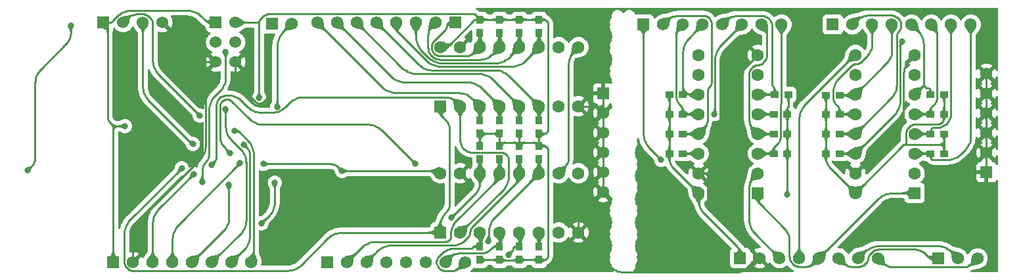
<source format=gbr>
%TF.GenerationSoftware,KiCad,Pcbnew,(6.0.4)*%
%TF.CreationDate,2022-05-03T21:15:35-03:00*%
%TF.ProjectId,PXN_2119-rounded,50584e5f-3231-4313-992d-726f756e6465,rev?*%
%TF.SameCoordinates,Original*%
%TF.FileFunction,Copper,L2,Bot*%
%TF.FilePolarity,Positive*%
%FSLAX46Y46*%
G04 Gerber Fmt 4.6, Leading zero omitted, Abs format (unit mm)*
G04 Created by KiCad (PCBNEW (6.0.4)) date 2022-05-03 21:15:35*
%MOMM*%
%LPD*%
G01*
G04 APERTURE LIST*
%TA.AperFunction,ComponentPad*%
%ADD10R,1.575000X1.575000*%
%TD*%
%TA.AperFunction,ComponentPad*%
%ADD11C,1.575000*%
%TD*%
%TA.AperFunction,SMDPad,CuDef*%
%ADD12R,0.950000X1.050000*%
%TD*%
%TA.AperFunction,SMDPad,CuDef*%
%ADD13R,1.050000X0.950000*%
%TD*%
%TA.AperFunction,ComponentPad*%
%ADD14R,1.600000X1.600000*%
%TD*%
%TA.AperFunction,ComponentPad*%
%ADD15C,1.600000*%
%TD*%
%TA.AperFunction,ComponentPad*%
%ADD16R,1.524000X1.524000*%
%TD*%
%TA.AperFunction,ComponentPad*%
%ADD17C,1.524000*%
%TD*%
%TA.AperFunction,ViaPad*%
%ADD18C,0.800000*%
%TD*%
%TA.AperFunction,Conductor*%
%ADD19C,0.250000*%
%TD*%
G04 APERTURE END LIST*
D10*
%TO.P,H4,1,1*%
%TO.N,Net-(H4-Pad1)*%
X141059000Y-83097000D03*
D11*
%TO.P,H4,2,2*%
%TO.N,Net-(H4-Pad2)*%
X138519000Y-83097000D03*
%TO.P,H4,3,3*%
%TO.N,Net-(H4-Pad3)*%
X135979000Y-83097000D03*
%TO.P,H4,4,4*%
%TO.N,Net-(H4-Pad4)*%
X133439000Y-83097000D03*
%TO.P,H4,5,5*%
%TO.N,Net-(H4-Pad5)*%
X130899000Y-83097000D03*
%TO.P,H4,6,6*%
%TO.N,Net-(H4-Pad6)*%
X128359000Y-83097000D03*
%TO.P,H4,7,7*%
%TO.N,Net-(H4-Pad7)*%
X125819000Y-83097000D03*
%TO.P,H4,8,8*%
%TO.N,Net-(H4-Pad8)*%
X123279000Y-83097000D03*
%TD*%
D12*
%TO.P,R21,1,1*%
%TO.N,Net-(H10-Pad3)*%
X149314000Y-100736000D03*
%TO.P,R21,2,2*%
%TO.N,VCC*%
X149314000Y-98986000D03*
%TD*%
D13*
%TO.P,R37,1,1*%
%TO.N,Net-(H1-Pad6)*%
X182094000Y-94908000D03*
%TO.P,R37,2,2*%
%TO.N,/VCC_THR*%
X183844000Y-94908000D03*
%TD*%
D12*
%TO.P,R16,1,1*%
%TO.N,Net-(H4-Pad8)*%
X144234000Y-95684000D03*
%TO.P,R16,2,2*%
%TO.N,VCC*%
X144234000Y-97434000D03*
%TD*%
D14*
%TO.P,U4,1,SH/LD#*%
%TO.N,PB6*%
X139154000Y-110148000D03*
D15*
%TO.P,U4,2,CLK*%
%TO.N,PB4*%
X141694000Y-110148000D03*
%TO.P,U4,3,E*%
%TO.N,Net-(H10-Pad8)*%
X144234000Y-110148000D03*
%TO.P,U4,4,F*%
%TO.N,Net-(H10-Pad7)*%
X146774000Y-110148000D03*
%TO.P,U4,5,G*%
%TO.N,Net-(H10-Pad6)*%
X149314000Y-110148000D03*
%TO.P,U4,6,H*%
%TO.N,Net-(H10-Pad5)*%
X151854000Y-110148000D03*
%TO.P,U4,7,QH#*%
%TO.N,unconnected-(U4-Pad7)*%
X154394000Y-110148000D03*
%TO.P,U4,8,GND*%
%TO.N,GND*%
X156934000Y-110148000D03*
%TO.P,U4,9,QH*%
%TO.N,PB5*%
X156934000Y-102528000D03*
%TO.P,U4,10,SER*%
%TO.N,Net-(U2-Pad9)*%
X154394000Y-102528000D03*
%TO.P,U4,11,A*%
%TO.N,Net-(H10-Pad4)*%
X151854000Y-102528000D03*
%TO.P,U4,12,B*%
%TO.N,Net-(H10-Pad3)*%
X149314000Y-102528000D03*
%TO.P,U4,13,C*%
%TO.N,Net-(H10-Pad2)*%
X146774000Y-102528000D03*
%TO.P,U4,14,D*%
%TO.N,Net-(H10-Pad1)*%
X144234000Y-102528000D03*
%TO.P,U4,15,CLK/INH*%
%TO.N,GND*%
X141694000Y-102528000D03*
%TO.P,U4,16,VCC*%
%TO.N,VCC*%
X139154000Y-102528000D03*
%TD*%
D16*
%TO.P,P1,1,1*%
%TO.N,VCC*%
X110198000Y-83097000D03*
D17*
%TO.P,P1,2,2*%
X112738000Y-83097000D03*
%TO.P,P1,3,3*%
%TO.N,Net-(P1-Pad3)*%
X110198000Y-85637000D03*
%TO.P,P1,4,4*%
%TO.N,Net-(P1-Pad4)*%
X112738000Y-85637000D03*
%TO.P,P1,5,5*%
%TO.N,GND*%
X110198000Y-88177000D03*
%TO.P,P1,6,6*%
X112738000Y-88177000D03*
%TD*%
D12*
%TO.P,R26,1,1*%
%TO.N,Net-(H10-Pad6)*%
X149314000Y-111940000D03*
%TO.P,R26,2,2*%
%TO.N,VCC*%
X149314000Y-113690000D03*
%TD*%
D10*
%TO.P,H6,1,1*%
%TO.N,Net-(H3-Pad6)*%
X203289000Y-113475000D03*
D11*
%TO.P,H6,2,2*%
%TO.N,Net-(H3-Pad7)*%
X205829000Y-113475000D03*
%TO.P,H6,3,3*%
%TO.N,Net-(H3-Pad8)*%
X208369000Y-113475000D03*
%TD*%
D12*
%TO.P,R15,1,1*%
%TO.N,Net-(H4-Pad1)*%
X144234000Y-84480000D03*
%TO.P,R15,2,2*%
%TO.N,VCC*%
X144234000Y-82730000D03*
%TD*%
D10*
%TO.P,H8,1,1*%
%TO.N,GND*%
X209512000Y-102401000D03*
D11*
%TO.P,H8,2,2*%
X209512000Y-99861000D03*
%TO.P,H8,3,3*%
X209512000Y-97321000D03*
%TO.P,H8,4,4*%
X209512000Y-94781000D03*
%TO.P,H8,5,5*%
X209512000Y-92241000D03*
%TO.P,H8,6,6*%
X209512000Y-89701000D03*
%TD*%
D12*
%TO.P,R20,1,1*%
%TO.N,Net-(H10-Pad4)*%
X151854000Y-100736000D03*
%TO.P,R20,2,2*%
%TO.N,VCC*%
X151854000Y-98986000D03*
%TD*%
D14*
%TO.P,U5,1,SH/LD#*%
%TO.N,Net-(H3-Pad5)*%
X200241000Y-105068000D03*
D15*
%TO.P,U5,2,CLK*%
%TO.N,Net-(H3-Pad3)*%
X200241000Y-102528000D03*
%TO.P,U5,3,E*%
%TO.N,Net-(H2-Pad8)*%
X200241000Y-99988000D03*
%TO.P,U5,4,F*%
%TO.N,Net-(H2-Pad7)*%
X200241000Y-97448000D03*
%TO.P,U5,5,G*%
%TO.N,Net-(H2-Pad6)*%
X200241000Y-94908000D03*
%TO.P,U5,6,H*%
%TO.N,Net-(H2-Pad5)*%
X200241000Y-92368000D03*
%TO.P,U5,7,QH#*%
%TO.N,unconnected-(U5-Pad7)*%
X200241000Y-89828000D03*
%TO.P,U5,8,GND*%
%TO.N,GND*%
X200241000Y-87288000D03*
%TO.P,U5,9,QH*%
%TO.N,Net-(H3-Pad4)*%
X192621000Y-87288000D03*
%TO.P,U5,10,SER*%
%TO.N,Net-(U5-Pad10)*%
X192621000Y-89828000D03*
%TO.P,U5,11,A*%
%TO.N,Net-(H2-Pad4)*%
X192621000Y-92368000D03*
%TO.P,U5,12,B*%
%TO.N,Net-(H2-Pad3)*%
X192621000Y-94908000D03*
%TO.P,U5,13,C*%
%TO.N,Net-(H2-Pad2)*%
X192621000Y-97448000D03*
%TO.P,U5,14,D*%
%TO.N,Net-(H2-Pad1)*%
X192621000Y-99988000D03*
%TO.P,U5,15,CLK/INH*%
%TO.N,GND*%
X192621000Y-102528000D03*
%TO.P,U5,16,VCC*%
%TO.N,/VCC_THR*%
X192621000Y-105068000D03*
%TD*%
D12*
%TO.P,R25,1,1*%
%TO.N,Net-(H10-Pad7)*%
X146774000Y-111940000D03*
%TO.P,R25,2,2*%
%TO.N,VCC*%
X146774000Y-113690000D03*
%TD*%
D10*
%TO.P,H1,1,1*%
%TO.N,Net-(H1-Pad1)*%
X165316000Y-83351000D03*
D11*
%TO.P,H1,2,2*%
%TO.N,Net-(H1-Pad2)*%
X167856000Y-83351000D03*
%TO.P,H1,3,3*%
%TO.N,Net-(H1-Pad3)*%
X170396000Y-83351000D03*
%TO.P,H1,4,4*%
%TO.N,Net-(H1-Pad4)*%
X172936000Y-83351000D03*
%TO.P,H1,5,5*%
%TO.N,Net-(H1-Pad5)*%
X175476000Y-83351000D03*
%TO.P,H1,6,6*%
%TO.N,Net-(H1-Pad6)*%
X178016000Y-83351000D03*
%TO.P,H1,7,7*%
%TO.N,Net-(H1-Pad7)*%
X180556000Y-83351000D03*
%TO.P,H1,8,8*%
%TO.N,Net-(H1-Pad8)*%
X183096000Y-83351000D03*
%TD*%
D12*
%TO.P,R22,1,1*%
%TO.N,Net-(H10-Pad2)*%
X146774000Y-100736000D03*
%TO.P,R22,2,2*%
%TO.N,VCC*%
X146774000Y-98986000D03*
%TD*%
D13*
%TO.P,R33,1,1*%
%TO.N,Net-(H2-Pad2)*%
X190575000Y-97448000D03*
%TO.P,R33,2,2*%
%TO.N,/VCC_THR*%
X188825000Y-97448000D03*
%TD*%
D12*
%TO.P,R24,1,1*%
%TO.N,Net-(H10-Pad8)*%
X144234000Y-111940000D03*
%TO.P,R24,2,2*%
%TO.N,VCC*%
X144234000Y-113690000D03*
%TD*%
D13*
%TO.P,R28,1,1*%
%TO.N,Net-(H2-Pad5)*%
X202287000Y-92368000D03*
%TO.P,R28,2,2*%
%TO.N,/VCC_THR*%
X204037000Y-92368000D03*
%TD*%
D10*
%TO.P,H2,1,1*%
%TO.N,Net-(H2-Pad1)*%
X189700000Y-83351000D03*
D11*
%TO.P,H2,2,2*%
%TO.N,Net-(H2-Pad2)*%
X192240000Y-83351000D03*
%TO.P,H2,3,3*%
%TO.N,Net-(H2-Pad3)*%
X194780000Y-83351000D03*
%TO.P,H2,4,4*%
%TO.N,Net-(H2-Pad4)*%
X197320000Y-83351000D03*
%TO.P,H2,5,5*%
%TO.N,Net-(H2-Pad5)*%
X199860000Y-83351000D03*
%TO.P,H2,6,6*%
%TO.N,Net-(H2-Pad6)*%
X202400000Y-83351000D03*
%TO.P,H2,7,7*%
%TO.N,Net-(H2-Pad7)*%
X204940000Y-83351000D03*
%TO.P,H2,8,8*%
%TO.N,Net-(H2-Pad8)*%
X207480000Y-83351000D03*
%TD*%
D10*
%TO.P,H9,1,1*%
%TO.N,VCC*%
X96990000Y-113958000D03*
D11*
%TO.P,H9,2,2*%
%TO.N,GND*%
X99530000Y-113958000D03*
%TO.P,H9,3,3*%
%TO.N,PB7*%
X102070000Y-113958000D03*
%TO.P,H9,4,4*%
%TO.N,PB8*%
X104610000Y-113958000D03*
%TO.P,H9,5,5*%
%TO.N,PB9*%
X107150000Y-113958000D03*
%TO.P,H9,6,6*%
%TO.N,PA8*%
X109690000Y-113958000D03*
%TO.P,H9,7,7*%
%TO.N,PA9*%
X112230000Y-113958000D03*
%TO.P,H9,8,8*%
%TO.N,PA10*%
X114770000Y-113958000D03*
%TD*%
D13*
%TO.P,R31,1,1*%
%TO.N,Net-(H2-Pad8)*%
X202287000Y-99988000D03*
%TO.P,R31,2,2*%
%TO.N,/VCC_THR*%
X204037000Y-99988000D03*
%TD*%
%TO.P,R30,1,1*%
%TO.N,Net-(H2-Pad7)*%
X202287000Y-97448000D03*
%TO.P,R30,2,2*%
%TO.N,/VCC_THR*%
X204037000Y-97448000D03*
%TD*%
D16*
%TO.P,P2,1,1*%
%TO.N,VCC*%
X95720000Y-83097000D03*
D17*
%TO.P,P2,2,2*%
%TO.N,SWDIO*%
X98260000Y-83097000D03*
%TO.P,P2,3,3*%
%TO.N,SWCLK*%
X100800000Y-83097000D03*
%TO.P,P2,4,4*%
%TO.N,GND*%
X103340000Y-83097000D03*
%TD*%
D12*
%TO.P,R12,1,1*%
%TO.N,Net-(H4-Pad4)*%
X151854000Y-84480000D03*
%TO.P,R12,2,2*%
%TO.N,VCC*%
X151854000Y-82730000D03*
%TD*%
D13*
%TO.P,R32,1,1*%
%TO.N,Net-(H2-Pad1)*%
X190575000Y-99988000D03*
%TO.P,R32,2,2*%
%TO.N,/VCC_THR*%
X188825000Y-99988000D03*
%TD*%
D12*
%TO.P,R23,1,1*%
%TO.N,Net-(H10-Pad1)*%
X144234000Y-100736000D03*
%TO.P,R23,2,2*%
%TO.N,VCC*%
X144234000Y-98986000D03*
%TD*%
%TO.P,R14,1,1*%
%TO.N,Net-(H4-Pad2)*%
X146774000Y-84480000D03*
%TO.P,R14,2,2*%
%TO.N,VCC*%
X146774000Y-82730000D03*
%TD*%
D13*
%TO.P,R34,1,1*%
%TO.N,Net-(H2-Pad3)*%
X190575000Y-94908000D03*
%TO.P,R34,2,2*%
%TO.N,/VCC_THR*%
X188825000Y-94908000D03*
%TD*%
D14*
%TO.P,U6,1,SH/LD#*%
%TO.N,Net-(H3-Pad5)*%
X180048000Y-105068000D03*
D15*
%TO.P,U6,2,CLK*%
%TO.N,Net-(H3-Pad3)*%
X180048000Y-102528000D03*
%TO.P,U6,3,E*%
%TO.N,Net-(H1-Pad8)*%
X180048000Y-99988000D03*
%TO.P,U6,4,F*%
%TO.N,Net-(H1-Pad7)*%
X180048000Y-97448000D03*
%TO.P,U6,5,G*%
%TO.N,Net-(H1-Pad6)*%
X180048000Y-94908000D03*
%TO.P,U6,6,H*%
%TO.N,Net-(H1-Pad5)*%
X180048000Y-92368000D03*
%TO.P,U6,7,QH#*%
%TO.N,unconnected-(U6-Pad7)*%
X180048000Y-89828000D03*
%TO.P,U6,8,GND*%
%TO.N,GND*%
X180048000Y-87288000D03*
%TO.P,U6,9,QH*%
%TO.N,Net-(U5-Pad10)*%
X172428000Y-87288000D03*
%TO.P,U6,10,SER*%
%TO.N,unconnected-(U6-Pad10)*%
X172428000Y-89828000D03*
%TO.P,U6,11,A*%
%TO.N,Net-(H1-Pad4)*%
X172428000Y-92368000D03*
%TO.P,U6,12,B*%
%TO.N,Net-(H1-Pad3)*%
X172428000Y-94908000D03*
%TO.P,U6,13,C*%
%TO.N,Net-(H1-Pad2)*%
X172428000Y-97448000D03*
%TO.P,U6,14,D*%
%TO.N,Net-(H1-Pad1)*%
X172428000Y-99988000D03*
%TO.P,U6,15,CLK/INH*%
%TO.N,GND*%
X172428000Y-102528000D03*
%TO.P,U6,16,VCC*%
%TO.N,/VCC_THR*%
X172428000Y-105068000D03*
%TD*%
D12*
%TO.P,R19,1,1*%
%TO.N,Net-(H4-Pad5)*%
X151854000Y-95684000D03*
%TO.P,R19,2,2*%
%TO.N,VCC*%
X151854000Y-97434000D03*
%TD*%
D10*
%TO.P,H10,1,1*%
%TO.N,Net-(H10-Pad1)*%
X124549000Y-113958000D03*
D11*
%TO.P,H10,2,2*%
%TO.N,Net-(H10-Pad2)*%
X127089000Y-113958000D03*
%TO.P,H10,3,3*%
%TO.N,Net-(H10-Pad3)*%
X129629000Y-113958000D03*
%TO.P,H10,4,4*%
%TO.N,Net-(H10-Pad4)*%
X132169000Y-113958000D03*
%TO.P,H10,5,5*%
%TO.N,Net-(H10-Pad5)*%
X134709000Y-113958000D03*
%TO.P,H10,6,6*%
%TO.N,Net-(H10-Pad6)*%
X137249000Y-113958000D03*
%TO.P,H10,7,7*%
%TO.N,Net-(H10-Pad7)*%
X139789000Y-113958000D03*
%TO.P,H10,8,8*%
%TO.N,Net-(H10-Pad8)*%
X142329000Y-113958000D03*
%TD*%
D13*
%TO.P,R42,1,1*%
%TO.N,Net-(H1-Pad3)*%
X170382000Y-94908000D03*
%TO.P,R42,2,2*%
%TO.N,/VCC_THR*%
X168632000Y-94908000D03*
%TD*%
D14*
%TO.P,U2,1,SH/LD#*%
%TO.N,PB6*%
X139154000Y-93892000D03*
D15*
%TO.P,U2,2,CLK*%
%TO.N,PB4*%
X141694000Y-93892000D03*
%TO.P,U2,3,E*%
%TO.N,Net-(H4-Pad8)*%
X144234000Y-93892000D03*
%TO.P,U2,4,F*%
%TO.N,Net-(H4-Pad7)*%
X146774000Y-93892000D03*
%TO.P,U2,5,G*%
%TO.N,Net-(H4-Pad6)*%
X149314000Y-93892000D03*
%TO.P,U2,6,H*%
%TO.N,Net-(H4-Pad5)*%
X151854000Y-93892000D03*
%TO.P,U2,7,QH#*%
%TO.N,unconnected-(U2-Pad7)*%
X154394000Y-93892000D03*
%TO.P,U2,8,GND*%
%TO.N,GND*%
X156934000Y-93892000D03*
%TO.P,U2,9,QH*%
%TO.N,Net-(U2-Pad9)*%
X156934000Y-86272000D03*
%TO.P,U2,10,SER*%
%TO.N,unconnected-(U2-Pad10)*%
X154394000Y-86272000D03*
%TO.P,U2,11,A*%
%TO.N,Net-(H4-Pad4)*%
X151854000Y-86272000D03*
%TO.P,U2,12,B*%
%TO.N,Net-(H4-Pad3)*%
X149314000Y-86272000D03*
%TO.P,U2,13,C*%
%TO.N,Net-(H4-Pad2)*%
X146774000Y-86272000D03*
%TO.P,U2,14,D*%
%TO.N,Net-(H4-Pad1)*%
X144234000Y-86272000D03*
%TO.P,U2,15,CLK/INH*%
%TO.N,GND*%
X141694000Y-86272000D03*
%TO.P,U2,16,VCC*%
%TO.N,VCC*%
X139154000Y-86272000D03*
%TD*%
D13*
%TO.P,R39,1,1*%
%TO.N,Net-(H1-Pad8)*%
X182094000Y-99988000D03*
%TO.P,R39,2,2*%
%TO.N,/VCC_THR*%
X183844000Y-99988000D03*
%TD*%
D12*
%TO.P,R27,1,1*%
%TO.N,Net-(H10-Pad5)*%
X151854000Y-111940000D03*
%TO.P,R27,2,2*%
%TO.N,VCC*%
X151854000Y-113690000D03*
%TD*%
%TO.P,R18,1,1*%
%TO.N,Net-(H4-Pad6)*%
X149314000Y-95684000D03*
%TO.P,R18,2,2*%
%TO.N,VCC*%
X149314000Y-97434000D03*
%TD*%
D13*
%TO.P,R40,1,1*%
%TO.N,Net-(H1-Pad1)*%
X170382000Y-99988000D03*
%TO.P,R40,2,2*%
%TO.N,/VCC_THR*%
X168632000Y-99988000D03*
%TD*%
D10*
%TO.P,H7,1,1*%
%TO.N,GND*%
X160109000Y-92241000D03*
D11*
%TO.P,H7,2,2*%
X160109000Y-94781000D03*
%TO.P,H7,3,3*%
X160109000Y-97321000D03*
%TO.P,H7,4,4*%
X160109000Y-99861000D03*
%TO.P,H7,5,5*%
X160109000Y-102401000D03*
%TO.P,H7,6,6*%
X160109000Y-104941000D03*
%TD*%
D13*
%TO.P,R35,1,1*%
%TO.N,Net-(H2-Pad4)*%
X190575000Y-92495000D03*
%TO.P,R35,2,2*%
%TO.N,/VCC_THR*%
X188825000Y-92495000D03*
%TD*%
%TO.P,R38,1,1*%
%TO.N,Net-(H1-Pad7)*%
X182094000Y-97448000D03*
%TO.P,R38,2,2*%
%TO.N,/VCC_THR*%
X183844000Y-97448000D03*
%TD*%
%TO.P,R29,1,1*%
%TO.N,Net-(H2-Pad6)*%
X202287000Y-94908000D03*
%TO.P,R29,2,2*%
%TO.N,/VCC_THR*%
X204037000Y-94908000D03*
%TD*%
D12*
%TO.P,R17,1,1*%
%TO.N,Net-(H4-Pad7)*%
X146774000Y-95684000D03*
%TO.P,R17,2,2*%
%TO.N,VCC*%
X146774000Y-97434000D03*
%TD*%
D13*
%TO.P,R41,1,1*%
%TO.N,Net-(H1-Pad2)*%
X170382000Y-97448000D03*
%TO.P,R41,2,2*%
%TO.N,/VCC_THR*%
X168632000Y-97448000D03*
%TD*%
D10*
%TO.P,H3,1,1*%
%TO.N,/VCC_THR*%
X177762000Y-113450000D03*
D11*
%TO.P,H3,2,2*%
%TO.N,GND*%
X180302000Y-113450000D03*
%TO.P,H3,3,3*%
%TO.N,Net-(H3-Pad3)*%
X182842000Y-113450000D03*
%TO.P,H3,4,4*%
%TO.N,Net-(H3-Pad4)*%
X185382000Y-113450000D03*
%TO.P,H3,5,5*%
%TO.N,Net-(H3-Pad5)*%
X187922000Y-113450000D03*
%TO.P,H3,6,6*%
%TO.N,Net-(H3-Pad6)*%
X190462000Y-113450000D03*
%TO.P,H3,7,7*%
%TO.N,Net-(H3-Pad7)*%
X193002000Y-113450000D03*
%TO.P,H3,8,8*%
%TO.N,Net-(H3-Pad8)*%
X195542000Y-113450000D03*
%TD*%
D10*
%TO.P,H5,1,1*%
%TO.N,PB11*%
X117437000Y-83224000D03*
D11*
%TO.P,H5,2,2*%
%TO.N,PB10*%
X119977000Y-83224000D03*
%TD*%
D13*
%TO.P,R36,1,1*%
%TO.N,Net-(H1-Pad5)*%
X182221000Y-92368000D03*
%TO.P,R36,2,2*%
%TO.N,/VCC_THR*%
X183971000Y-92368000D03*
%TD*%
%TO.P,R43,1,1*%
%TO.N,Net-(H1-Pad4)*%
X170382000Y-92368000D03*
%TO.P,R43,2,2*%
%TO.N,/VCC_THR*%
X168632000Y-92368000D03*
%TD*%
D12*
%TO.P,R13,1,1*%
%TO.N,Net-(H4-Pad3)*%
X149314000Y-84480000D03*
%TO.P,R13,2,2*%
%TO.N,VCC*%
X149314000Y-82730000D03*
%TD*%
D18*
%TO.N,+5V*%
X85927000Y-102161400D03*
X91500000Y-83500000D03*
%TO.N,BOOT0*%
X108426900Y-103634800D03*
X111468100Y-86907000D03*
%TO.N,GND*%
X120505100Y-103178500D03*
X116970800Y-92205100D03*
X123723500Y-106434900D03*
X99926500Y-110056000D03*
%TO.N,Net-(H1-Pad1)*%
X167595300Y-100800300D03*
%TO.N,PA10*%
X112604500Y-97038600D03*
%TO.N,PA8*%
X111462700Y-94223100D03*
%TO.N,PA9*%
X113795000Y-98828400D03*
%TO.N,PB10*%
X118103900Y-93991900D03*
%TO.N,PB4*%
X109652700Y-101432300D03*
%TO.N,PB5*%
X112056100Y-99959800D03*
X135912000Y-101290700D03*
%TO.N,PB6*%
X105801100Y-101871000D03*
%TO.N,PB7*%
X107331500Y-102611900D03*
%TO.N,PB8*%
X113317300Y-101227800D03*
%TO.N,PB9*%
X111887600Y-104031600D03*
%TO.N,PC15*%
X117798700Y-103739700D03*
X116078400Y-108976900D03*
%TO.N,Net-(H1-Pad6)*%
X174442200Y-94908000D03*
%TO.N,Net-(H2-Pad1)*%
X198663800Y-85547500D03*
%TO.N,SWCLK*%
X107250000Y-98750000D03*
%TO.N,SWDIO*%
X108121700Y-95107200D03*
%TO.N,Net-(H10-Pad1)*%
X140528400Y-108264700D03*
%TO.N,Net-(H10-Pad4)*%
X145327100Y-111242800D03*
%TO.N,Net-(H10-Pad6)*%
X147910800Y-113017300D03*
%TO.N,VCC*%
X115780100Y-92778900D03*
X116358600Y-101316700D03*
X98495800Y-96447900D03*
X126448000Y-102226500D03*
%TO.N,/VCC_THR*%
X183844000Y-105275500D03*
%TD*%
D19*
%TO.N,GND*%
X161071816Y-114586916D02*
X157027827Y-110542927D01*
X161500736Y-114905025D02*
X161278462Y-114756506D01*
X161071816Y-114586916D02*
X161278462Y-114756506D01*
X161736497Y-115031041D02*
X161983474Y-115133343D01*
X161500736Y-114905025D02*
X161736497Y-115031041D01*
X161983474Y-115133343D02*
X162239288Y-115210943D01*
X177098236Y-115289300D02*
X162767519Y-115289300D01*
X162239288Y-115210943D02*
X162501479Y-115263097D01*
%TO.N,+5V*%
X91299485Y-85279271D02*
X91201644Y-85462318D01*
X87058155Y-90057073D02*
X87160456Y-89810097D01*
X86902200Y-100578412D02*
X86902200Y-90841117D01*
X86902200Y-100578412D02*
X86886166Y-100741194D01*
X91500000Y-83500000D02*
X91500000Y-84478775D01*
X86667071Y-101353523D02*
X86576197Y-101489527D01*
X86744177Y-101209267D02*
X86806773Y-101058149D01*
X91086333Y-85634893D02*
X91201644Y-85462318D01*
X91086333Y-85634893D02*
X90954662Y-85795335D01*
X86928402Y-90575078D02*
X86902200Y-90841117D01*
X87604581Y-89145416D02*
X87434991Y-89352062D01*
X91500000Y-84478775D02*
X91479655Y-84685330D01*
X86980554Y-90312889D02*
X86928402Y-90575078D01*
X91378913Y-85087515D02*
X91299485Y-85279271D01*
X87058155Y-90057073D02*
X86980554Y-90312889D01*
X91439163Y-84888898D02*
X91378913Y-85087515D01*
X87434991Y-89352062D02*
X87286473Y-89574336D01*
X86854255Y-100901622D02*
X86806773Y-101058149D01*
X86886166Y-100741194D02*
X86854255Y-100901622D01*
X90954662Y-85795335D02*
X87604581Y-89145416D01*
X87286473Y-89574336D02*
X87160456Y-89810097D01*
X86576197Y-101489527D02*
X86472429Y-101615968D01*
X86744177Y-101209267D02*
X86667071Y-101353523D01*
X91479655Y-84685330D02*
X91439163Y-84888898D01*
X85927000Y-102161400D02*
X86472429Y-101615968D01*
%TO.N,BOOT0*%
X108441210Y-101952725D02*
X108426900Y-102098031D01*
X111468100Y-90191781D02*
X111441896Y-90457819D01*
X108426900Y-102098031D02*
X108426900Y-103634800D01*
X108810526Y-101171871D02*
X108717899Y-101284737D01*
X109297400Y-100142466D02*
X109283088Y-100287771D01*
X108717899Y-101284737D02*
X108636782Y-101406138D01*
X110935306Y-91680835D02*
X110765716Y-91887481D01*
X108810526Y-101171871D02*
X108913770Y-101068626D01*
X111468100Y-86907000D02*
X111468100Y-90191781D01*
X111389743Y-90720009D02*
X111312142Y-90975823D01*
X111209840Y-91222800D02*
X111083824Y-91458561D01*
X109212218Y-100570696D02*
X109156343Y-100705591D01*
X111209840Y-91222800D02*
X111312142Y-90975823D01*
X109156343Y-100705591D02*
X109087515Y-100834359D01*
X109681672Y-93082335D02*
X109555655Y-93318095D01*
X108636782Y-101406138D02*
X108567954Y-101534906D01*
X111441896Y-90457819D02*
X111389743Y-90720009D01*
X109297400Y-94349117D02*
X109297400Y-100142466D01*
X109323602Y-94083078D02*
X109375754Y-93820889D01*
X109999781Y-92653416D02*
X109830191Y-92860062D01*
X108512079Y-101669801D02*
X108469695Y-101809522D01*
X109999781Y-92653416D02*
X110765716Y-91887481D01*
X110935306Y-91680835D02*
X111083824Y-91458561D01*
X109681672Y-93082335D02*
X109830191Y-92860062D01*
X109453354Y-93565073D02*
X109375754Y-93820889D01*
X109555655Y-93318095D02*
X109453354Y-93565073D01*
X109006397Y-100955760D02*
X109087515Y-100834359D01*
X109323602Y-94083078D02*
X109297400Y-94349117D01*
X108441210Y-101952725D02*
X108469695Y-101809522D01*
X109006397Y-100955760D02*
X108913770Y-101068626D01*
X109254603Y-100430975D02*
X109212218Y-100570696D01*
X109283088Y-100287771D02*
X109254603Y-100430975D01*
X108567954Y-101534906D02*
X108512079Y-101669801D01*
%TO.N,GND*%
X178262412Y-114936149D02*
X178045747Y-115051959D01*
X157004638Y-108535288D02*
X156957622Y-108771658D01*
X157280430Y-107869465D02*
X157166823Y-108082009D01*
X179359066Y-113941331D02*
X178656591Y-114643806D01*
X160109000Y-103947681D02*
X160082796Y-104213719D01*
X179549235Y-113413717D02*
X179522752Y-113387234D01*
X160109000Y-103947681D02*
X160109000Y-103426125D01*
X108462825Y-100321362D02*
X108314306Y-100543635D01*
X179606642Y-113443307D02*
X179640138Y-113450000D01*
X99939142Y-109319399D02*
X99926500Y-109447759D01*
X179640138Y-113450000D02*
X180302000Y-113450000D01*
X198748043Y-95857509D02*
X198670442Y-96113323D01*
X115766372Y-93519800D02*
X115839325Y-93519800D01*
X156934000Y-110241720D02*
X156934000Y-110204828D01*
X175193702Y-92895778D02*
X175245854Y-92633589D01*
X179512041Y-113512714D02*
X179499922Y-113528864D01*
X179475800Y-113552214D02*
X179475800Y-113502554D01*
X160030643Y-104475909D02*
X159953043Y-104731724D01*
X112996256Y-90800202D02*
X113122273Y-91035962D01*
X109533054Y-88205892D02*
X109437808Y-88177000D01*
X209512000Y-91508767D02*
X209512000Y-91801660D01*
X177818775Y-115145974D02*
X178045747Y-115051959D01*
X160109000Y-96588767D02*
X160109000Y-96881660D01*
X209512000Y-96295874D02*
X209512000Y-95806125D01*
X160109000Y-98835874D02*
X160109000Y-99128767D01*
X160109000Y-94087781D02*
X160109000Y-94201142D01*
X109288913Y-89114435D02*
X109175279Y-89284503D01*
X209512000Y-96588767D02*
X209512000Y-96881660D01*
X160109000Y-98346125D02*
X160109000Y-98835874D01*
X175015348Y-100768930D02*
X174915543Y-101009881D01*
X160109000Y-94406362D02*
X160109000Y-94507954D01*
X173775934Y-102468919D02*
X173743085Y-102536503D01*
X160075037Y-94179602D02*
X160109000Y-94201142D01*
X108847100Y-99054581D02*
X108820896Y-99320619D01*
X156934000Y-110316405D02*
X156937500Y-110351944D01*
X173690954Y-106295509D02*
X173638802Y-106033319D01*
X156957622Y-108771658D02*
X156934000Y-109011498D01*
X179542049Y-113487100D02*
X179554875Y-113459918D01*
X179486044Y-113502183D02*
X179496332Y-113511593D01*
X156985333Y-110485630D02*
X157005173Y-110515322D01*
X100001745Y-109069470D02*
X99964304Y-109192897D01*
X160109000Y-100593232D02*
X160109000Y-100300339D01*
X209512000Y-96295874D02*
X209512000Y-96588767D01*
X198293606Y-96818335D02*
X198124016Y-97024981D01*
X99926500Y-110056000D02*
X99704735Y-110277762D01*
X179475800Y-113502554D02*
X179475800Y-113482641D01*
X209512000Y-93755874D02*
X209512000Y-94048767D01*
X179334942Y-112523560D02*
X179381133Y-112609979D01*
X179511037Y-113371009D02*
X179522752Y-113387234D01*
X160109000Y-93814532D02*
X160084686Y-93768155D01*
X173576779Y-102912062D02*
X173525660Y-102793945D01*
X109707381Y-88626755D02*
X109726799Y-88529135D01*
X209512000Y-98053232D02*
X209512000Y-98346125D01*
X160109000Y-94295650D02*
X160075037Y-94179602D01*
X209512000Y-100886125D02*
X209512000Y-102401000D01*
X159934718Y-93978101D02*
X159874060Y-93939324D01*
X173646832Y-102808499D02*
X173615171Y-102764457D01*
X160060269Y-93745824D02*
X160022989Y-93743163D01*
X179483076Y-113564373D02*
X179475800Y-113596481D01*
X179522752Y-113387234D02*
X179502403Y-113379665D01*
X173478140Y-102456171D02*
X173421678Y-102521576D01*
X177583680Y-115217290D02*
X177342727Y-115265219D01*
X113440381Y-91464881D02*
X115303620Y-93328120D01*
X108588841Y-100085601D02*
X108462825Y-100321362D01*
X179466194Y-112890387D02*
X179447077Y-112794279D01*
X173732410Y-102342008D02*
X173714917Y-102404757D01*
X156934000Y-110167935D02*
X156934000Y-110204828D01*
X173690954Y-106295509D02*
X173768554Y-106551323D01*
X173663403Y-102379431D02*
X173478140Y-102456171D01*
X109615812Y-88261189D02*
X109533054Y-88205892D01*
X159951772Y-93803950D02*
X159921333Y-93868459D01*
X174482255Y-101658341D02*
X173981972Y-102158625D01*
X160051751Y-93704837D02*
X160060269Y-93745824D01*
X156944466Y-110386968D02*
X156937500Y-110351944D01*
X107865937Y-87622937D02*
X108028946Y-87756715D01*
X160109000Y-94087781D02*
X160081292Y-94059704D01*
X162501479Y-115263097D02*
X162767519Y-115289300D01*
X156934000Y-110129180D02*
X156934000Y-110167935D01*
X160025371Y-94079456D02*
X159997570Y-94040952D01*
X198124016Y-97024981D02*
X192621000Y-102528000D01*
X159406616Y-105643381D02*
X157567212Y-107482785D01*
X109175279Y-89284503D02*
X109078861Y-89464889D01*
X160081292Y-94059704D02*
X160045863Y-94058914D01*
X160109000Y-97467446D02*
X160109000Y-97760339D01*
X99594247Y-110443119D02*
X99568797Y-110504562D01*
X159718988Y-93892000D02*
X159815525Y-93869961D01*
X120514082Y-103224857D02*
X120516941Y-103228341D01*
X160091731Y-93620565D02*
X160109000Y-93544367D01*
X209512000Y-96881660D02*
X209512000Y-97174553D01*
X179574795Y-113430057D02*
X179557384Y-113437800D01*
X198568141Y-96360301D02*
X198442124Y-96596061D01*
X198895944Y-89115398D02*
X198849656Y-89348109D01*
X157074596Y-108304665D02*
X157166823Y-108082009D01*
X209512000Y-91215874D02*
X209512000Y-91508767D01*
X198964819Y-88888345D02*
X198895944Y-89115398D01*
X173714917Y-102404757D02*
X173736579Y-102454249D01*
X116970800Y-92459190D02*
X116970800Y-92205100D01*
X160109000Y-94201142D02*
X160109000Y-94295650D01*
X109418670Y-88956326D02*
X109288913Y-89114435D01*
X100111904Y-108836556D02*
X100183562Y-108729313D01*
X159850741Y-104978701D02*
X159724725Y-105214462D01*
X173237617Y-102550946D02*
X173133121Y-102528000D01*
X159997570Y-94040952D02*
X160045863Y-94058914D01*
X160025371Y-94079456D02*
X160075037Y-94179602D01*
X159798481Y-93907881D02*
X159718988Y-93892000D01*
X160109000Y-93544367D02*
X160109000Y-92241000D01*
X179499922Y-113528864D02*
X179496332Y-113511593D01*
X173486525Y-102732878D02*
X173558039Y-102762461D01*
X177818775Y-115145974D02*
X177583680Y-115217290D01*
X199449811Y-88079186D02*
X200241000Y-87288000D01*
X173736579Y-102454249D02*
X173775934Y-102468919D01*
X179387251Y-113906987D02*
X179359066Y-113941331D01*
X115552410Y-93477239D02*
X115622221Y-93498416D01*
X179486044Y-113502183D02*
X179475800Y-113502554D01*
X173743085Y-102536503D02*
X173736579Y-102454249D01*
X209512000Y-94927446D02*
X209512000Y-94634553D01*
X179475800Y-113319735D02*
X179475800Y-113279912D01*
X174647707Y-101456738D02*
X174482255Y-101658341D01*
X108977531Y-88159324D02*
X109156987Y-88177000D01*
X179565635Y-113472785D02*
X179542049Y-113487100D01*
X198670442Y-96113323D02*
X198568141Y-96360301D01*
X179511037Y-113371009D02*
X179490110Y-113328811D01*
X112996256Y-90800202D02*
X112893955Y-90553223D01*
X173401977Y-102480356D02*
X173478140Y-102456171D01*
X116185025Y-93414931D02*
X116120687Y-93449321D01*
X99549492Y-110568203D02*
X99536518Y-110633429D01*
X173623139Y-102937462D02*
X173612600Y-103053644D01*
X160051751Y-93704837D02*
X160091731Y-93620565D01*
X179475800Y-113279912D02*
X179490110Y-113328811D01*
X160109000Y-96295874D02*
X160109000Y-95169937D01*
X160109000Y-99714553D02*
X160109000Y-100007446D01*
X120505100Y-103178500D02*
X120505100Y-103199752D01*
X173996873Y-107034062D02*
X174145391Y-107256335D01*
X112816354Y-90297409D02*
X112893955Y-90553223D01*
X100265387Y-108629610D02*
X100183562Y-108729313D01*
X160109000Y-93649423D02*
X160091731Y-93620565D01*
X159815525Y-93869961D02*
X159798481Y-93907881D01*
X160109000Y-93544367D02*
X160109000Y-93649423D01*
X179381133Y-112609979D02*
X179418632Y-112700509D01*
X109660462Y-88714535D02*
X109418670Y-88956326D01*
X175869881Y-91466116D02*
X175700291Y-91672762D01*
X160109000Y-101668767D02*
X160109000Y-101961660D01*
X116053287Y-93477239D02*
X115983476Y-93498416D01*
X160045863Y-94058914D02*
X160025371Y-94079456D01*
X108144716Y-100750281D02*
X100265387Y-108629610D01*
X173400077Y-102579165D02*
X173411552Y-102648385D01*
X99530000Y-110699614D02*
X99530000Y-113958000D01*
X108869308Y-90144341D02*
X108847100Y-90369835D01*
X108204283Y-87873871D02*
X108390259Y-87973277D01*
X179574795Y-113430057D02*
X179606642Y-113443307D01*
X159997570Y-94040952D02*
X159934718Y-93978101D01*
X160022989Y-93743163D02*
X160051751Y-93704837D01*
X108390259Y-87973277D02*
X108628110Y-88071799D01*
X160109000Y-99421660D02*
X160109000Y-99128767D01*
X100001745Y-109069470D02*
X100051104Y-108950307D01*
X159874060Y-93939324D02*
X159915380Y-93920949D01*
X179554875Y-113459918D02*
X179565635Y-113472785D01*
X109615812Y-88261189D02*
X109678954Y-88338128D01*
X198826400Y-89584237D02*
X198826400Y-95329281D01*
X173663403Y-102379431D02*
X173732410Y-102342008D01*
X156954833Y-110421142D02*
X156968499Y-110454135D01*
X179334942Y-112523560D02*
X179280501Y-112442084D01*
X179475800Y-113596481D02*
X179475800Y-113552214D01*
X115360013Y-93374401D02*
X115420672Y-93414931D01*
X160109000Y-93767275D02*
X160109000Y-93814532D01*
X99704735Y-110277762D02*
X99662545Y-110329171D01*
X173486525Y-102732878D02*
X173411552Y-102648385D01*
X173576779Y-102912062D02*
X173623139Y-102937462D01*
X177342727Y-115265219D02*
X177098236Y-115289300D01*
X209512000Y-97467446D02*
X209512000Y-97760339D01*
X179475800Y-113552214D02*
X179483076Y-113564373D01*
X209512000Y-91215874D02*
X209512000Y-89701000D01*
X173421678Y-102521576D02*
X173400077Y-102579165D01*
X99926500Y-110056000D02*
X99926500Y-109447759D01*
X99568797Y-110504562D02*
X99549492Y-110568203D01*
X160109000Y-102547446D02*
X160109000Y-102254553D01*
X116955006Y-92565657D02*
X116939365Y-92617218D01*
X160084686Y-93768155D02*
X160060269Y-93745824D01*
X179432877Y-113830864D02*
X179411934Y-113870046D01*
X109437808Y-88177000D02*
X109156987Y-88177000D01*
X160109000Y-96295874D02*
X160109000Y-96588767D01*
X108979287Y-89705280D02*
X109078861Y-89464889D01*
X178656591Y-114643806D02*
X178466682Y-114799660D01*
X159895799Y-93837923D02*
X159815525Y-93869961D01*
X159921333Y-93868459D02*
X159895799Y-93837923D01*
X173872521Y-102307793D02*
X173775934Y-102468919D01*
X109678954Y-88338128D02*
X109717043Y-88430083D01*
X159718988Y-93892000D02*
X156934000Y-93892000D01*
X157280430Y-107869465D02*
X157414323Y-107669081D01*
X120506420Y-103208658D02*
X120507728Y-103212970D01*
X179475800Y-113596481D02*
X179475800Y-113659513D01*
X99625597Y-110384467D02*
X99594247Y-110443119D01*
X160081292Y-94059704D02*
X160109000Y-94036776D01*
X156934000Y-110278613D02*
X156934000Y-110316405D01*
X120516941Y-103228341D02*
X123723500Y-106434900D01*
X209512000Y-95513232D02*
X209512000Y-95806125D01*
X173714917Y-102404757D02*
X173663403Y-102379431D01*
X116863410Y-92759318D02*
X116829228Y-92800969D01*
X115911926Y-93512649D02*
X115839325Y-93519800D01*
X108820896Y-99320619D02*
X108768743Y-99582809D01*
X179475800Y-113482641D02*
X179486044Y-113502183D01*
X179218337Y-112366337D02*
X179280501Y-112442084D01*
X179462776Y-113747302D02*
X179449879Y-113789817D01*
X173646832Y-102808499D02*
X173623139Y-102937462D01*
X160082796Y-104213719D02*
X160030643Y-104475909D01*
X160109000Y-102547446D02*
X160109000Y-102840339D01*
X173558039Y-102762461D02*
X173525660Y-102793945D01*
X173667596Y-102732308D02*
X173743085Y-102536503D01*
X156934000Y-110091543D02*
X156934000Y-110129180D01*
X160109000Y-94609546D02*
X160109000Y-94507954D01*
X160022989Y-93743163D02*
X159951772Y-93803950D01*
X209512000Y-98053232D02*
X209512000Y-97760339D01*
X198849656Y-89348109D02*
X198826400Y-89584237D01*
X156934000Y-110016268D02*
X156934000Y-110053905D01*
X120509453Y-103217135D02*
X120511578Y-103221109D01*
X107865937Y-87622937D02*
X103340000Y-83097000D01*
X112738000Y-89769181D02*
X112764202Y-90035219D01*
X198964819Y-88888345D02*
X199055619Y-88669135D01*
X160084686Y-93768155D02*
X160109000Y-93767275D01*
X173667596Y-102732308D02*
X173646832Y-102808499D01*
X179557384Y-113437800D02*
X179549235Y-113413717D01*
X157074596Y-108304665D02*
X157004638Y-108535288D01*
X156934000Y-110241720D02*
X156934000Y-110278613D01*
X115552410Y-93477239D02*
X115485010Y-93449321D01*
X160109000Y-101961660D02*
X160109000Y-102254553D01*
X179490110Y-113328811D02*
X179475800Y-113319735D01*
X116918745Y-92666998D02*
X116893345Y-92714517D01*
X175091055Y-100519358D02*
X175015348Y-100768930D01*
X198826400Y-95329281D02*
X198800197Y-95595319D01*
X175091055Y-100519358D02*
X175141936Y-100263566D01*
X198748043Y-95857509D02*
X198800197Y-95595319D01*
X173342836Y-102599259D02*
X173400077Y-102579165D01*
X173981972Y-102158625D02*
X173872521Y-102307793D01*
X109717043Y-88430083D02*
X109726799Y-88529135D01*
X115622221Y-93498416D02*
X115693771Y-93512649D01*
X173237617Y-102550946D02*
X173342836Y-102599259D01*
X174314981Y-107462981D02*
X179218337Y-112366337D01*
X159798481Y-93907881D02*
X159874060Y-93939324D01*
X209512000Y-100007446D02*
X209512000Y-99714553D01*
X179475800Y-113367501D02*
X179475800Y-113319735D01*
X112738000Y-89769181D02*
X112738000Y-88177000D01*
X179475800Y-113388993D02*
X179475800Y-113482641D01*
X108628110Y-88071799D02*
X108800671Y-88124144D01*
X160109000Y-94609546D02*
X160109000Y-94711138D01*
X175425756Y-92130796D02*
X175323455Y-92377773D01*
X209512000Y-100593232D02*
X209512000Y-100886125D01*
X120505100Y-103199752D02*
X120505541Y-103204237D01*
X173525660Y-102793945D02*
X173486525Y-102732878D01*
X108979287Y-89705280D02*
X108913513Y-89922109D01*
X160109000Y-100007446D02*
X160109000Y-100300339D01*
X173870856Y-106798302D02*
X173996873Y-107034062D01*
X179475800Y-113367501D02*
X179487474Y-113379332D01*
X108869308Y-90144341D02*
X108913513Y-89922109D01*
X173421678Y-102521576D02*
X173401977Y-102480356D01*
X156944466Y-110386968D02*
X156954833Y-110421142D01*
X116185025Y-93414931D02*
X116245684Y-93374401D01*
X116893345Y-92714517D02*
X116863410Y-92759318D01*
X179466194Y-112890387D02*
X179475800Y-112987905D01*
X179542049Y-113487100D02*
X179512041Y-113512714D01*
X160109000Y-101375874D02*
X160109000Y-101668767D01*
X160109000Y-94036776D02*
X160109000Y-94087781D01*
X173133121Y-102528000D02*
X173268105Y-102510114D01*
X160109000Y-93767275D02*
X160109000Y-93649423D01*
X173133121Y-102528000D02*
X172428000Y-102528000D01*
X115420672Y-93414931D02*
X115485010Y-93449321D01*
X108314306Y-100543635D02*
X108144716Y-100750281D01*
X160109000Y-94947687D02*
X160109000Y-95058812D01*
X99964304Y-109192897D02*
X99939142Y-109319399D01*
X115983476Y-93498416D02*
X115911926Y-93512649D01*
X174647707Y-101456738D02*
X174792602Y-101239888D01*
X157567212Y-107482785D02*
X157414323Y-107669081D01*
X108800671Y-88124144D02*
X108977531Y-88159324D01*
X199449811Y-88079186D02*
X199299288Y-88262598D01*
X209512000Y-94048767D02*
X209512000Y-94341660D01*
X156934000Y-110053905D02*
X156934000Y-110091543D01*
X159850741Y-104978701D02*
X159953043Y-104731724D01*
X160109000Y-99421660D02*
X160109000Y-99714553D01*
X108847100Y-90369835D02*
X108847100Y-99054581D01*
X175193702Y-92895778D02*
X175167500Y-93161817D01*
X160109000Y-94406362D02*
X160109000Y-94295650D01*
X108768743Y-99582809D02*
X108691143Y-99838624D01*
X174915543Y-101009881D02*
X174792602Y-101239888D01*
X209512000Y-100300339D02*
X209512000Y-100593232D01*
X159921333Y-93868459D02*
X159915380Y-93920949D01*
X116965518Y-92512811D02*
X116955006Y-92565657D01*
X120509453Y-103217135D02*
X120507728Y-103212970D01*
X173612600Y-105767281D02*
X173638802Y-106033319D01*
X99536518Y-110633429D02*
X99530000Y-110699614D01*
X115303620Y-93328120D02*
X115360013Y-93374401D01*
X112816354Y-90297409D02*
X112764202Y-90035219D01*
X156934000Y-110016268D02*
X156934000Y-109011498D01*
X173732410Y-102342008D02*
X173873236Y-102247886D01*
X160109000Y-102840339D02*
X160109000Y-103133232D01*
X159895799Y-93837923D02*
X159951772Y-93803950D01*
X173872521Y-102307793D02*
X173873236Y-102247886D01*
X159576206Y-105436735D02*
X159724725Y-105214462D01*
X160109000Y-97760339D02*
X160109000Y-98053232D01*
X199167467Y-88459882D02*
X199055619Y-88669135D01*
X209512000Y-92387446D02*
X209512000Y-92680339D01*
X160109000Y-100593232D02*
X160109000Y-100886125D01*
X209512000Y-94341660D02*
X209512000Y-94634553D01*
X173873236Y-102247886D02*
X173981972Y-102158625D01*
X209512000Y-100007446D02*
X209512000Y-100300339D01*
X179487474Y-113379332D02*
X179475800Y-113388993D01*
X209512000Y-98835874D02*
X209512000Y-99128767D01*
X179565635Y-113472785D02*
X179599460Y-113459286D01*
X160109000Y-93814532D02*
X160109000Y-94036776D01*
X209512000Y-98346125D02*
X209512000Y-98835874D01*
X175167500Y-100004019D02*
X175167500Y-93161817D01*
X175167500Y-100004019D02*
X175141936Y-100263566D01*
X173411552Y-102648385D02*
X173342836Y-102599259D01*
X115693771Y-93512649D02*
X115766372Y-93519800D01*
X159576206Y-105436735D02*
X159406616Y-105643381D01*
X116970800Y-92459190D02*
X116965518Y-92512811D01*
X209512000Y-92387446D02*
X209512000Y-92094553D01*
X209512000Y-95220339D02*
X209512000Y-95513232D01*
X157005173Y-110515322D02*
X157027827Y-110542927D01*
X109707381Y-88626755D02*
X109660462Y-88714535D01*
X179640138Y-113450000D02*
X179599460Y-113459286D01*
X99625597Y-110384467D02*
X99662545Y-110329171D01*
X179557384Y-113437800D02*
X179554875Y-113459918D01*
X179496332Y-113511593D02*
X179512041Y-113512714D01*
X179487474Y-113379332D02*
X179502403Y-113379665D01*
X179502403Y-113379665D02*
X179511037Y-113371009D01*
X174145391Y-107256335D02*
X174314981Y-107462981D01*
X159915380Y-93920949D02*
X159934718Y-93978101D01*
X108588841Y-100085601D02*
X108691143Y-99838624D01*
X175551773Y-91895036D02*
X175425756Y-92130796D01*
X156968499Y-110454135D02*
X156985333Y-110485630D01*
X179432877Y-113830864D02*
X179449879Y-113789817D01*
X209512000Y-99421660D02*
X209512000Y-99128767D01*
X116120687Y-93449321D02*
X116053287Y-93477239D01*
X173768554Y-106551323D02*
X173870856Y-106798302D01*
X179549235Y-113413717D02*
X179574795Y-113430057D01*
X100111904Y-108836556D02*
X100051104Y-108950307D01*
X198293606Y-96818335D02*
X198442124Y-96596061D01*
X179387251Y-113906987D02*
X179411934Y-113870046D01*
X160109000Y-97467446D02*
X160109000Y-97174553D01*
X116302077Y-93328120D02*
X116245684Y-93374401D01*
X209512000Y-92973232D02*
X209512000Y-93266125D01*
X173612600Y-103053644D02*
X173576779Y-102912062D01*
X116918745Y-92666998D02*
X116939365Y-92617218D01*
X209512000Y-91801660D02*
X209512000Y-92094553D01*
X173615171Y-102764457D02*
X173558039Y-102762461D01*
X160109000Y-94836562D02*
X160109000Y-94947687D01*
X160109000Y-95058812D02*
X160109000Y-95169937D01*
X199167467Y-88459882D02*
X199299288Y-88262598D01*
X175700291Y-91672762D02*
X175551773Y-91895036D01*
X209512000Y-93755874D02*
X209512000Y-93266125D01*
X160109000Y-96881660D02*
X160109000Y-97174553D01*
X179483076Y-113564373D02*
X179499922Y-113528864D01*
X173612600Y-103053644D02*
X173612600Y-105767281D01*
X178262412Y-114936149D02*
X178466682Y-114799660D01*
X160109000Y-103133232D02*
X160109000Y-103426125D01*
X179471444Y-113703727D02*
X179462776Y-113747302D01*
X179475800Y-113388993D02*
X179475800Y-113367501D01*
X179475800Y-113279912D02*
X179475800Y-112987905D01*
X160109000Y-101375874D02*
X160109000Y-100886125D01*
X173268105Y-102510114D02*
X173237617Y-102550946D01*
X120506420Y-103208658D02*
X120505541Y-103204237D01*
X173401977Y-102480356D02*
X173268105Y-102510114D01*
X179599460Y-113459286D02*
X179606642Y-113443307D01*
X179418632Y-112700509D02*
X179447077Y-112794279D01*
X179475800Y-113659513D02*
X179471444Y-113703727D01*
X120514082Y-103224857D02*
X120511578Y-103221109D01*
X113122273Y-91035962D02*
X113270791Y-91258235D01*
X160109000Y-94711138D02*
X160109000Y-94836562D01*
X209512000Y-92680339D02*
X209512000Y-92973232D01*
X108028946Y-87756715D02*
X108204283Y-87873871D01*
X209512000Y-99421660D02*
X209512000Y-99714553D01*
X209512000Y-97467446D02*
X209512000Y-97174553D01*
X160109000Y-98053232D02*
X160109000Y-98346125D01*
X116302077Y-93328120D02*
X116829228Y-92800969D01*
X175869881Y-91466116D02*
X180048000Y-87288000D01*
X173615171Y-102764457D02*
X173667596Y-102732308D01*
X175323455Y-92377773D02*
X175245854Y-92633589D01*
X209512000Y-94927446D02*
X209512000Y-95220339D01*
X113270791Y-91258235D02*
X113440381Y-91464881D01*
%TO.N,Net-(H1-Pad1)*%
X165574256Y-98558702D02*
X165700273Y-98794462D01*
X165316000Y-97527681D02*
X165342202Y-97793719D01*
X165342202Y-97793719D02*
X165394354Y-98055909D01*
X165700273Y-98794462D02*
X165848791Y-99016735D01*
X167595300Y-100800300D02*
X166018381Y-99223381D01*
X165394354Y-98055909D02*
X165471955Y-98311723D01*
X172428000Y-99988000D02*
X170382000Y-99988000D01*
X165316000Y-97527681D02*
X165316000Y-83351000D01*
X165848791Y-99016735D02*
X166018381Y-99223381D01*
X165574256Y-98558702D02*
X165471955Y-98311723D01*
%TO.N,Net-(H1-Pad2)*%
X173443275Y-96174826D02*
X173371039Y-96349221D01*
X168945599Y-82415834D02*
X168780516Y-82504073D01*
X173553400Y-95621202D02*
X173553400Y-91970671D01*
X173561612Y-91887277D02*
X173577960Y-91805089D01*
X173177185Y-96672644D02*
X173057436Y-96818560D01*
X173177185Y-96672644D02*
X173282056Y-96515694D01*
X173796645Y-82560345D02*
X173858541Y-82635766D01*
X174053000Y-90848326D02*
X174044786Y-90931720D01*
X173057436Y-96818560D02*
X172923960Y-96952037D01*
X173602285Y-91724900D02*
X173577960Y-91805089D01*
X169297662Y-82289864D02*
X169118537Y-82344201D01*
X173561612Y-91887277D02*
X173553400Y-91970671D01*
X173912747Y-82716891D02*
X173958741Y-82802938D01*
X169667538Y-82235000D02*
X169481252Y-82253346D01*
X168480179Y-82726818D02*
X167856000Y-83351000D01*
X169667538Y-82235000D02*
X173108758Y-82235000D01*
X174024401Y-82986447D02*
X174043436Y-83082140D01*
X173673855Y-91573577D02*
X173720410Y-91503902D01*
X172621094Y-97176657D02*
X172778045Y-97071787D01*
X173652231Y-82429456D02*
X173727652Y-82491352D01*
X171726603Y-97448000D02*
X170382000Y-97448000D01*
X173773570Y-91439125D02*
X173832824Y-91379871D01*
X173996078Y-82893080D02*
X174024401Y-82986447D01*
X168624876Y-82608068D02*
X168480179Y-82726818D01*
X173371039Y-96349221D02*
X173282056Y-96515694D01*
X173673855Y-91573577D02*
X173634353Y-91647480D01*
X173972043Y-91171517D02*
X173932541Y-91245419D01*
X173932541Y-91245419D02*
X173885985Y-91315094D01*
X169481252Y-82253346D02*
X169297662Y-82289864D01*
X168945599Y-82415834D02*
X169118537Y-82344201D01*
X173773570Y-91439125D02*
X173720410Y-91503902D01*
X173858541Y-82635766D02*
X173912747Y-82716891D01*
X172280226Y-97337876D02*
X172099592Y-97392671D01*
X174043436Y-83082140D02*
X174053000Y-83179239D01*
X173485059Y-82329256D02*
X173394917Y-82291919D01*
X173301550Y-82263596D02*
X173394917Y-82291919D01*
X174028437Y-91013908D02*
X174044786Y-90931720D01*
X173205857Y-82244562D02*
X173301550Y-82263596D01*
X173485059Y-82329256D02*
X173571106Y-82375250D01*
X173634353Y-91647480D02*
X173602285Y-91724900D01*
X173553400Y-95621202D02*
X173534897Y-95809056D01*
X173996078Y-82893080D02*
X173958741Y-82802938D01*
X172280226Y-97337876D02*
X172454621Y-97265640D01*
X172099592Y-97392671D02*
X171914456Y-97429497D01*
X172923960Y-96952037D02*
X172778045Y-97071787D01*
X173796645Y-82560345D02*
X173727652Y-82491352D01*
X173498071Y-95994192D02*
X173443275Y-96174826D01*
X173205857Y-82244562D02*
X173108758Y-82235000D01*
X174053000Y-83179239D02*
X174053000Y-90848326D01*
X168780516Y-82504073D02*
X168624876Y-82608068D01*
X174028437Y-91013908D02*
X174004112Y-91094097D01*
X173885985Y-91315094D02*
X173832824Y-91379871D01*
X171914456Y-97429497D02*
X171726603Y-97448000D01*
X173972043Y-91171517D02*
X174004112Y-91094097D01*
X173652231Y-82429456D02*
X173571106Y-82375250D01*
X172621094Y-97176657D02*
X172454621Y-97265640D01*
X173534897Y-95809056D02*
X173498071Y-95994192D01*
%TO.N,Net-(H1-Pad3)*%
X170192824Y-93931681D02*
X170245557Y-94010602D01*
X169545810Y-84609842D02*
X169531600Y-84754129D01*
X169912539Y-83834459D02*
X169820561Y-83946534D01*
X170356090Y-94275780D02*
X170373335Y-94362477D01*
X170397377Y-94624568D02*
X170427541Y-94697391D01*
X170132609Y-93858309D02*
X170192824Y-93931681D01*
X169815880Y-93521808D02*
X169906368Y-93632068D01*
X170527068Y-94818665D02*
X170471332Y-94762929D01*
X169736635Y-93403210D02*
X169815880Y-93521808D01*
X169574095Y-84467642D02*
X169545810Y-84609842D01*
X170527068Y-94818665D02*
X170592606Y-94862457D01*
X169912539Y-83834459D02*
X170396000Y-83351000D01*
X169669397Y-93277415D02*
X169736635Y-93403210D01*
X169545580Y-92869244D02*
X169573407Y-93009141D01*
X169740011Y-84067084D02*
X169671665Y-84194950D01*
X170665429Y-94892622D02*
X170742737Y-94908000D01*
X170592606Y-94862457D02*
X170665429Y-94892622D01*
X170382000Y-94547260D02*
X170382000Y-94450446D01*
X169669397Y-93277415D02*
X169614812Y-93145636D01*
X170373335Y-94362477D02*
X170382000Y-94450446D01*
X170382000Y-94547260D02*
X170397377Y-94624568D01*
X170742737Y-94908000D02*
X172428000Y-94908000D01*
X170427541Y-94697391D02*
X170471332Y-94762929D01*
X170330430Y-94191192D02*
X170356090Y-94275780D01*
X170245557Y-94010602D02*
X170290301Y-94094312D01*
X169531600Y-92727294D02*
X169545580Y-92869244D01*
X170132609Y-93858309D02*
X169906368Y-93632068D01*
X169740011Y-84067084D02*
X169820561Y-83946534D01*
X169616182Y-84328900D02*
X169574095Y-84467642D01*
X169573407Y-93009141D02*
X169614812Y-93145636D01*
X169531600Y-84754129D02*
X169531600Y-92727294D01*
X169671665Y-84194950D02*
X169616182Y-84328900D01*
X170330430Y-94191192D02*
X170290301Y-94094312D01*
%TO.N,Net-(H1-Pad4)*%
X170495810Y-91841677D02*
X170605248Y-92005462D01*
X171090310Y-92329570D02*
X171283507Y-92368000D01*
X170766272Y-85631536D02*
X170640256Y-85867297D01*
X170605248Y-92005462D02*
X170744536Y-92144750D01*
X171283507Y-92368000D02*
X172428000Y-92368000D01*
X170766272Y-85631536D02*
X170914791Y-85409262D01*
X170382000Y-91466491D02*
X170420428Y-91659688D01*
X170460354Y-86370088D02*
X170408202Y-86632278D01*
X170537954Y-86114273D02*
X170460354Y-86370088D01*
X171084381Y-85202616D02*
X172936000Y-83351000D01*
X170744536Y-92144750D02*
X170908321Y-92254188D01*
X170420428Y-91659688D02*
X170495810Y-91841677D01*
X170382000Y-91466491D02*
X170382000Y-86898317D01*
X170408202Y-86632278D02*
X170382000Y-86898317D01*
X171090310Y-92329570D02*
X170908321Y-92254188D01*
X171084381Y-85202616D02*
X170914791Y-85409262D01*
X170537954Y-86114273D02*
X170640256Y-85867297D01*
%TO.N,Net-(H1-Pad5)*%
X181888206Y-91115564D02*
X181905248Y-91171742D01*
X181937568Y-92352622D02*
X181860260Y-92368000D01*
X181888206Y-91115564D02*
X181876754Y-91057987D01*
X182136611Y-91507645D02*
X182103996Y-91458833D01*
X181857774Y-83409162D02*
X181871000Y-83543434D01*
X182010391Y-92322457D02*
X181937568Y-92352622D01*
X176914174Y-82292431D02*
X177097320Y-82256002D01*
X182075929Y-92278665D02*
X182131666Y-92222929D01*
X180831864Y-82277245D02*
X180960976Y-82316410D01*
X176735482Y-82346637D02*
X176562962Y-82418098D01*
X182221000Y-92007260D02*
X182205621Y-92084568D01*
X182025243Y-91371943D02*
X182066754Y-91413454D01*
X181871000Y-83543434D02*
X181871000Y-90999564D01*
X181927713Y-91225979D02*
X181905248Y-91171742D01*
X180699535Y-82250924D02*
X180831864Y-82277245D01*
X180565263Y-82237700D02*
X177283154Y-82237700D01*
X182136611Y-91507645D02*
X182164284Y-91559418D01*
X181421096Y-82592196D02*
X181516501Y-82687601D01*
X181085627Y-82368043D02*
X181204617Y-82431644D01*
X181316801Y-82506603D02*
X181421096Y-82592196D01*
X176562962Y-82418098D02*
X176398278Y-82506123D01*
X176914174Y-82292431D02*
X176735482Y-82346637D01*
X181988001Y-91326564D02*
X182025243Y-91371943D01*
X181857774Y-83409162D02*
X181831452Y-83276833D01*
X181860260Y-92368000D02*
X180048000Y-92368000D01*
X182066754Y-91413454D02*
X182103996Y-91458833D01*
X181792287Y-83147721D02*
X181831452Y-83276833D01*
X181927713Y-91225979D02*
X181955387Y-91277752D01*
X181516501Y-82687601D02*
X181602094Y-82791896D01*
X177283154Y-82237700D02*
X177097320Y-82256002D01*
X181677053Y-82904080D02*
X181740655Y-83023070D01*
X176243015Y-82609866D02*
X176098669Y-82728329D01*
X182186750Y-91613655D02*
X182203792Y-91669833D01*
X181871000Y-90999564D02*
X181876754Y-91057987D01*
X182203792Y-91669833D02*
X182215245Y-91727410D01*
X176098669Y-82728329D02*
X175476000Y-83351000D01*
X181316801Y-82506603D02*
X181204617Y-82431644D01*
X182164284Y-91559418D02*
X182186750Y-91613655D01*
X180960976Y-82316410D02*
X181085627Y-82368043D01*
X182221000Y-92007260D02*
X182221000Y-91785833D01*
X176243015Y-82609866D02*
X176398278Y-82506123D01*
X181740655Y-83023070D02*
X181792287Y-83147721D01*
X181988001Y-91326564D02*
X181955387Y-91277752D01*
X182205621Y-92084568D02*
X182175457Y-92157391D01*
X182215245Y-91727410D02*
X182221000Y-91785833D01*
X180699535Y-82250924D02*
X180565263Y-82237700D01*
X182075929Y-92278665D02*
X182010391Y-92322457D01*
X181677053Y-82904080D02*
X181602094Y-82791896D01*
X182175457Y-92157391D02*
X182131666Y-92222929D01*
%TO.N,PA10*%
X114382716Y-98390216D02*
X114552306Y-98596862D01*
X114700825Y-98819136D02*
X114552306Y-98596862D01*
X112843097Y-97038600D02*
X112604500Y-97038600D01*
X115085100Y-100085919D02*
X115085100Y-113446515D01*
X112893449Y-97043558D02*
X112943073Y-97053429D01*
X112893449Y-97043558D02*
X112843097Y-97038600D01*
X113038234Y-97087477D02*
X112991490Y-97068115D01*
X114946235Y-113781763D02*
X114770000Y-113958000D01*
X114700825Y-98819136D02*
X114826841Y-99054897D01*
X113038234Y-97087477D02*
X113082856Y-97111328D01*
X114979764Y-113740908D02*
X114946235Y-113781763D01*
X115054265Y-113601524D02*
X115034040Y-113650352D01*
X115034040Y-113650352D02*
X115009126Y-113696963D01*
X115069608Y-113550948D02*
X115054265Y-113601524D01*
X113164035Y-97171535D02*
X114382716Y-98390216D01*
X113124924Y-97139438D02*
X113164035Y-97171535D01*
X114979764Y-113740908D02*
X115009126Y-113696963D01*
X115069608Y-113550948D02*
X115079919Y-113499112D01*
X114929143Y-99301874D02*
X115006743Y-99557688D01*
X114826841Y-99054897D02*
X114929143Y-99301874D01*
X113082856Y-97111328D02*
X113124924Y-97139438D01*
X115058896Y-99819879D02*
X115006743Y-99557688D01*
X115085100Y-113446515D02*
X115079919Y-113499112D01*
X112943073Y-97053429D02*
X112991490Y-97068115D01*
X115058896Y-99819879D02*
X115085100Y-100085919D01*
%TO.N,PA8*%
X113861741Y-109565701D02*
X113735724Y-109801461D01*
X114041643Y-109062909D02*
X113964042Y-109318723D01*
X111488902Y-96794719D02*
X111541054Y-97056909D01*
X113587206Y-110023735D02*
X113417616Y-110230381D01*
X111462700Y-96528681D02*
X111488902Y-96794719D01*
X114093797Y-100906579D02*
X114120000Y-101172619D01*
X113735725Y-99905836D02*
X113587206Y-99683562D01*
X113964043Y-100388574D02*
X114041643Y-100644388D01*
X111995491Y-98017735D02*
X111846973Y-97795462D01*
X113861741Y-100141597D02*
X113964043Y-100388574D01*
X114120000Y-108534681D02*
X114120000Y-101172619D01*
X113735725Y-99905836D02*
X113861741Y-100141597D01*
X113587206Y-110023735D02*
X113735724Y-109801461D01*
X113417616Y-99476916D02*
X113587206Y-99683562D01*
X111720956Y-97559702D02*
X111618655Y-97312723D01*
X111541054Y-97056909D02*
X111618655Y-97312723D01*
X111462700Y-94223100D02*
X111462700Y-96528681D01*
X111995491Y-98017735D02*
X112165081Y-98224381D01*
X113417616Y-110230381D02*
X109690000Y-113958000D01*
X113964042Y-109318723D02*
X113861741Y-109565701D01*
X114041643Y-109062909D02*
X114093797Y-108800719D01*
X114041643Y-100644388D02*
X114093797Y-100906579D01*
X111720956Y-97559702D02*
X111846973Y-97795462D01*
X114120000Y-108534681D02*
X114093797Y-108800719D01*
X112165081Y-98224381D02*
X113417616Y-99476916D01*
%TO.N,PA9*%
X114549963Y-99854098D02*
X114575946Y-99984716D01*
X114204725Y-111872462D02*
X114056206Y-112094735D01*
X114239085Y-99272485D02*
X113795000Y-98828400D01*
X114511304Y-99726656D02*
X114460339Y-99603616D01*
X114239085Y-99272485D02*
X114323571Y-99375432D01*
X113886616Y-112301381D02*
X112230000Y-113958000D01*
X114562796Y-110871719D02*
X114510643Y-111133909D01*
X114397560Y-99486164D02*
X114460339Y-99603616D01*
X114511304Y-99726656D02*
X114549963Y-99854098D01*
X114510643Y-111133909D02*
X114433043Y-111389724D01*
X114575946Y-99984716D02*
X114589000Y-100117252D01*
X114056206Y-112094735D02*
X113886616Y-112301381D01*
X114330741Y-111636701D02*
X114433043Y-111389724D01*
X114330741Y-111636701D02*
X114204725Y-111872462D01*
X114589000Y-110605681D02*
X114562796Y-110871719D01*
X114397560Y-99486164D02*
X114323571Y-99375432D01*
X114589000Y-100117252D02*
X114589000Y-110605681D01*
%TO.N,PB10*%
X118130102Y-85824378D02*
X118103900Y-86090417D01*
X118259854Y-85306373D02*
X118182254Y-85562188D01*
X118488172Y-84823636D02*
X118362156Y-85059397D01*
X118103900Y-86090417D02*
X118103900Y-93991900D01*
X118259854Y-85306373D02*
X118362156Y-85059397D01*
X118806281Y-84394716D02*
X118636691Y-84601362D01*
X118488172Y-84823636D02*
X118636691Y-84601362D01*
X118806281Y-84394716D02*
X119977000Y-83224000D01*
X118182254Y-85562188D02*
X118130102Y-85824378D01*
%TO.N,PB4*%
X147769084Y-100303048D02*
X147813622Y-100386374D01*
X110982199Y-92621916D02*
X110870901Y-92681407D01*
X147878696Y-103209819D02*
X147826543Y-103472009D01*
X111219558Y-92536989D02*
X111343334Y-92512369D01*
X141635402Y-94239810D02*
X141674404Y-94435886D01*
X141737872Y-98683585D02*
X141781322Y-98826821D01*
X118900135Y-94184406D02*
X118677862Y-94332925D01*
X109652700Y-101432300D02*
X109985427Y-101099571D01*
X113024551Y-92807814D02*
X113202600Y-92926783D01*
X141838603Y-98965109D02*
X141909162Y-99097116D01*
X147354923Y-99927675D02*
X147438249Y-99972213D01*
X110321223Y-93351193D02*
X110284589Y-93471958D01*
X117677119Y-94690996D02*
X117939309Y-94638843D01*
X143142580Y-99836400D02*
X146990527Y-99836400D01*
X110429007Y-93123302D02*
X110369517Y-93234600D01*
X147202516Y-104639481D02*
X141694000Y-110148000D01*
X114526962Y-94184406D02*
X114749236Y-94332924D01*
X110369517Y-93234600D02*
X110321223Y-93351193D01*
X110429007Y-93123302D02*
X110499120Y-93018370D01*
X147646641Y-103974801D02*
X147748943Y-103727824D01*
X140530293Y-92893233D02*
X140345595Y-92816729D01*
X118677862Y-94332925D02*
X118442101Y-94458941D01*
X110189386Y-100759285D02*
X110151201Y-100851471D01*
X147904900Y-102943781D02*
X147904900Y-100750771D01*
X120383796Y-92958356D02*
X120148036Y-93084373D01*
X117411081Y-94717200D02*
X116016019Y-94717200D01*
X117677119Y-94690996D02*
X117411081Y-94717200D01*
X141694000Y-98387817D02*
X141708671Y-98536779D01*
X142433280Y-99621235D02*
X142565288Y-99691795D01*
X139759256Y-92700100D02*
X121414817Y-92700100D01*
X142703576Y-99749076D02*
X142565288Y-99691795D01*
X140530293Y-92893233D02*
X140706604Y-92987473D01*
X141406624Y-93687493D02*
X141500864Y-93863804D01*
X141838603Y-98965109D02*
X141781322Y-98826821D01*
X142993618Y-99821728D02*
X143142580Y-99836400D01*
X147769084Y-100303048D02*
X147716592Y-100224489D01*
X121414817Y-92700100D02*
X121148778Y-92726302D01*
X147372106Y-104432835D02*
X147202516Y-104639481D01*
X115749979Y-94690996D02*
X116016019Y-94717200D01*
X147904900Y-102943781D02*
X147878696Y-103209819D01*
X147516808Y-100024705D02*
X147589844Y-100084644D01*
X147849779Y-100473663D02*
X147813622Y-100386374D01*
X142193119Y-99443119D02*
X142308824Y-99538076D01*
X110048729Y-101022438D02*
X109985427Y-101099571D01*
X147372106Y-104432835D02*
X147520625Y-104210562D01*
X140706604Y-92987473D02*
X140872829Y-93098541D01*
X147656653Y-100151453D02*
X147716592Y-100224489D01*
X141577369Y-94048502D02*
X141635402Y-94239810D01*
X142703576Y-99749076D02*
X142846813Y-99792526D01*
X114320316Y-94014816D02*
X114526962Y-94184406D01*
X112222923Y-92520988D02*
X112432945Y-92562764D01*
X141674404Y-94435886D02*
X141694000Y-94634841D01*
X147895638Y-100656744D02*
X147904900Y-100750771D01*
X110104165Y-100939471D02*
X110048729Y-101022438D01*
X110247600Y-100466632D02*
X110237819Y-100565934D01*
X141694000Y-98387817D02*
X141694000Y-94634841D01*
X147646641Y-103974801D02*
X147520625Y-104210562D01*
X112222923Y-92520988D02*
X112009817Y-92500000D01*
X120886589Y-92778454D02*
X120630773Y-92856054D01*
X142087278Y-99337278D02*
X142193119Y-99443119D01*
X110218352Y-100663799D02*
X110189386Y-100759285D01*
X119106781Y-94014816D02*
X118900135Y-94184406D01*
X118195123Y-94561242D02*
X118442101Y-94458941D01*
X147438249Y-99972213D02*
X147516808Y-100024705D01*
X110247600Y-93721326D02*
X110247600Y-100466632D01*
X147354923Y-99927675D02*
X147267634Y-99891518D01*
X110579179Y-92920816D02*
X110668416Y-92831580D01*
X112432945Y-92562764D02*
X112637862Y-92624925D01*
X114320316Y-94014816D02*
X113368130Y-93062630D01*
X115231973Y-94561242D02*
X115487789Y-94638843D01*
X111219558Y-92536989D02*
X111098793Y-92573622D01*
X147177220Y-99864092D02*
X147084554Y-99845660D01*
X119925762Y-93232891D02*
X120148036Y-93084373D01*
X118195123Y-94561242D02*
X117939309Y-94638843D01*
X110982199Y-92621916D02*
X111098793Y-92573622D01*
X110151201Y-100851471D02*
X110104165Y-100939471D01*
X114984997Y-94458941D02*
X115231973Y-94561242D01*
X142846813Y-99792526D02*
X142993618Y-99821728D01*
X147177220Y-99864092D02*
X147267634Y-99891518D01*
X110218352Y-100663799D02*
X110237819Y-100565934D01*
X141406624Y-93687493D02*
X141295556Y-93521268D01*
X119925762Y-93232891D02*
X119719116Y-93402481D01*
X110579179Y-92920816D02*
X110499120Y-93018370D01*
X110259969Y-93595733D02*
X110247600Y-93721326D01*
X140872829Y-93098541D02*
X141027367Y-93225367D01*
X141992321Y-99221573D02*
X142087278Y-99337278D01*
X139958211Y-92719694D02*
X140154287Y-92758696D01*
X112835699Y-92706871D02*
X112637862Y-92624925D01*
X140154287Y-92758696D02*
X140345595Y-92816729D01*
X112009817Y-92500000D02*
X111468926Y-92500000D01*
X147826543Y-103472009D02*
X147748943Y-103727824D01*
X112835699Y-92706871D02*
X113024551Y-92807814D01*
X120886589Y-92778454D02*
X121148778Y-92726302D01*
X113202600Y-92926783D02*
X113368130Y-93062630D01*
X119719116Y-93402481D02*
X119106781Y-94014816D01*
X142433280Y-99621235D02*
X142308824Y-99538076D01*
X110765970Y-92751520D02*
X110668416Y-92831580D01*
X141168730Y-93366730D02*
X141295556Y-93521268D01*
X147849779Y-100473663D02*
X147877205Y-100564077D01*
X139958211Y-92719694D02*
X139759256Y-92700100D01*
X141992321Y-99221573D02*
X141909162Y-99097116D01*
X147895638Y-100656744D02*
X147877205Y-100564077D01*
X141737872Y-98683585D02*
X141708671Y-98536779D01*
X110870901Y-92681407D02*
X110765970Y-92751520D01*
X111468926Y-92500000D02*
X111343334Y-92512369D01*
X141168730Y-93366730D02*
X141027367Y-93225367D01*
X110259969Y-93595733D02*
X110284589Y-93471958D01*
X114749236Y-94332924D02*
X114984997Y-94458941D01*
X115749979Y-94690996D02*
X115487789Y-94638843D01*
X147589844Y-100084644D02*
X147656653Y-100151453D01*
X120630773Y-92856054D02*
X120383796Y-92958356D01*
X147084554Y-99845660D02*
X146990527Y-99836400D01*
X141500864Y-93863804D02*
X141577369Y-94048502D01*
%TO.N,PB5*%
X129875581Y-96247600D02*
X116234219Y-96247600D01*
X110948087Y-93301909D02*
X111018370Y-93231626D01*
X111577569Y-93000000D02*
X111489837Y-93008640D01*
X110719074Y-93786120D02*
X110710200Y-93876225D01*
X130906602Y-96505856D02*
X130659623Y-96403555D01*
X114538516Y-95545216D02*
X114745162Y-95714806D01*
X112005732Y-93085166D02*
X112083480Y-93126723D01*
X110776367Y-98221147D02*
X110841898Y-98437174D01*
X130141619Y-96273802D02*
X130403809Y-96325954D01*
X111489837Y-93008640D02*
X111403373Y-93025839D01*
X111159817Y-93126722D02*
X111086517Y-93175699D01*
X110710200Y-93876225D02*
X110710200Y-97775078D01*
X115450173Y-96091642D02*
X115705989Y-96169243D01*
X111753460Y-93008640D02*
X111665728Y-93000000D01*
X131364635Y-96780391D02*
X131571281Y-96949981D01*
X115450173Y-96091642D02*
X115203196Y-95989341D01*
X110719074Y-93786120D02*
X110736737Y-93697320D01*
X110763019Y-93610678D02*
X110797668Y-93527029D01*
X114745162Y-95714806D02*
X114967436Y-95863324D01*
X112224927Y-93231627D02*
X114538516Y-95545216D01*
X111924285Y-93051429D02*
X112005732Y-93085166D01*
X110732326Y-97999738D02*
X110776367Y-98221147D01*
X111403373Y-93025839D02*
X111319012Y-93051429D01*
X111237565Y-93085165D02*
X111159817Y-93126722D01*
X131571281Y-96949981D02*
X135912000Y-101290700D01*
X110763019Y-93610678D02*
X110736737Y-93697320D01*
X110948087Y-93301909D02*
X110890649Y-93371898D01*
X110710200Y-97775078D02*
X110732326Y-97999738D01*
X112156780Y-93175700D02*
X112083480Y-93126723D01*
X111086517Y-93175699D02*
X111018370Y-93231626D01*
X130141619Y-96273802D02*
X129875581Y-96247600D01*
X111303335Y-99207035D02*
X112056100Y-99959800D01*
X115968179Y-96221396D02*
X116234219Y-96247600D01*
X111237565Y-93085165D02*
X111319012Y-93051429D01*
X110840348Y-93447179D02*
X110890649Y-93371898D01*
X131364635Y-96780391D02*
X131142362Y-96631873D01*
X114967436Y-95863324D02*
X115203196Y-95989341D01*
X111839924Y-93025838D02*
X111753460Y-93008640D01*
X111577569Y-93000000D02*
X111665728Y-93000000D01*
X110928288Y-98645737D02*
X110841898Y-98437174D01*
X111839924Y-93025838D02*
X111924285Y-93051429D01*
X112156780Y-93175700D02*
X112224927Y-93231627D01*
X130403809Y-96325954D02*
X130659623Y-96403555D01*
X130906602Y-96505856D02*
X131142362Y-96631873D01*
X110928288Y-98645737D02*
X111034704Y-98844828D01*
X115968179Y-96221396D02*
X115705989Y-96169243D01*
X110840348Y-93447179D02*
X110797668Y-93527029D01*
X111034704Y-98844828D02*
X111160123Y-99032530D01*
X111160123Y-99032530D02*
X111303335Y-99207035D01*
%TO.N,PB6*%
X140040538Y-95985059D02*
X140132904Y-96157864D01*
X139419997Y-95264796D02*
X139504665Y-95367965D01*
X125561273Y-110303954D02*
X125314296Y-110406256D01*
X98404100Y-113994816D02*
X98415009Y-114105585D01*
X140322200Y-106348628D02*
X140302993Y-106543626D01*
X98511628Y-114424097D02*
X98469034Y-114321264D01*
X98415009Y-114105585D02*
X98436724Y-114214751D01*
X98775251Y-114779551D02*
X98861291Y-114850162D01*
X139173205Y-108777971D02*
X139154000Y-108972969D01*
X139154000Y-94521381D02*
X139167081Y-94654202D01*
X139807375Y-95670675D02*
X139931678Y-95822139D01*
X121130381Y-114369616D02*
X120923735Y-114539206D01*
X139231860Y-94912817D02*
X139282935Y-95036121D01*
X119700719Y-115045796D02*
X119962909Y-114993643D01*
X138480004Y-110111431D02*
X138653176Y-110039701D01*
X139435659Y-108044459D02*
X139343293Y-108217264D01*
X140132904Y-96157864D02*
X140207888Y-96338890D01*
X98560054Y-109477273D02*
X98662356Y-109230296D01*
X98436724Y-114214751D02*
X98469034Y-114321264D01*
X139419997Y-95264796D02*
X139345849Y-95153825D01*
X98511628Y-114424097D02*
X98564097Y-114522260D01*
X98953837Y-114912000D02*
X99051999Y-114964469D01*
X140302994Y-96718571D02*
X140264767Y-96526395D01*
X140264766Y-106735802D02*
X140207887Y-106923307D01*
X98430302Y-109995278D02*
X98404100Y-110261317D01*
X138809025Y-109935565D02*
X138653176Y-110039701D01*
X139807375Y-95670675D02*
X139504665Y-95367965D01*
X99481282Y-115072000D02*
X119434681Y-115072000D01*
X139544518Y-107881539D02*
X139435659Y-108044459D01*
X139268309Y-108398290D02*
X139211431Y-108585795D01*
X140302994Y-96718571D02*
X140322200Y-96913569D01*
X140322200Y-106348628D02*
X140322200Y-96913569D01*
X139167081Y-94654202D02*
X139193118Y-94785100D01*
X138480004Y-110111431D02*
X138296167Y-110148000D01*
X124856262Y-110680791D02*
X124649616Y-110850381D01*
X139045701Y-109647177D02*
X139117432Y-109474005D01*
X98560054Y-109477273D02*
X98482454Y-109733089D01*
X99154832Y-115007064D02*
X99051999Y-114964469D01*
X98788372Y-108994535D02*
X98662356Y-109230296D01*
X140132903Y-107104333D02*
X140040537Y-107277138D01*
X98564097Y-114522260D02*
X98625935Y-114614806D01*
X98404100Y-113994816D02*
X98404100Y-110261317D01*
X139268309Y-108398290D02*
X139343293Y-108217264D01*
X139931678Y-107440058D02*
X139807374Y-107591522D01*
X138296167Y-110148000D02*
X126345317Y-110148000D01*
X98482454Y-109733089D02*
X98430302Y-109995278D01*
X139282935Y-95036121D02*
X139345849Y-95153825D01*
X139154000Y-94521381D02*
X139154000Y-93892000D01*
X98775251Y-114779551D02*
X98696546Y-114700846D01*
X99154832Y-115007064D02*
X99261345Y-115039374D01*
X139154000Y-109290167D02*
X139117432Y-109474005D01*
X120701462Y-114687725D02*
X120465701Y-114813741D01*
X140207888Y-96338890D02*
X140264767Y-96526395D01*
X119700719Y-115045796D02*
X119434681Y-115072000D01*
X138809025Y-109935565D02*
X138941565Y-109803026D01*
X124649616Y-110850381D02*
X121130381Y-114369616D01*
X99106481Y-108565616D02*
X98936891Y-108772262D01*
X105801100Y-101871000D02*
X99106481Y-108565616D01*
X140132903Y-107104333D02*
X140207887Y-106923307D01*
X125817089Y-110226354D02*
X126079278Y-110174202D01*
X139154000Y-109290167D02*
X139154000Y-108972969D01*
X98861291Y-114850162D02*
X98953837Y-114912000D01*
X125817089Y-110226354D02*
X125561273Y-110303954D01*
X139211431Y-108585795D02*
X139173205Y-108777971D01*
X139807374Y-107591522D02*
X139668822Y-107730075D01*
X126345317Y-110148000D02*
X126079278Y-110174202D01*
X120701462Y-114687725D02*
X120923735Y-114539206D01*
X139045701Y-109647177D02*
X138941565Y-109803026D01*
X139668822Y-107730075D02*
X139544518Y-107881539D01*
X125314296Y-110406256D02*
X125078535Y-110532272D01*
X98788372Y-108994535D02*
X98936891Y-108772262D01*
X140302993Y-106543626D02*
X140264766Y-106735802D01*
X99370512Y-115061089D02*
X99261345Y-115039374D01*
X120465701Y-114813741D02*
X120218724Y-114916043D01*
X139193118Y-94785100D02*
X139231860Y-94912817D01*
X140040537Y-107277138D02*
X139931678Y-107440058D01*
X99370512Y-115061089D02*
X99481282Y-115072000D01*
X120218724Y-114916043D02*
X119962909Y-114993643D01*
X124856262Y-110680791D02*
X125078535Y-110532272D01*
X98625935Y-114614806D02*
X98696546Y-114700846D01*
X139931678Y-95822139D02*
X140040538Y-95985059D01*
%TO.N,PB7*%
X102225954Y-108082673D02*
X102148354Y-108338489D01*
X102772381Y-107171016D02*
X102602791Y-107377662D01*
X102225954Y-108082673D02*
X102328256Y-107835696D01*
X102454272Y-107599935D02*
X102602791Y-107377662D01*
X102096202Y-108600678D02*
X102070000Y-108866717D01*
X102070000Y-108866717D02*
X102070000Y-113958000D01*
X107331500Y-102611900D02*
X102772381Y-107171016D01*
X102148354Y-108338489D02*
X102096202Y-108600678D01*
X102454272Y-107599935D02*
X102328256Y-107835696D01*
%TO.N,PB8*%
X105312381Y-109232716D02*
X105142791Y-109439362D01*
X104610000Y-110928417D02*
X104610000Y-113958000D01*
X104994272Y-109661635D02*
X104868256Y-109897396D01*
X104688354Y-110400189D02*
X104636202Y-110662378D01*
X105142791Y-109439362D02*
X104994272Y-109661635D01*
X104765954Y-110144373D02*
X104868256Y-109897396D01*
X104765954Y-110144373D02*
X104688354Y-110400189D01*
X105312381Y-109232716D02*
X113317300Y-101227800D01*
X104636202Y-110662378D02*
X104610000Y-110928417D01*
%TO.N,PB9*%
X111185216Y-109922781D02*
X107150000Y-113958000D01*
X111861396Y-108493119D02*
X111809243Y-108755309D01*
X111809243Y-108755309D02*
X111731642Y-109011123D01*
X111887600Y-108227081D02*
X111861396Y-108493119D01*
X111354806Y-109716135D02*
X111503324Y-109493861D01*
X111629340Y-109258100D02*
X111503324Y-109493861D01*
X111354806Y-109716135D02*
X111185216Y-109922781D01*
X111887600Y-108227081D02*
X111887600Y-104031600D01*
X111629340Y-109258100D02*
X111731642Y-109011123D01*
%TO.N,PC15*%
X117096316Y-107958981D02*
X116078400Y-108976900D01*
X117642742Y-107047323D02*
X117540441Y-107294301D01*
X117540441Y-107294301D02*
X117414424Y-107530061D01*
X117720343Y-106791509D02*
X117772497Y-106529319D01*
X117265906Y-107752335D02*
X117414424Y-107530061D01*
X117720343Y-106791509D02*
X117642742Y-107047323D01*
X117265906Y-107752335D02*
X117096316Y-107958981D01*
X117798700Y-106263281D02*
X117772497Y-106529319D01*
X117798700Y-103739700D02*
X117798700Y-106263281D01*
%TO.N,Net-(H1-Pad6)*%
X174482940Y-94865834D02*
X174476428Y-94873769D01*
X174497410Y-94838762D02*
X174493482Y-94848247D01*
X174500390Y-94828939D02*
X174502393Y-94818872D01*
X174442200Y-94908000D02*
X174476428Y-94873769D01*
X174887673Y-86590136D02*
X175036191Y-86367862D01*
X174482940Y-94865834D02*
X174488643Y-94857300D01*
X175205781Y-86161216D02*
X178016000Y-83351000D01*
X174503400Y-94808656D02*
X174502393Y-94818872D01*
X182094000Y-94908000D02*
X180048000Y-94908000D01*
X174761656Y-86825896D02*
X174659355Y-87072873D01*
X175205781Y-86161216D02*
X175036191Y-86367862D01*
X174581754Y-87328689D02*
X174529602Y-87590878D01*
X174659355Y-87072873D02*
X174581754Y-87328689D01*
X174493482Y-94848247D02*
X174488643Y-94857300D01*
X174503400Y-87856917D02*
X174503400Y-94808656D01*
X174529602Y-87590878D02*
X174503400Y-87856917D01*
X174500390Y-94828939D02*
X174497410Y-94838762D01*
X174887673Y-86590136D02*
X174761656Y-86825896D01*
%TO.N,Net-(H1-Pad7)*%
X180509171Y-88429740D02*
X180583359Y-88380169D01*
X181204400Y-87281319D02*
X181191469Y-87412603D01*
X180987643Y-83797719D02*
X181048065Y-83888146D01*
X180652331Y-88323565D02*
X180583359Y-88380169D01*
X179851076Y-97171280D02*
X180020848Y-97262026D01*
X180348049Y-88505945D02*
X180262667Y-88531846D01*
X181140951Y-84084538D02*
X181172521Y-84188611D01*
X179542209Y-96942209D02*
X179406088Y-96806088D01*
X181193739Y-84295276D02*
X181204400Y-84403508D01*
X179908341Y-88566745D02*
X179820830Y-88584151D01*
X179735448Y-88610051D02*
X179653015Y-88644196D01*
X178912881Y-89672520D02*
X178900300Y-89800266D01*
X180382913Y-97391575D02*
X180571718Y-97429131D01*
X179084817Y-89191988D02*
X179024307Y-89305194D01*
X178956723Y-95965384D02*
X178919168Y-95776579D01*
X180198699Y-97335694D02*
X180020848Y-97262026D01*
X181172521Y-84188611D02*
X181193739Y-84295276D01*
X181165733Y-87541987D02*
X181127438Y-87668226D01*
X180198699Y-97335694D02*
X180382913Y-97391575D01*
X180430482Y-88471800D02*
X180348049Y-88505945D01*
X181076954Y-87790104D02*
X181014768Y-87906446D01*
X179177017Y-96497221D02*
X179283965Y-96657281D01*
X181204400Y-84403508D02*
X181204400Y-87281319D01*
X179997136Y-88558000D02*
X180086361Y-88558000D01*
X180918649Y-83713649D02*
X180987643Y-83797719D01*
X179237564Y-88986032D02*
X179156131Y-89085258D01*
X179283965Y-96657281D02*
X179406088Y-96806088D01*
X178900300Y-89800266D02*
X178900300Y-95585003D01*
X179086272Y-96327448D02*
X179177017Y-96497221D01*
X179820830Y-88584151D02*
X179735448Y-88610051D01*
X179500138Y-88735826D02*
X179574326Y-88686256D01*
X181140951Y-84084538D02*
X181099333Y-83984060D01*
X179691016Y-97064332D02*
X179851076Y-97171280D01*
X180175156Y-88549254D02*
X180086361Y-88558000D01*
X178900300Y-95585003D02*
X178919168Y-95776579D01*
X178975184Y-89423787D02*
X179024307Y-89305194D01*
X180571718Y-97429131D02*
X180763294Y-97448000D01*
X180262667Y-88531846D02*
X180175156Y-88549254D01*
X180763294Y-97448000D02*
X182094000Y-97448000D01*
X180918649Y-83713649D02*
X180556000Y-83351000D01*
X178956723Y-95965384D02*
X179012604Y-96149598D01*
X180941478Y-88016133D02*
X180857789Y-88118107D01*
X179653015Y-88644196D02*
X179574326Y-88686256D01*
X180509171Y-88429740D02*
X180430482Y-88471800D01*
X179500138Y-88735826D02*
X179431166Y-88792430D01*
X178975184Y-89423787D02*
X178937923Y-89546624D01*
X181048065Y-83888146D02*
X181099333Y-83984060D01*
X179237564Y-88986032D02*
X179431166Y-88792430D01*
X181165733Y-87541987D02*
X181191469Y-87412603D01*
X179542209Y-96942209D02*
X179691016Y-97064332D01*
X180941478Y-88016133D02*
X181014768Y-87906446D01*
X179156131Y-89085258D02*
X179084817Y-89191988D01*
X179086272Y-96327448D02*
X179012604Y-96149598D01*
X180652331Y-88323565D02*
X180857789Y-88118107D01*
X178912881Y-89672520D02*
X178937923Y-89546624D01*
X181127438Y-87668226D02*
X181076954Y-87790104D01*
X179997136Y-88558000D02*
X179908341Y-88566745D01*
%TO.N,Net-(H1-Pad8)*%
X183003618Y-93604844D02*
X183010191Y-93588976D01*
X183038725Y-93546271D02*
X183027829Y-93559547D01*
X182078621Y-99704568D02*
X182048457Y-99777391D01*
X182102663Y-99442477D02*
X182119908Y-99355780D01*
X181948929Y-99898665D02*
X182004666Y-99842929D01*
X182048457Y-99777391D02*
X182004666Y-99842929D01*
X181733260Y-99988000D02*
X180048000Y-99988000D01*
X182343389Y-98938308D02*
X182283173Y-99011680D01*
X181948929Y-99898665D02*
X181883391Y-99942457D01*
X182847827Y-98309379D02*
X182776699Y-98442452D01*
X182949371Y-98025583D02*
X182905570Y-98169976D01*
X181810568Y-99972622D02*
X181733260Y-99988000D01*
X182597146Y-98684551D02*
X182343389Y-98938308D01*
X182230440Y-99090602D02*
X182283173Y-99011680D01*
X183018288Y-93573828D02*
X183010191Y-93588976D01*
X182847827Y-98309379D02*
X182905570Y-98169976D01*
X183038725Y-93546271D02*
X183050872Y-93534125D01*
X183085978Y-93475552D02*
X183079406Y-93491420D01*
X182949371Y-98025583D02*
X182978809Y-97877594D01*
X182776699Y-98442452D02*
X182692869Y-98567912D01*
X183090964Y-93459116D02*
X183094316Y-93442271D01*
X183027829Y-93559547D02*
X183018288Y-93573828D01*
X183003618Y-93604844D02*
X182998633Y-93621280D01*
X182102663Y-99442477D02*
X182094000Y-99530446D01*
X182094000Y-99627260D02*
X182078621Y-99704568D01*
X183096000Y-93425178D02*
X183096000Y-83351000D01*
X183096000Y-93425178D02*
X183094316Y-93442271D01*
X181883391Y-99942457D02*
X181810568Y-99972622D01*
X182993600Y-97727431D02*
X182978809Y-97877594D01*
X182692869Y-98567912D02*
X182597146Y-98684551D01*
X183061767Y-93520848D02*
X183050872Y-93534125D01*
X182094000Y-99627260D02*
X182094000Y-99530446D01*
X183079406Y-93491420D02*
X183071309Y-93506568D01*
X183061767Y-93520848D02*
X183071309Y-93506568D01*
X183090964Y-93459116D02*
X183085978Y-93475552D01*
X182230440Y-99090602D02*
X182185696Y-99174312D01*
X182145567Y-99271192D02*
X182119908Y-99355780D01*
X182995283Y-93638126D02*
X182993600Y-93655219D01*
X182185696Y-99174312D02*
X182145567Y-99271192D01*
X182993600Y-93655219D02*
X182993600Y-97727431D01*
X182998633Y-93621280D02*
X182995283Y-93638126D01*
%TO.N,Net-(H2-Pad1)*%
X192869230Y-99639179D02*
X193070996Y-99504364D01*
X197843306Y-94728635D02*
X197991824Y-94506361D01*
X193258575Y-99350422D02*
X193070996Y-99504364D01*
X198380829Y-85966481D02*
X198376100Y-86014504D01*
X198390243Y-85919153D02*
X198380829Y-85966481D01*
X198349896Y-93505619D02*
X198297743Y-93767809D01*
X198376100Y-93239581D02*
X198376100Y-86014504D01*
X193258575Y-99350422D02*
X197673716Y-94935281D01*
X197843306Y-94728635D02*
X197673716Y-94935281D01*
X198117841Y-94270601D02*
X197991824Y-94506361D01*
X198502887Y-85708410D02*
X198472274Y-85745712D01*
X198404250Y-85872976D02*
X198422717Y-85828393D01*
X191960821Y-99964214D02*
X191719329Y-99988000D01*
X192431032Y-99846433D02*
X192198820Y-99916874D01*
X198502887Y-85708410D02*
X198663800Y-85547500D01*
X198404250Y-85872976D02*
X198390243Y-85919153D01*
X191719329Y-99988000D02*
X190575000Y-99988000D01*
X198445464Y-85785835D02*
X198422717Y-85828393D01*
X198376100Y-93239581D02*
X198349896Y-93505619D01*
X198220142Y-94023623D02*
X198117841Y-94270601D01*
X192655222Y-99753569D02*
X192431032Y-99846433D01*
X198445464Y-85785835D02*
X198472274Y-85745712D01*
X192869230Y-99639179D02*
X192655222Y-99753569D01*
X198297743Y-93767809D02*
X198220142Y-94023623D01*
X191960821Y-99964214D02*
X192198820Y-99916874D01*
%TO.N,Net-(H2-Pad2)*%
X197656141Y-92192301D02*
X197530125Y-92428062D01*
X191960821Y-97424214D02*
X192198820Y-97376874D01*
X193754133Y-82236522D02*
X193566003Y-82293590D01*
X198067174Y-82524274D02*
X198200702Y-82657802D01*
X198476438Y-83768207D02*
X198447658Y-83863083D01*
X193384372Y-82368824D02*
X193210990Y-82461499D01*
X197914400Y-84900198D02*
X197914400Y-91161281D01*
X198200702Y-82657802D02*
X198274295Y-82747475D01*
X197740337Y-82305889D02*
X197618894Y-82255586D01*
X197924117Y-84801530D02*
X197914400Y-84900198D01*
X197381606Y-92650335D02*
X197212016Y-92856981D01*
X198056916Y-84430377D02*
X198010179Y-84517815D01*
X197914400Y-91161281D02*
X197888196Y-91427319D01*
X197656141Y-92192301D02*
X197758443Y-91945324D01*
X197212016Y-92856981D02*
X193258575Y-96810422D01*
X191719329Y-97448000D02*
X190575000Y-97448000D01*
X192895556Y-82695441D02*
X192240000Y-83351000D01*
X192869230Y-97099179D02*
X193070996Y-96964364D01*
X198174895Y-84271301D02*
X198111998Y-84347941D01*
X197364181Y-82191784D02*
X197493105Y-82217428D01*
X197493105Y-82217428D02*
X197618894Y-82255586D01*
X198245001Y-84201195D02*
X198174895Y-84271301D01*
X192869230Y-97099179D02*
X192655222Y-97213569D01*
X197233365Y-82178900D02*
X194142601Y-82178900D01*
X193566003Y-82293590D02*
X193384372Y-82368824D01*
X197856265Y-82367854D02*
X197965562Y-82440883D01*
X198307899Y-84124555D02*
X198245001Y-84201195D01*
X193047527Y-82570722D02*
X192895556Y-82695441D01*
X198437822Y-83053413D02*
X198471497Y-83164423D01*
X197364181Y-82191784D02*
X197233365Y-82178900D01*
X198338744Y-82843930D02*
X198274295Y-82747475D01*
X198494129Y-83278199D02*
X198505500Y-83393646D01*
X193258575Y-96810422D02*
X193070996Y-96964364D01*
X192431032Y-97306433D02*
X192198820Y-97376874D01*
X197972239Y-84609414D02*
X197943459Y-84704290D01*
X198338744Y-82843930D02*
X198393428Y-82946237D01*
X198505500Y-83572300D02*
X198495781Y-83670968D01*
X198409718Y-83954681D02*
X198362981Y-84042119D01*
X191960821Y-97424214D02*
X191719329Y-97448000D01*
X197740337Y-82305889D02*
X197856265Y-82367854D01*
X197888196Y-91427319D02*
X197836043Y-91689509D01*
X198476438Y-83768207D02*
X198495781Y-83670968D01*
X198393428Y-82946237D02*
X198437822Y-83053413D01*
X198447658Y-83863083D02*
X198409718Y-83954681D01*
X198362981Y-84042119D02*
X198307899Y-84124555D01*
X193047527Y-82570722D02*
X193210990Y-82461499D01*
X198505500Y-83393646D02*
X198505500Y-83572300D01*
X197381606Y-92650335D02*
X197530125Y-92428062D01*
X198010179Y-84517815D02*
X197972239Y-84609414D01*
X197924117Y-84801530D02*
X197943459Y-84704290D01*
X197965562Y-82440883D02*
X198067174Y-82524274D01*
X193754133Y-82236522D02*
X193946952Y-82198169D01*
X192655222Y-97213569D02*
X192431032Y-97306433D01*
X197836043Y-91689509D02*
X197758443Y-91945324D01*
X198494129Y-83278199D02*
X198471497Y-83164423D01*
X198056916Y-84430377D02*
X198111998Y-84347941D01*
X194142601Y-82178900D02*
X193946952Y-82198169D01*
%TO.N,Net-(H2-Pad3)*%
X189738580Y-92869244D02*
X189766407Y-93009141D01*
X193156848Y-88321953D02*
X193069397Y-88358177D01*
X193240328Y-88277332D02*
X193319032Y-88224744D01*
X189807812Y-93145636D02*
X189862397Y-93277415D01*
X190385824Y-93931681D02*
X190438557Y-94010602D01*
X192248569Y-88549465D02*
X192169865Y-88602053D01*
X190620541Y-94697391D02*
X190590377Y-94624568D01*
X192169865Y-88602053D02*
X192096694Y-88662103D01*
X189750443Y-91751519D02*
X189724600Y-92013915D01*
X190720068Y-94818666D02*
X190785606Y-94862457D01*
X190785606Y-94862457D02*
X190858429Y-94892622D01*
X193240328Y-88277332D02*
X193156848Y-88321953D01*
X189979319Y-90997012D02*
X189878420Y-91240608D01*
X190858429Y-94892622D02*
X190935737Y-94908000D01*
X194753796Y-86049619D02*
X194701643Y-86311809D01*
X190935737Y-94908000D02*
X192621000Y-94908000D01*
X194521740Y-86814600D02*
X194624042Y-86567623D01*
X189766407Y-93009141D02*
X189807812Y-93145636D01*
X194077616Y-87479281D02*
X193392203Y-88164694D01*
X192510081Y-88441144D02*
X192419500Y-88468621D01*
X194395724Y-87050361D02*
X194247206Y-87272635D01*
X192791777Y-88413400D02*
X192697120Y-88413400D01*
X190566335Y-94362477D02*
X190575000Y-94450446D01*
X192697120Y-88413400D02*
X192602919Y-88422677D01*
X189862397Y-93277415D02*
X189929635Y-93403210D01*
X190549090Y-94275780D02*
X190566335Y-94362477D01*
X190417364Y-90341433D02*
X190250096Y-90545250D01*
X190523430Y-94191192D02*
X190483301Y-94094312D01*
X193069397Y-88358177D02*
X192978816Y-88385655D01*
X190008880Y-93521808D02*
X190099368Y-93632068D01*
X193392203Y-88164694D02*
X193319032Y-88224744D01*
X190664332Y-94762930D02*
X190720068Y-94818666D01*
X192602919Y-88422677D02*
X192510081Y-88441144D01*
X192885978Y-88404121D02*
X192978816Y-88385655D01*
X190325609Y-93858309D02*
X190099368Y-93632068D01*
X189801882Y-91492920D02*
X189750443Y-91751519D01*
X194521740Y-86814600D02*
X194395724Y-87050361D01*
X190325609Y-93858309D02*
X190385824Y-93931681D01*
X194701643Y-86311809D02*
X194624042Y-86567623D01*
X192885978Y-88404121D02*
X192791777Y-88413400D01*
X190575000Y-94547260D02*
X190575000Y-94450446D01*
X194780000Y-85783581D02*
X194753796Y-86049619D01*
X189724600Y-92727294D02*
X189724600Y-92013915D01*
X190103610Y-90764480D02*
X189979319Y-90997012D01*
X192332049Y-88504844D02*
X192248569Y-88549465D01*
X190523430Y-94191192D02*
X190549090Y-94275780D01*
X190438557Y-94010602D02*
X190483301Y-94094312D01*
X189878420Y-91240608D02*
X189801882Y-91492920D01*
X190620541Y-94697391D02*
X190664332Y-94762930D01*
X189724600Y-92727294D02*
X189738580Y-92869244D01*
X190103610Y-90764480D02*
X190250096Y-90545250D01*
X194247206Y-87272635D02*
X194077616Y-87479281D01*
X190575000Y-94547260D02*
X190590377Y-94624568D01*
X190417364Y-90341433D02*
X192096694Y-88662103D01*
X189929635Y-93403210D02*
X190008880Y-93521808D01*
X194780000Y-85783581D02*
X194780000Y-83351000D01*
X192332049Y-88504844D02*
X192419500Y-88468621D01*
%TO.N,Net-(H2-Pad4)*%
X192581468Y-92407529D02*
X192597028Y-92391968D01*
X192515789Y-92464377D02*
X192497003Y-92474419D01*
X197320000Y-86675681D02*
X197320000Y-83351000D01*
X197241643Y-87203909D02*
X197164043Y-87459724D01*
X192676561Y-92312435D02*
X192660686Y-92328310D01*
X192414847Y-92495000D02*
X190575000Y-92495000D01*
X196935725Y-87942462D02*
X196787206Y-88164735D01*
X192477323Y-92482571D02*
X192497003Y-92474419D01*
X196787206Y-88164735D02*
X196617616Y-88371381D01*
X192612589Y-92376407D02*
X192597028Y-92391968D01*
X192644810Y-92344185D02*
X192660686Y-92328310D01*
X192436046Y-92492911D02*
X192414847Y-92495000D01*
X192515789Y-92464377D02*
X192533501Y-92452543D01*
X192477323Y-92482571D02*
X192456939Y-92488755D01*
X192549967Y-92439030D02*
X192533501Y-92452543D01*
X192644810Y-92344185D02*
X192628935Y-92360060D01*
X197061741Y-87706701D02*
X196935725Y-87942462D01*
X197320000Y-86675681D02*
X197293797Y-86941719D01*
X197241643Y-87203909D02*
X197293797Y-86941719D01*
X197061741Y-87706701D02*
X197164043Y-87459724D01*
X196617616Y-88371381D02*
X192676561Y-92312435D01*
X192581468Y-92407529D02*
X192565907Y-92423090D01*
X192628935Y-92360060D02*
X192612589Y-92376407D01*
X192565907Y-92423090D02*
X192549967Y-92439030D01*
X192436046Y-92492911D02*
X192456939Y-92488755D01*
%TO.N,Net-(H2-Pad5)*%
X201598536Y-91410192D02*
X201644864Y-91448221D01*
X200720539Y-84211539D02*
X199860000Y-83351000D01*
X201398664Y-91210300D02*
X201398667Y-91210300D01*
X201398718Y-91210325D02*
X201398723Y-91210324D01*
X201694697Y-91481526D02*
X201747554Y-91509785D01*
X201398680Y-91210324D02*
X201398680Y-91210324D01*
X201398669Y-91210329D02*
X201398669Y-91210329D01*
X201398669Y-91210329D02*
X201398669Y-91210329D01*
X201398674Y-91210317D02*
X201398664Y-91210300D01*
X202147260Y-91597917D02*
X202190745Y-91626972D01*
X201398711Y-91210316D02*
X201398697Y-91210321D01*
X201398634Y-91210298D02*
X201398625Y-91210294D01*
X201398667Y-91210300D02*
X201398681Y-91210303D01*
X201398674Y-91210317D02*
X201398674Y-91210317D01*
X201398706Y-91210313D02*
X201398709Y-91210315D01*
X201398709Y-91210315D02*
X201398709Y-91210315D01*
X201398703Y-91210312D02*
X201398709Y-91210315D01*
X201398600Y-91210254D02*
X201398600Y-85848519D01*
X200884256Y-84411029D02*
X201027632Y-84625605D01*
X201398600Y-91210254D02*
X201398605Y-91210272D01*
X201398669Y-91210329D02*
X201398669Y-91210329D01*
X201398617Y-91210288D02*
X201398625Y-91210294D01*
X201398709Y-91210315D02*
X201398705Y-91210322D01*
X201398687Y-91210305D02*
X201398681Y-91210303D01*
X201149285Y-84853202D02*
X201248043Y-85091626D01*
X201802927Y-91532726D02*
X201860282Y-91550127D01*
X200720539Y-84211539D02*
X200884256Y-84411029D01*
X202147260Y-91597917D02*
X202098942Y-91577903D01*
X201027632Y-84625605D02*
X201149285Y-84853202D01*
X201398732Y-91210332D02*
X201398718Y-91210325D01*
X201398669Y-91210329D02*
X201398684Y-91210323D01*
X201398723Y-91210324D02*
X201398711Y-91210316D01*
X201398674Y-91210317D02*
X201398680Y-91210324D01*
X201398643Y-91210300D02*
X201398664Y-91210300D01*
X201248043Y-85091626D02*
X201322957Y-85338583D01*
X201598536Y-91410192D02*
X201398732Y-91210332D01*
X201398617Y-91210288D02*
X201398610Y-91210280D01*
X201398681Y-91210303D02*
X201398669Y-91210300D01*
X201398634Y-91210298D02*
X201398643Y-91210300D01*
X201398684Y-91210323D02*
X201398674Y-91210317D01*
X201398669Y-91210300D02*
X201398674Y-91210317D01*
X202190745Y-91626972D02*
X202227726Y-91663953D01*
X201694697Y-91481526D02*
X201644864Y-91448221D01*
X201802927Y-91532726D02*
X201747554Y-91509785D01*
X201373304Y-85591693D02*
X201322957Y-85338583D01*
X201398605Y-91210272D02*
X201398610Y-91210280D01*
X201373304Y-85591693D02*
X201398600Y-85848519D01*
X201398723Y-91210324D02*
X201398732Y-91210332D01*
X202287000Y-91807049D02*
X202287000Y-92368000D01*
X201398666Y-91210331D02*
X201398669Y-91210329D01*
X202098942Y-91577903D02*
X202047648Y-91567700D01*
X201398605Y-91210272D02*
X201398605Y-91210272D01*
X201919067Y-91561823D02*
X201978715Y-91567700D01*
X201398667Y-91210300D02*
X201398667Y-91210300D01*
X201398705Y-91210322D02*
X201398711Y-91210316D01*
X201978715Y-91567700D02*
X202047648Y-91567700D01*
X201398684Y-91210323D02*
X201398703Y-91210312D01*
X201398707Y-91210322D02*
X201398718Y-91210325D01*
X201398681Y-91210303D02*
X201398681Y-91210303D01*
X201398680Y-91210324D02*
X201398669Y-91210329D01*
X201398680Y-91210324D02*
X201398674Y-91210317D01*
X201398681Y-91210303D02*
X201398687Y-91210305D01*
X202276796Y-91755755D02*
X202287000Y-91807049D01*
X201860282Y-91550127D02*
X201919067Y-91561823D01*
X202227726Y-91663953D02*
X202256782Y-91707438D01*
X201398703Y-91210312D02*
X201398687Y-91210305D01*
X201398667Y-91210300D02*
X201398681Y-91210303D01*
X201398684Y-91210323D02*
X201398684Y-91210323D01*
X201398697Y-91210321D02*
X201398706Y-91210313D01*
X201398669Y-91210329D02*
X201398669Y-91210329D01*
X201398709Y-91210315D02*
X201398707Y-91210322D01*
X201398681Y-91210303D02*
X201398681Y-91210303D01*
X201398707Y-91210322D02*
X201398684Y-91210323D01*
X201398681Y-91210303D02*
X201398681Y-91210303D01*
X201398666Y-91210331D02*
X200241000Y-92368000D01*
X201398681Y-91210303D02*
X201398684Y-91210304D01*
X202276796Y-91755755D02*
X202256782Y-91707438D01*
X201398684Y-91210304D02*
X201398667Y-91210300D01*
X201398681Y-91210303D02*
X201398681Y-91210303D01*
X201398669Y-91210329D02*
X201398666Y-91210331D01*
%TO.N,Net-(H2-Pad6)*%
X202338567Y-94191192D02*
X202378696Y-94094312D01*
X203125276Y-84424889D02*
X203101147Y-84303582D01*
X202141929Y-94818665D02*
X202197666Y-94762929D01*
X202536388Y-93858309D02*
X202762629Y-93632068D01*
X202536388Y-93858309D02*
X202476173Y-93931681D01*
X202287000Y-94547260D02*
X202271621Y-94624568D01*
X203017911Y-84070954D02*
X203065243Y-84185224D01*
X202295663Y-94362477D02*
X202312908Y-94275780D01*
X202959606Y-83961875D02*
X202890891Y-83859036D01*
X202423440Y-94010602D02*
X202378696Y-94094312D01*
X203137400Y-92727294D02*
X203137400Y-84547978D01*
X202141929Y-94818665D02*
X202076391Y-94862457D01*
X202853116Y-93521808D02*
X202932361Y-93403210D01*
X201926260Y-94908000D02*
X200241000Y-94908000D01*
X202812427Y-83763427D02*
X202400000Y-83351000D01*
X202338567Y-94191192D02*
X202312908Y-94275780D01*
X202287000Y-94450446D02*
X202287000Y-94547260D01*
X203123418Y-92869244D02*
X203095591Y-93009141D01*
X203125276Y-84424889D02*
X203137400Y-84547978D01*
X203095591Y-93009141D02*
X203054185Y-93145636D01*
X202999600Y-93277415D02*
X202932361Y-93403210D01*
X202959606Y-83961875D02*
X203017911Y-84070954D01*
X202476173Y-93931681D02*
X202423440Y-94010602D01*
X203137400Y-92727294D02*
X203123418Y-92869244D01*
X202812427Y-83763427D02*
X202890891Y-83859036D01*
X202999600Y-93277415D02*
X203054185Y-93145636D01*
X202003568Y-94892622D02*
X201926260Y-94908000D01*
X202853116Y-93521808D02*
X202762629Y-93632068D01*
X202241457Y-94697391D02*
X202197666Y-94762929D01*
X202271621Y-94624568D02*
X202241457Y-94697391D01*
X203065243Y-84185224D02*
X203101147Y-84303582D01*
X202295663Y-94362477D02*
X202287000Y-94450446D01*
X202076391Y-94862457D02*
X202003568Y-94892622D01*
%TO.N,Net-(H2-Pad7)*%
X202076391Y-97402457D02*
X202003568Y-97432622D01*
X204279875Y-96174222D02*
X204140574Y-96288543D01*
X203136801Y-96647700D02*
X202647737Y-96647700D01*
X204756310Y-95540914D02*
X204829073Y-95365250D01*
X202287000Y-97008437D02*
X202287000Y-97087260D01*
X202497606Y-96693240D02*
X202570429Y-96663077D01*
X204279875Y-96174222D02*
X204440422Y-96013674D01*
X202302377Y-96931129D02*
X202287000Y-97008437D01*
X202332541Y-96858306D02*
X202302377Y-96931129D01*
X201926260Y-97448000D02*
X200241000Y-97448000D01*
X202241457Y-97237391D02*
X202197666Y-97302929D01*
X202141929Y-97358665D02*
X202197666Y-97302929D01*
X202271621Y-97164568D02*
X202241457Y-97237391D01*
X202287000Y-97087260D02*
X202271621Y-97164568D01*
X204884267Y-95183299D02*
X204921362Y-94996814D01*
X204940000Y-94807591D02*
X204940000Y-83351000D01*
X204940000Y-94807591D02*
X204921362Y-94996814D01*
X203990739Y-96388659D02*
X203831813Y-96473607D01*
X204561044Y-95866695D02*
X204440422Y-96013674D01*
X202647737Y-96647700D02*
X202570429Y-96663077D01*
X204140574Y-96288543D02*
X203990739Y-96388659D01*
X203665325Y-96542569D02*
X203492880Y-96594880D01*
X203316138Y-96630036D02*
X203136801Y-96647700D01*
X202141929Y-97358665D02*
X202076391Y-97402457D01*
X202003568Y-97432622D02*
X201926260Y-97448000D01*
X204756310Y-95540914D02*
X204666679Y-95708601D01*
X203492880Y-96594880D02*
X203316138Y-96630036D01*
X204884267Y-95183299D02*
X204829073Y-95365250D01*
X202376332Y-96792768D02*
X202332541Y-96858306D01*
X202432068Y-96737031D02*
X202376332Y-96792768D01*
X203665325Y-96542569D02*
X203831813Y-96473607D01*
X202497606Y-96693240D02*
X202432068Y-96737031D01*
X204561044Y-95866695D02*
X204666679Y-95708601D01*
%TO.N,Net-(H2-Pad8)*%
X205499400Y-100530040D02*
X205252423Y-100632342D01*
X205252423Y-100632342D02*
X204996609Y-100709943D01*
X207221741Y-98807701D02*
X207095725Y-99043462D01*
X202432068Y-100698966D02*
X202376331Y-100643229D01*
X206947206Y-99265735D02*
X206777616Y-99472381D01*
X202076391Y-100033541D02*
X202003568Y-100003377D01*
X202287000Y-100348737D02*
X202287000Y-100427560D01*
X202570429Y-100772922D02*
X202647737Y-100788300D01*
X202287000Y-100427560D02*
X202302377Y-100504868D01*
X204734419Y-100762096D02*
X204996609Y-100709943D01*
X202241457Y-100198606D02*
X202271622Y-100271429D01*
X207095725Y-99043462D02*
X206947206Y-99265735D01*
X202302377Y-100504868D02*
X202332540Y-100577691D01*
X202197666Y-100133068D02*
X202241457Y-100198606D01*
X202432068Y-100698966D02*
X202497606Y-100742757D01*
X201926260Y-99988000D02*
X200241000Y-99988000D01*
X205735161Y-100404024D02*
X205499400Y-100530040D01*
X202003568Y-100003377D02*
X201926260Y-99988000D01*
X202332540Y-100577691D02*
X202376331Y-100643229D01*
X207480000Y-97776681D02*
X207480000Y-83351000D01*
X202076391Y-100033541D02*
X202141930Y-100077332D01*
X206164081Y-100085916D02*
X205957435Y-100255506D01*
X204734419Y-100762096D02*
X204468381Y-100788300D01*
X207401643Y-98304909D02*
X207324043Y-98560724D01*
X207221741Y-98807701D02*
X207324043Y-98560724D01*
X202570429Y-100772922D02*
X202497606Y-100742757D01*
X202271622Y-100271429D02*
X202287000Y-100348737D01*
X207401643Y-98304909D02*
X207453797Y-98042719D01*
X205957435Y-100255506D02*
X205735161Y-100404024D01*
X202141930Y-100077332D02*
X202197666Y-100133068D01*
X207480000Y-97776681D02*
X207453797Y-98042719D01*
X204468381Y-100788300D02*
X202647737Y-100788300D01*
X206164081Y-100085916D02*
X206777616Y-99472381D01*
%TO.N,Net-(H3-Pad3)*%
X179600981Y-110208981D02*
X182842000Y-113450000D01*
X179431391Y-110002335D02*
X179600981Y-110208981D01*
X179175726Y-103480184D02*
X179084846Y-103650208D01*
X178898600Y-108513281D02*
X178924802Y-108779319D01*
X179156856Y-109544302D02*
X179282873Y-109780062D01*
X179405137Y-103170860D02*
X180048000Y-102528000D01*
X179011069Y-103828321D02*
X178955106Y-104012808D01*
X179175726Y-103480184D02*
X179282834Y-103319887D01*
X179084846Y-103650208D02*
X179011069Y-103828321D01*
X178924802Y-108779319D02*
X178976954Y-109041509D01*
X179156856Y-109544302D02*
X179054555Y-109297323D01*
X178898600Y-104393752D02*
X178898600Y-108513281D01*
X178917495Y-104201892D02*
X178898600Y-104393752D01*
X179405137Y-103170860D02*
X179282834Y-103319887D01*
X179431391Y-110002335D02*
X179282873Y-109780062D01*
X178917495Y-104201892D02*
X178955106Y-104012808D01*
X178976954Y-109041509D02*
X179054555Y-109297323D01*
%TO.N,Net-(H3-Pad4)*%
X192463748Y-87318468D02*
X192451930Y-87328167D01*
X185408202Y-95125378D02*
X185382000Y-95391417D01*
X185914791Y-93902362D02*
X185766272Y-94124635D01*
X185382000Y-95391417D02*
X185382000Y-113450000D01*
X192489942Y-87302768D02*
X192476459Y-87309975D01*
X185460354Y-94863189D02*
X185408202Y-95125378D01*
X192518696Y-87292480D02*
X192504066Y-87296918D01*
X185766272Y-94124635D02*
X185640256Y-94360396D01*
X185537954Y-94607373D02*
X185640256Y-94360396D01*
X192548906Y-87288000D02*
X192533691Y-87289498D01*
X192476459Y-87309975D02*
X192463748Y-87318468D01*
X186084381Y-93695716D02*
X185914791Y-93902362D01*
X186084381Y-93695716D02*
X192451930Y-87328167D01*
X185537954Y-94607373D02*
X185460354Y-94863189D01*
X192548906Y-87288000D02*
X192621000Y-87288000D01*
X192489942Y-87302768D02*
X192504066Y-87296918D01*
X192533691Y-87289498D02*
X192518696Y-87292480D01*
%TO.N,Net-(H3-Pad5)*%
X183579206Y-109761562D02*
X183727725Y-109983836D01*
X184112000Y-111250619D02*
X184112000Y-113266979D01*
X196513273Y-105223954D02*
X196266296Y-105326256D01*
X184241534Y-113784110D02*
X184304740Y-113902360D01*
X183727725Y-109983836D02*
X183853741Y-110219597D01*
X185409619Y-114564600D02*
X186112732Y-114564600D01*
X187575065Y-113796933D02*
X187711633Y-113660365D01*
X180176935Y-106212122D02*
X180239849Y-106329826D01*
X188409636Y-112962361D02*
X188270311Y-113101686D01*
X185276181Y-114551457D02*
X185409619Y-114564600D01*
X184559104Y-114212304D02*
X184464293Y-114117493D01*
X184892487Y-114435064D02*
X185016364Y-114486376D01*
X183956042Y-110466574D02*
X184033643Y-110722388D01*
X180061081Y-105830202D02*
X180087118Y-105961101D01*
X188130986Y-113241011D02*
X187991661Y-113380336D01*
X184085796Y-110984579D02*
X184033643Y-110722388D01*
X183409616Y-109554916D02*
X180398665Y-106543965D01*
X187991661Y-113380336D02*
X187848202Y-113523796D01*
X184241534Y-113784110D02*
X184190222Y-113660233D01*
X184774237Y-114371858D02*
X184662751Y-114297365D01*
X187575065Y-113796933D02*
X187438496Y-113933502D01*
X184559104Y-114212304D02*
X184662751Y-114297365D01*
X180313997Y-106440797D02*
X180398665Y-106543965D01*
X184085796Y-110984579D02*
X184112000Y-111250619D01*
X180239849Y-106329826D02*
X180313997Y-106440797D01*
X180048000Y-105697381D02*
X180048000Y-105068000D01*
X188270311Y-113101686D02*
X188130986Y-113241011D01*
X183409616Y-109554916D02*
X183579206Y-109761562D01*
X197297317Y-105068000D02*
X197031278Y-105094202D01*
X187298602Y-114073395D02*
X187438496Y-113933502D01*
X195808262Y-105600791D02*
X195601616Y-105770381D01*
X186998642Y-114295861D02*
X186833765Y-114383989D01*
X187298602Y-114073395D02*
X187154086Y-114191996D01*
X186298784Y-114546275D02*
X186112732Y-114564600D01*
X186661045Y-114455532D02*
X186482143Y-114509802D01*
X196266296Y-105326256D02*
X196030536Y-105452273D01*
X184151300Y-113531923D02*
X184125142Y-113400416D01*
X196769089Y-105146354D02*
X197031278Y-105094202D01*
X187848202Y-113523796D02*
X187711633Y-113660365D01*
X185016364Y-114486376D02*
X185144674Y-114525298D01*
X196769089Y-105146354D02*
X196513273Y-105223954D01*
X185276181Y-114551457D02*
X185144674Y-114525298D01*
X184112000Y-113266979D02*
X184125142Y-113400416D01*
X186661045Y-114455532D02*
X186833765Y-114383989D01*
X184304740Y-113902360D02*
X184379232Y-114013846D01*
X188409636Y-112962361D02*
X195601616Y-105770381D01*
X196030536Y-105452273D02*
X195808262Y-105600791D01*
X180087118Y-105961101D02*
X180125860Y-106088818D01*
X187154086Y-114191996D02*
X186998642Y-114295861D01*
X197297317Y-105068000D02*
X200241000Y-105068000D01*
X183956042Y-110466574D02*
X183853741Y-110219597D01*
X186482143Y-114509802D02*
X186298784Y-114546275D01*
X180048000Y-105697381D02*
X180061081Y-105830202D01*
X184151300Y-113531923D02*
X184190222Y-113660233D01*
X184774237Y-114371858D02*
X184892487Y-114435064D01*
X180125860Y-106088818D02*
X180176935Y-106212122D01*
X184379232Y-114013846D02*
X184464293Y-114117493D01*
%TO.N,Net-(H3-Pad6)*%
X192082737Y-114544602D02*
X191899657Y-114508185D01*
X193607605Y-114369530D02*
X193488970Y-114432942D01*
X195051805Y-112459419D02*
X194933658Y-112522570D01*
X191228740Y-114190865D02*
X191383947Y-114294571D01*
X194469005Y-112931692D02*
X194421438Y-112989652D01*
X191084445Y-114072445D02*
X190462000Y-113450000D01*
X194315742Y-113187396D02*
X194293976Y-113259148D01*
X201931449Y-113211954D02*
X202041188Y-113285280D01*
X194122558Y-113899944D02*
X194164216Y-113837600D01*
X193364691Y-114484421D02*
X193235964Y-114523471D01*
X194822269Y-112596998D02*
X194933658Y-112522570D01*
X193823438Y-114209458D02*
X193719453Y-114294795D01*
X201829426Y-113128226D02*
X201535798Y-112834598D01*
X201387341Y-112712763D02*
X201535798Y-112834598D01*
X194822269Y-112596998D02*
X194718712Y-112681985D01*
X192970159Y-114562900D02*
X192268504Y-114562900D01*
X193364691Y-114484421D02*
X193488970Y-114432942D01*
X195175572Y-112408153D02*
X195051805Y-112459419D01*
X195303769Y-112369265D02*
X195175572Y-112408153D01*
X191383947Y-114294571D02*
X191548572Y-114382564D01*
X195303769Y-112369265D02*
X195435161Y-112343130D01*
X195568481Y-112330000D02*
X195435161Y-112343130D01*
X191548572Y-114382564D02*
X191721029Y-114453999D01*
X202535263Y-113462063D02*
X202666609Y-113475000D01*
X194379782Y-113051997D02*
X194344436Y-113118123D01*
X202279519Y-113398002D02*
X202405817Y-113436314D01*
X200880852Y-112442039D02*
X201058284Y-112515534D01*
X191084445Y-114072445D02*
X191228740Y-114190865D01*
X195568481Y-112330000D02*
X200317587Y-112330000D01*
X194272000Y-113482289D02*
X194264650Y-113556908D01*
X191721029Y-114453999D02*
X191899657Y-114508185D01*
X201829426Y-113128226D02*
X201931449Y-113211954D01*
X200508712Y-112348824D02*
X200317587Y-112330000D01*
X194272000Y-113482289D02*
X194272000Y-113407308D01*
X194344436Y-113118123D02*
X194315742Y-113187396D01*
X194122558Y-113899944D02*
X194074990Y-113957906D01*
X192082737Y-114544602D02*
X192268504Y-114562900D01*
X193104030Y-114549714D02*
X192970159Y-114562900D01*
X194250021Y-113630448D02*
X194228255Y-113702200D01*
X202666609Y-113475000D02*
X203289000Y-113475000D01*
X201058284Y-112515534D02*
X201227657Y-112606065D01*
X202535263Y-113462063D02*
X202405817Y-113436314D01*
X194469005Y-112931692D02*
X194718712Y-112681985D01*
X202279519Y-113398002D02*
X202157585Y-113347495D01*
X200697072Y-112386290D02*
X200508712Y-112348824D01*
X194279348Y-113332689D02*
X194293976Y-113259148D01*
X194421438Y-112989652D02*
X194379782Y-113051997D01*
X194074990Y-113957906D02*
X193823438Y-114209458D01*
X201227657Y-112606065D02*
X201387341Y-112712763D01*
X194264650Y-113556908D02*
X194250021Y-113630448D01*
X194279348Y-113332689D02*
X194272000Y-113407308D01*
X193104030Y-114549714D02*
X193235964Y-114523471D01*
X202041188Y-113285280D02*
X202157585Y-113347495D01*
X200697072Y-112386290D02*
X200880852Y-112442039D01*
X194228255Y-113702200D02*
X194199562Y-113771473D01*
X194199562Y-113771473D02*
X194164216Y-113837600D01*
X193719453Y-114294795D02*
X193607605Y-114369530D01*
%TO.N,Net-(H3-Pad7)*%
X195296867Y-111900106D02*
X195037637Y-111951670D01*
X203763109Y-111952554D02*
X204018923Y-112030154D01*
X194087658Y-112400976D02*
X193883345Y-112568652D01*
X194540521Y-112129540D02*
X194307423Y-112254134D01*
X195559903Y-111874200D02*
X195296867Y-111900106D01*
X195037637Y-111951670D02*
X194784710Y-112028394D01*
X203763109Y-111952554D02*
X203500919Y-111900402D01*
X204265902Y-112132456D02*
X204501662Y-112258473D01*
X204018923Y-112030154D02*
X204265902Y-112132456D01*
X194307423Y-112254134D02*
X194087658Y-112400976D01*
X203500919Y-111900402D02*
X203234881Y-111874200D01*
X204723935Y-112406991D02*
X204930581Y-112576581D01*
X204930581Y-112576581D02*
X205829000Y-113475000D01*
X194540521Y-112129540D02*
X194784710Y-112028394D01*
X193883345Y-112568652D02*
X193002000Y-113450000D01*
X195559903Y-111874200D02*
X203234881Y-111874200D01*
X204723935Y-112406991D02*
X204501662Y-112258473D01*
%TO.N,Net-(H3-Pad8)*%
X207740009Y-114103989D02*
X207594196Y-114223653D01*
X196664404Y-114413318D02*
X196842548Y-114487108D01*
X196494350Y-114322422D02*
X196664404Y-114413318D01*
X207594196Y-114223653D02*
X207437357Y-114328450D01*
X197216184Y-114580699D02*
X197027068Y-114543082D01*
X206543501Y-114599600D02*
X197408078Y-114599600D01*
X196334024Y-114215296D02*
X196494350Y-114322422D01*
X206731221Y-114581110D02*
X206543501Y-114599600D01*
X196184971Y-114092971D02*
X195542000Y-113450000D01*
X207096732Y-114489554D02*
X206916226Y-114544310D01*
X207437357Y-114328450D02*
X207271002Y-114417369D01*
X196842548Y-114487108D02*
X197027068Y-114543082D01*
X196184971Y-114092971D02*
X196334024Y-114215296D01*
X207740009Y-114103989D02*
X208369000Y-113475000D01*
X207096732Y-114489554D02*
X207271002Y-114417369D01*
X206916226Y-114544310D02*
X206731221Y-114581110D01*
X197216184Y-114580699D02*
X197408078Y-114599600D01*
%TO.N,Net-(H4-Pad1)*%
X140151648Y-83141425D02*
X140087715Y-83184144D01*
X139961200Y-83373487D02*
X139946200Y-83448902D01*
X138014964Y-86025085D02*
X137994221Y-86129369D01*
X139761656Y-84049406D02*
X139813098Y-83972418D01*
X140222687Y-83112000D02*
X140151648Y-83141425D01*
X138555325Y-87260159D02*
X138459110Y-87195870D01*
X140298102Y-83097000D02*
X141059000Y-83097000D01*
X144177241Y-85935099D02*
X144215019Y-85745176D01*
X143588285Y-86917711D02*
X143725212Y-86780784D01*
X138195713Y-86933775D02*
X138263167Y-87015967D01*
X138086518Y-85825103D02*
X138045829Y-85923336D01*
X139895893Y-83796250D02*
X139856746Y-83890758D01*
X139920924Y-83713733D02*
X139895893Y-83796250D01*
X142552676Y-87407519D02*
X142359965Y-87426500D01*
X138086518Y-86751594D02*
X138136640Y-86845366D01*
X138263167Y-87015967D02*
X138369659Y-87122459D01*
X144121029Y-86120405D02*
X144046924Y-86299309D01*
X139920924Y-83713733D02*
X139937747Y-83629161D01*
X142927905Y-87313529D02*
X142742599Y-87369741D01*
X137983800Y-86341513D02*
X137994221Y-86447328D01*
X138195713Y-86933775D02*
X138136640Y-86845366D01*
X143106809Y-87239424D02*
X142927905Y-87313529D01*
X138014965Y-86551612D02*
X138045829Y-86653361D01*
X138988514Y-87415157D02*
X138875021Y-87392581D01*
X139946200Y-83448902D02*
X139946200Y-83543346D01*
X143848058Y-86631096D02*
X143725212Y-86780784D01*
X138263167Y-85560730D02*
X138195713Y-85642922D01*
X138263167Y-85560730D02*
X139702916Y-84120981D01*
X140298102Y-83097000D02*
X140222687Y-83112000D01*
X138555325Y-87260159D02*
X138657378Y-87314707D01*
X137994221Y-86129369D02*
X137983800Y-86235184D01*
X140033344Y-83238514D02*
X139990625Y-83302448D01*
X142742599Y-87369741D02*
X142552676Y-87407519D01*
X138657378Y-87314707D02*
X138764287Y-87358990D01*
X139103674Y-87426500D02*
X142359965Y-87426500D01*
X137983800Y-86235184D02*
X137983800Y-86341513D01*
X143277587Y-87148141D02*
X143106809Y-87239424D01*
X138136640Y-85731331D02*
X138195713Y-85642922D01*
X139761656Y-84049406D02*
X139702916Y-84120981D01*
X144234000Y-85552465D02*
X144234000Y-84480000D01*
X139990625Y-83302448D02*
X139961200Y-83373487D01*
X143277587Y-87148141D02*
X143438596Y-87040558D01*
X138369659Y-87122459D02*
X138459110Y-87195870D01*
X139946200Y-83543346D02*
X139937747Y-83629161D01*
X140033344Y-83238514D02*
X140087715Y-83184144D01*
X143848058Y-86631096D02*
X143955641Y-86470087D01*
X138764287Y-87358990D02*
X138875021Y-87392581D01*
X138136640Y-85731331D02*
X138086518Y-85825103D01*
X144177241Y-85935099D02*
X144121029Y-86120405D01*
X144046924Y-86299309D02*
X143955641Y-86470087D01*
X139856746Y-83890758D02*
X139813098Y-83972418D01*
X138045829Y-85923336D02*
X138014964Y-86025085D01*
X138988514Y-87415157D02*
X139103674Y-87426500D01*
X138086518Y-86751594D02*
X138045829Y-86653361D01*
X143588285Y-86917711D02*
X143438596Y-87040558D01*
X137994221Y-86447328D02*
X138014965Y-86551612D01*
X144234000Y-85552465D02*
X144215019Y-85745176D01*
%TO.N,SWCLK*%
X107142410Y-98741792D02*
X107129415Y-98736409D01*
X107169667Y-98748620D02*
X107183666Y-98750000D01*
X100878354Y-91953509D02*
X100955955Y-92209323D01*
X107094440Y-98713040D02*
X107105314Y-98721964D01*
X101058256Y-92456302D02*
X101184273Y-92692062D01*
X107250000Y-98750000D02*
X107183666Y-98750000D01*
X107117009Y-98729778D02*
X107105314Y-98721964D01*
X107155871Y-98745875D02*
X107169667Y-98748620D01*
X100800000Y-91425281D02*
X100826202Y-91691319D01*
X107094440Y-98713040D02*
X101502381Y-93120981D01*
X107142410Y-98741792D02*
X107155871Y-98745875D01*
X100878354Y-91953509D02*
X100826202Y-91691319D01*
X107117009Y-98729778D02*
X107129415Y-98736409D01*
X101332791Y-92914335D02*
X101502381Y-93120981D01*
X101184273Y-92692062D02*
X101332791Y-92914335D01*
X101058256Y-92456302D02*
X100955955Y-92209323D01*
X100800000Y-91425281D02*
X100800000Y-83097000D01*
%TO.N,SWDIO*%
X100889796Y-82023022D02*
X100754523Y-82009700D01*
X101712856Y-82462956D02*
X101799088Y-82568030D01*
X100889796Y-82023022D02*
X101023113Y-82049540D01*
X99664587Y-82063154D02*
X99490068Y-82116094D01*
X102328256Y-89093202D02*
X102225955Y-88846223D01*
X101278770Y-82141016D02*
X101398648Y-82205092D01*
X99843456Y-82027575D02*
X99664587Y-82063154D01*
X101511667Y-82280609D02*
X101616741Y-82366841D01*
X99009102Y-82373175D02*
X98868126Y-82488871D01*
X99321577Y-82185884D02*
X99490068Y-82116094D01*
X102148354Y-88590409D02*
X102225955Y-88846223D01*
X102096202Y-88328219D02*
X102148354Y-88590409D01*
X102056676Y-83189901D02*
X102070000Y-83325175D01*
X102328256Y-89093202D02*
X102454273Y-89328962D01*
X101153188Y-82088998D02*
X101278770Y-82141016D01*
X101938681Y-82800927D02*
X101990699Y-82926509D01*
X101874605Y-82681049D02*
X101799088Y-82568030D01*
X100024950Y-82009700D02*
X99843456Y-82027575D01*
X100024950Y-82009700D02*
X100754523Y-82009700D01*
X102602791Y-89551235D02*
X102772381Y-89757881D01*
X102602791Y-89551235D02*
X102454273Y-89328962D01*
X102772381Y-89757881D02*
X108121700Y-95107200D01*
X98868126Y-82488871D02*
X98260000Y-83097000D01*
X102056676Y-83189901D02*
X102030157Y-83056584D01*
X101874605Y-82681049D02*
X101938681Y-82800927D01*
X102070000Y-88062181D02*
X102096202Y-88328219D01*
X102070000Y-83325175D02*
X102070000Y-88062181D01*
X101023113Y-82049540D02*
X101153188Y-82088998D01*
X99160739Y-82271854D02*
X99009102Y-82373175D01*
X99321577Y-82185884D02*
X99160739Y-82271854D01*
X101990699Y-82926509D02*
X102030157Y-83056584D01*
X101511667Y-82280609D02*
X101398648Y-82205092D01*
X101616741Y-82366841D02*
X101712856Y-82462956D01*
%TO.N,Net-(H4-Pad2)*%
X138066848Y-87456548D02*
X138190489Y-87558017D01*
X138464541Y-87722278D02*
X138612312Y-87783487D01*
X137629932Y-84211901D02*
X137581949Y-84370080D01*
X146711703Y-85902231D02*
X146753167Y-85693779D01*
X145206901Y-87618541D02*
X144959924Y-87720843D01*
X138922246Y-87861122D02*
X139081423Y-87876800D01*
X146568673Y-86301974D02*
X146468484Y-86489413D01*
X137862944Y-83775966D02*
X137771109Y-83913406D01*
X137533500Y-86328875D02*
X137533500Y-84696703D01*
X137533500Y-86328875D02*
X137549177Y-86488052D01*
X145664935Y-87344006D02*
X145442662Y-87492525D01*
X145871581Y-87174416D02*
X146215574Y-86830423D01*
X137967808Y-83648189D02*
X138519000Y-83097000D01*
X139081423Y-87876800D02*
X144175881Y-87876800D01*
X137852280Y-87219808D02*
X137763417Y-87086817D01*
X137549177Y-86488052D02*
X137580380Y-86644925D01*
X138765372Y-87829917D02*
X138922246Y-87861122D01*
X144441919Y-87850596D02*
X144704109Y-87798443D01*
X146774000Y-85482266D02*
X146753167Y-85693779D01*
X144441919Y-87850596D02*
X144175881Y-87876800D01*
X137626810Y-86797985D02*
X137688019Y-86945756D01*
X146568673Y-86301974D02*
X146650007Y-86105615D01*
X146774000Y-85482266D02*
X146774000Y-84480000D01*
X137953749Y-87343449D02*
X138066848Y-87456548D01*
X145871581Y-87174416D02*
X145664935Y-87344006D01*
X146711703Y-85902231D02*
X146650007Y-86105615D01*
X137852280Y-87219808D02*
X137953749Y-87343449D01*
X144959924Y-87720843D02*
X144704109Y-87798443D01*
X137580380Y-86644925D02*
X137626810Y-86797985D01*
X137967808Y-83648189D02*
X137862944Y-83775966D01*
X138323480Y-87646879D02*
X138464541Y-87722278D01*
X146468484Y-86489413D02*
X146350406Y-86666130D01*
X138323480Y-87646879D02*
X138190489Y-87558017D01*
X138612312Y-87783487D02*
X138765372Y-87829917D01*
X137549701Y-84532202D02*
X137581949Y-84370080D01*
X137693188Y-84059185D02*
X137629932Y-84211901D01*
X137549701Y-84532202D02*
X137533500Y-84696703D01*
X137771109Y-83913406D02*
X137693188Y-84059185D01*
X146350406Y-86666130D02*
X146215574Y-86830423D01*
X137688019Y-86945756D02*
X137763417Y-87086817D01*
X145442662Y-87492525D02*
X145206901Y-87618541D01*
%TO.N,Net-(H4-Pad3)*%
X146531619Y-88300897D02*
X146265581Y-88327100D01*
X148890405Y-86666130D02*
X149008484Y-86489413D01*
X136057354Y-85540609D02*
X136005202Y-85278419D01*
X136681381Y-86708081D02*
X137598016Y-87624716D01*
X138509673Y-88171142D02*
X138765489Y-88248743D01*
X149314000Y-85482266D02*
X149293167Y-85693779D01*
X138262697Y-88068841D02*
X138509673Y-88171142D01*
X147049623Y-88171142D02*
X147296601Y-88068841D01*
X149251703Y-85902231D02*
X149293167Y-85693779D01*
X139027679Y-88300896D02*
X138765489Y-88248743D01*
X138026936Y-87942824D02*
X138262697Y-88068841D01*
X147961281Y-87624716D02*
X147754635Y-87794306D01*
X139293719Y-88327100D02*
X146265581Y-88327100D01*
X135979000Y-85012381D02*
X136005202Y-85278419D01*
X137598016Y-87624716D02*
X137804662Y-87794306D01*
X148755574Y-86830423D02*
X147961281Y-87624716D01*
X136511791Y-86501435D02*
X136681381Y-86708081D01*
X136511791Y-86501435D02*
X136363273Y-86279162D01*
X149108672Y-86301973D02*
X149008484Y-86489413D01*
X149108672Y-86301973D02*
X149190007Y-86105615D01*
X148890405Y-86666130D02*
X148755574Y-86830423D01*
X147754635Y-87794306D02*
X147532362Y-87942825D01*
X147532362Y-87942825D02*
X147296601Y-88068841D01*
X138026936Y-87942824D02*
X137804662Y-87794306D01*
X136237256Y-86043402D02*
X136363273Y-86279162D01*
X149251703Y-85902231D02*
X149190007Y-86105615D01*
X139027679Y-88300896D02*
X139293719Y-88327100D01*
X146793809Y-88248743D02*
X146531619Y-88300897D01*
X136134954Y-85796423D02*
X136237256Y-86043402D01*
X135979000Y-85012381D02*
X135979000Y-83097000D01*
X149314000Y-85482266D02*
X149314000Y-84480000D01*
X136057354Y-85540609D02*
X136134954Y-85796423D01*
X147049623Y-88171142D02*
X146793809Y-88248743D01*
%TO.N,Net-(H4-Pad4)*%
X133439000Y-83659433D02*
X133450690Y-83778125D01*
X151791703Y-85902231D02*
X151730006Y-86105615D01*
X138578888Y-88699043D02*
X138841079Y-88751197D01*
X137411416Y-88075016D02*
X133752365Y-84415965D01*
X138323074Y-88621442D02*
X138076097Y-88519141D01*
X151648672Y-86301974D02*
X151548483Y-86489413D01*
X151430405Y-86666130D02*
X151295574Y-86830423D01*
X148355281Y-88777400D02*
X139107119Y-88777400D01*
X149622061Y-88393124D02*
X149386301Y-88519141D01*
X151854000Y-85482266D02*
X151833167Y-85693779D01*
X133439000Y-83659433D02*
X133439000Y-83097000D01*
X133610442Y-84224604D02*
X133676703Y-84323770D01*
X151791703Y-85902231D02*
X151833167Y-85693779D01*
X137411416Y-88075016D02*
X137618062Y-88244606D01*
X137840336Y-88393125D02*
X138076097Y-88519141D01*
X150050981Y-88075016D02*
X149844335Y-88244606D01*
X151730006Y-86105615D02*
X151648672Y-86301974D01*
X133554219Y-84119420D02*
X133610442Y-84224604D01*
X133676703Y-84323770D02*
X133752365Y-84415965D01*
X138323074Y-88621442D02*
X138578888Y-88699043D01*
X149139323Y-88621442D02*
X149386301Y-88519141D01*
X151548483Y-86489413D02*
X151430405Y-86666130D01*
X138841079Y-88751197D02*
X139107119Y-88777400D01*
X149844335Y-88244606D02*
X149622061Y-88393124D01*
X137618062Y-88244606D02*
X137840336Y-88393125D01*
X133473957Y-83895100D02*
X133508578Y-84009231D01*
X133554219Y-84119420D02*
X133508578Y-84009231D01*
X148621319Y-88751196D02*
X148883509Y-88699043D01*
X149139323Y-88621442D02*
X148883509Y-88699043D01*
X148621319Y-88751196D02*
X148355281Y-88777400D01*
X133473957Y-83895100D02*
X133450690Y-83778125D01*
X151854000Y-85482266D02*
X151854000Y-84480000D01*
X150050981Y-88075016D02*
X151295574Y-86830423D01*
%TO.N,Net-(H4-Pad5)*%
X151548484Y-93674583D02*
X151648672Y-93862023D01*
X151833167Y-94470218D02*
X151854000Y-94681731D01*
X151854000Y-94681731D02*
X151854000Y-95684000D01*
X151730007Y-94058382D02*
X151791703Y-94261766D01*
X137238973Y-89071742D02*
X137494789Y-89149343D01*
X136327316Y-88525316D02*
X136533962Y-88694906D01*
X137756979Y-89201496D02*
X137494789Y-89149343D01*
X137756979Y-89201496D02*
X138023019Y-89227700D01*
X136327316Y-88525316D02*
X130899000Y-83097000D01*
X136756236Y-88843424D02*
X136991997Y-88969441D01*
X138023019Y-89227700D02*
X146196381Y-89227700D01*
X151648672Y-93862023D02*
X151730007Y-94058382D01*
X146462419Y-89253902D02*
X146196381Y-89227700D01*
X136756236Y-88843424D02*
X136533962Y-88694906D01*
X147227402Y-89485956D02*
X147463162Y-89611973D01*
X151430405Y-93497866D02*
X151548484Y-93674583D01*
X147685435Y-89760491D02*
X147463162Y-89611973D01*
X146980423Y-89383654D02*
X147227402Y-89485956D01*
X136991997Y-88969441D02*
X137238973Y-89071742D01*
X151295574Y-93333574D02*
X151430405Y-93497866D01*
X146724609Y-89306054D02*
X146462419Y-89253902D01*
X151295574Y-93333574D02*
X147892081Y-89930081D01*
X151833167Y-94470218D02*
X151791703Y-94261766D01*
X146724609Y-89306054D02*
X146980423Y-89383654D01*
X147685435Y-89760491D02*
X147892081Y-89930081D01*
%TO.N,Net-(H4-Pad6)*%
X135936419Y-89681100D02*
X144109781Y-89681100D01*
X149314000Y-94681731D02*
X149314000Y-95684000D01*
X145140802Y-89939356D02*
X145376562Y-90065373D01*
X149008483Y-93674584D02*
X149108672Y-93862023D01*
X144638009Y-89759454D02*
X144375819Y-89707302D01*
X149190007Y-94058382D02*
X149251703Y-94261766D01*
X144638009Y-89759454D02*
X144893823Y-89837055D01*
X148755574Y-93333574D02*
X145805481Y-90383481D01*
X134905397Y-89422841D02*
X135152374Y-89525143D01*
X145140802Y-89939356D02*
X144893823Y-89837055D01*
X134669636Y-89296825D02*
X134905397Y-89422841D01*
X145598835Y-90213891D02*
X145805481Y-90383481D01*
X134240716Y-88978716D02*
X128359000Y-83097000D01*
X134240716Y-88978716D02*
X134447362Y-89148306D01*
X135670379Y-89654896D02*
X135936419Y-89681100D01*
X149108672Y-93862023D02*
X149190007Y-94058382D01*
X149293167Y-94470218D02*
X149314000Y-94681731D01*
X134669636Y-89296825D02*
X134447362Y-89148306D01*
X148755574Y-93333574D02*
X148890405Y-93497867D01*
X135152374Y-89525143D02*
X135408188Y-89602743D01*
X135670379Y-89654896D02*
X135408188Y-89602743D01*
X145376562Y-90065373D02*
X145598835Y-90213891D01*
X149008483Y-93674584D02*
X148890405Y-93497867D01*
X149293167Y-94470218D02*
X149251703Y-94261766D01*
X144375819Y-89707302D02*
X144109781Y-89681100D01*
%TO.N,Net-(H4-Pad7)*%
X133031262Y-90272206D02*
X133253536Y-90420725D01*
X133736274Y-90649042D02*
X133992088Y-90726643D01*
X143724702Y-91063256D02*
X143477723Y-90960955D01*
X132824616Y-90102616D02*
X125819000Y-83097000D01*
X133736274Y-90649042D02*
X133489297Y-90546741D01*
X146215574Y-93333574D02*
X146350405Y-93497867D01*
X143724702Y-91063256D02*
X143960462Y-91189273D01*
X143221909Y-90883354D02*
X143477723Y-90960955D01*
X144182735Y-91337791D02*
X144389381Y-91507381D01*
X146711703Y-94261766D02*
X146753167Y-94470218D01*
X146753167Y-94470218D02*
X146774000Y-94681731D01*
X146650007Y-94058382D02*
X146711703Y-94261766D01*
X134520319Y-90805000D02*
X142693681Y-90805000D01*
X132824616Y-90102616D02*
X133031262Y-90272206D01*
X144389381Y-91507381D02*
X146215574Y-93333574D01*
X133253536Y-90420725D02*
X133489297Y-90546741D01*
X142959719Y-90831202D02*
X142693681Y-90805000D01*
X142959719Y-90831202D02*
X143221909Y-90883354D01*
X146468483Y-93674584D02*
X146350405Y-93497867D01*
X146650007Y-94058382D02*
X146568672Y-93862023D01*
X134254279Y-90778796D02*
X133992088Y-90726643D01*
X143960462Y-91189273D02*
X144182735Y-91337791D01*
X146774000Y-94681731D02*
X146774000Y-95684000D01*
X146468483Y-93674584D02*
X146568672Y-93862023D01*
X134254279Y-90778796D02*
X134520319Y-90805000D01*
%TO.N,Net-(H4-Pad8)*%
X144234000Y-94681731D02*
X144234000Y-95684000D01*
X144110007Y-94058382D02*
X144171703Y-94261766D01*
X131649916Y-91467916D02*
X123279000Y-83097000D01*
X132561574Y-92014342D02*
X132314597Y-91912041D01*
X142047209Y-92248654D02*
X141785019Y-92196502D01*
X143675574Y-93333574D02*
X143810406Y-93497867D01*
X142550002Y-92428556D02*
X142785762Y-92554573D01*
X143810406Y-93497867D02*
X143928484Y-93674583D01*
X142047209Y-92248654D02*
X142303023Y-92326255D01*
X144171703Y-94261766D02*
X144213167Y-94470218D01*
X143928484Y-93674583D02*
X144028673Y-93862023D01*
X142785762Y-92554573D02*
X143008035Y-92703091D01*
X131649916Y-91467916D02*
X131856562Y-91637506D01*
X141518981Y-92170300D02*
X133345619Y-92170300D01*
X132078836Y-91786025D02*
X132314597Y-91912041D01*
X144110007Y-94058382D02*
X144028673Y-93862023D01*
X141785019Y-92196502D02*
X141518981Y-92170300D01*
X132817388Y-92091943D02*
X133079579Y-92144097D01*
X132561574Y-92014342D02*
X132817388Y-92091943D01*
X142550002Y-92428556D02*
X142303023Y-92326255D01*
X144213167Y-94470218D02*
X144234000Y-94681731D01*
X143008035Y-92703091D02*
X143214681Y-92872681D01*
X131856562Y-91637506D02*
X132078836Y-91786025D01*
X143214681Y-92872681D02*
X143675574Y-93333574D01*
X133079579Y-92144097D02*
X133345619Y-92170300D01*
%TO.N,Net-(H10-Pad1)*%
X144163391Y-104139994D02*
X144093463Y-104370515D01*
X143753886Y-105005819D02*
X143887720Y-104805522D01*
X144001276Y-104593072D02*
X143887720Y-104805522D01*
X144234000Y-103663996D02*
X144234000Y-103312000D01*
X144234000Y-103663996D02*
X144210387Y-103903730D01*
X144234000Y-101744000D02*
X144234000Y-100736000D01*
X140528400Y-108264700D02*
X143601064Y-105192033D01*
X144210387Y-103903730D02*
X144163391Y-104139994D01*
X144234000Y-102192000D02*
X144234000Y-101968000D01*
X144234000Y-102192000D02*
X144234000Y-102416000D01*
X143753886Y-105005819D02*
X143601064Y-105192033D01*
X144234000Y-103088000D02*
X144234000Y-102864000D01*
X144234000Y-103088000D02*
X144234000Y-103312000D01*
X144234000Y-101744000D02*
X144234000Y-101968000D01*
X144001276Y-104593072D02*
X144093463Y-104370515D01*
X144234000Y-102640000D02*
X144234000Y-102864000D01*
X144234000Y-102416000D02*
X144234000Y-102640000D01*
%TO.N,Net-(H10-Pad2)*%
X129229062Y-111854991D02*
X129022416Y-112024581D01*
X140317226Y-111085670D02*
X140267069Y-111135827D01*
X146774000Y-102817101D02*
X146774000Y-102752226D01*
X140435071Y-110909303D02*
X140462217Y-110843769D01*
X146774000Y-102562222D02*
X146774000Y-102625557D01*
X140997207Y-108821690D02*
X140878025Y-108966913D01*
X140025169Y-111280816D02*
X139957290Y-111301407D01*
X140613199Y-109462369D02*
X140558664Y-109642147D01*
X139817129Y-111322200D02*
X130718117Y-111322200D01*
X129022416Y-112024581D02*
X127089000Y-113958000D01*
X140267069Y-111135827D02*
X140212238Y-111180826D01*
X140362226Y-111030839D02*
X140317226Y-111085670D01*
X140503600Y-110635729D02*
X140503600Y-110013365D01*
X130718117Y-111322200D02*
X130452078Y-111348402D01*
X140153259Y-111220234D02*
X140212238Y-111180826D01*
X146774000Y-102431080D02*
X146774000Y-102495693D01*
X140878025Y-108966913D02*
X140773652Y-109123119D01*
X146774000Y-102817101D02*
X146767990Y-102878112D01*
X140482807Y-110775890D02*
X140462217Y-110843769D01*
X146774000Y-102301855D02*
X146774000Y-100736000D01*
X146738233Y-102996906D02*
X146714773Y-103053545D01*
X129934073Y-111478154D02*
X129687096Y-111580456D01*
X140482807Y-110775890D02*
X140496647Y-110706321D01*
X130189889Y-111400554D02*
X129934073Y-111478154D01*
X146714773Y-103053545D02*
X146685873Y-103107612D01*
X140558664Y-109642147D02*
X140522014Y-109826403D01*
X139887721Y-111315246D02*
X139817129Y-111322200D01*
X146774000Y-102625557D02*
X146774000Y-102688891D01*
X140773652Y-109123119D02*
X140685092Y-109288803D01*
X140025169Y-111280816D02*
X140090702Y-111253672D01*
X140435071Y-110909303D02*
X140401634Y-110971860D01*
X146756030Y-102938240D02*
X146738233Y-102996906D01*
X146774000Y-102301855D02*
X146774000Y-102366468D01*
X146651813Y-103158585D02*
X146612922Y-103205975D01*
X146767990Y-102878112D02*
X146756030Y-102938240D01*
X129687096Y-111580456D02*
X129451335Y-111706472D01*
X146774000Y-102431080D02*
X146774000Y-102366468D01*
X139887721Y-111315246D02*
X139957290Y-111301407D01*
X140503600Y-110635729D02*
X140496647Y-110706321D01*
X140362226Y-111030839D02*
X140401634Y-110971860D01*
X140613199Y-109462369D02*
X140685092Y-109288803D01*
X129451335Y-111706472D02*
X129229062Y-111854991D01*
X140522014Y-109826403D02*
X140503600Y-110013365D01*
X146651813Y-103158585D02*
X146685873Y-103107612D01*
X140153259Y-111220234D02*
X140090702Y-111253672D01*
X146774000Y-102562222D02*
X146774000Y-102495693D01*
X140997207Y-108821690D02*
X146612922Y-103205975D01*
X146774000Y-102688891D02*
X146774000Y-102752226D01*
X130189889Y-111400554D02*
X130452078Y-111348402D01*
%TO.N,Net-(H10-Pad3)*%
X143194349Y-109523348D02*
X143138731Y-109591119D01*
X149314000Y-102907869D02*
X149314000Y-103017778D01*
X131776795Y-112030755D02*
X132023773Y-111928454D01*
X149107000Y-103596300D02*
X149041112Y-103676585D01*
X132279589Y-111850854D02*
X132023773Y-111928454D01*
X142972592Y-109992213D02*
X142989696Y-109906226D01*
X141903952Y-111463978D02*
X141714668Y-111565152D01*
X149253407Y-103322392D02*
X149213662Y-103418346D01*
X141516380Y-111647287D02*
X141310995Y-111709590D01*
X131112116Y-112474881D02*
X129629000Y-113958000D01*
X141100492Y-111751462D02*
X141310995Y-111709590D01*
X149314000Y-102363805D02*
X149314000Y-102473268D01*
X149314000Y-102473268D02*
X149314000Y-102585979D01*
X149314000Y-102144880D02*
X149314000Y-100736000D01*
X149314000Y-102585979D02*
X149314000Y-102693276D01*
X149314000Y-102363805D02*
X149314000Y-102254343D01*
X142964000Y-110079462D02*
X142964000Y-110167135D01*
X142938302Y-110340370D02*
X142955406Y-110254384D01*
X142879302Y-110505263D02*
X142837974Y-110582582D01*
X149314000Y-102144880D02*
X149314000Y-102254343D01*
X142938302Y-110340370D02*
X142912852Y-110424266D01*
X149041112Y-103676585D02*
X143194349Y-109523348D01*
X142964000Y-110167135D02*
X142955406Y-110254384D01*
X149314000Y-102800572D02*
X149314000Y-102907869D01*
X143090023Y-109664015D02*
X143138731Y-109591119D01*
X149314000Y-102800572D02*
X149314000Y-102693276D01*
X142789266Y-110655478D02*
X142733648Y-110723249D01*
X143090023Y-109664015D02*
X143048695Y-109741334D01*
X149283556Y-103223004D02*
X149253407Y-103322392D01*
X131776795Y-112030755D02*
X131541035Y-112156772D01*
X141714668Y-111565152D02*
X141516380Y-111647287D01*
X141100492Y-111751462D02*
X140886899Y-111772500D01*
X142972592Y-109992213D02*
X142964000Y-110079462D01*
X149107000Y-103596300D02*
X149164702Y-103509943D01*
X142733648Y-110723249D02*
X142248317Y-111208580D01*
X142248317Y-111208580D02*
X142082408Y-111344738D01*
X132541778Y-111798702D02*
X132279589Y-111850854D01*
X142789266Y-110655478D02*
X142837974Y-110582582D01*
X149213662Y-103418346D02*
X149164702Y-103509943D01*
X143048695Y-109741334D02*
X143015146Y-109822331D01*
X149314000Y-103017778D02*
X149303819Y-103121138D01*
X132807817Y-111772500D02*
X132541778Y-111798702D01*
X132807817Y-111772500D02*
X140886899Y-111772500D01*
X142912852Y-110424266D02*
X142879302Y-110505263D01*
X141903952Y-111463978D02*
X142082408Y-111344738D01*
X143015146Y-109822331D02*
X142989696Y-109906226D01*
X149283556Y-103223004D02*
X149303819Y-103121138D01*
X131541035Y-112156772D02*
X131318762Y-112305291D01*
X131318762Y-112305291D02*
X131112116Y-112474881D01*
%TO.N,Net-(H10-Pad4)*%
X145363711Y-111204907D02*
X145357859Y-111212038D01*
X145373186Y-111189100D02*
X145368837Y-111197236D01*
X145382100Y-109964103D02*
X145382100Y-111153521D01*
X151833167Y-101949779D02*
X151791703Y-102158231D01*
X151430405Y-102922130D02*
X151295574Y-103086423D01*
X145363711Y-111204907D02*
X145368837Y-111197236D01*
X151648673Y-102557974D02*
X151730007Y-102361615D01*
X145379395Y-111171749D02*
X145376717Y-111180576D01*
X145381195Y-111162701D02*
X145379395Y-111171749D01*
X145373186Y-111189100D02*
X145376717Y-111180576D01*
X145407534Y-109705861D02*
X145382100Y-109964103D01*
X151854000Y-101738266D02*
X151833167Y-101949779D01*
X145755109Y-108734451D02*
X145899274Y-108518693D01*
X145357859Y-111212038D02*
X145327100Y-111242800D01*
X151430405Y-102922130D02*
X151548484Y-102745414D01*
X146063893Y-108318104D02*
X145899274Y-108518693D01*
X145458158Y-109451356D02*
X145407534Y-109705861D01*
X151791703Y-102158231D02*
X151730007Y-102361615D01*
X145632786Y-108963301D02*
X145533484Y-109203040D01*
X145533484Y-109203040D02*
X145458158Y-109451356D01*
X151854000Y-101738266D02*
X151854000Y-100736000D01*
X145382100Y-111153521D02*
X145381195Y-111162701D01*
X145755109Y-108734451D02*
X145632786Y-108963301D01*
X151295574Y-103086423D02*
X146063893Y-108318104D01*
X151648673Y-102557974D02*
X151548484Y-102745414D01*
%TO.N,Net-(H10-Pad5)*%
X151854000Y-110148000D02*
X151854000Y-111940000D01*
%TO.N,Net-(H10-Pad6)*%
X149314000Y-111579260D02*
X149298621Y-111656568D01*
X149103391Y-111894457D02*
X149030568Y-111924622D01*
X148483130Y-112364905D02*
X148459342Y-112422334D01*
X148498340Y-112314763D02*
X148508563Y-112263372D01*
X148681710Y-111949115D02*
X148638542Y-111966995D01*
X148498340Y-112314763D02*
X148483130Y-112364905D01*
X149168929Y-111850665D02*
X149224666Y-111794929D01*
X148540695Y-112064842D02*
X148522815Y-112108010D01*
X148522815Y-112108010D02*
X148513700Y-112153836D01*
X148566653Y-112025992D02*
X148599692Y-111992954D01*
X148432819Y-112471955D02*
X148401561Y-112518737D01*
X148638542Y-111966995D02*
X148599692Y-111992954D01*
X149298621Y-111656568D02*
X149268457Y-111729391D01*
X149314000Y-111579260D02*
X149314000Y-110148000D01*
X149168929Y-111850665D02*
X149103391Y-111894457D01*
X148727536Y-111940000D02*
X148681710Y-111949115D01*
X148401561Y-112518737D02*
X148365867Y-112562230D01*
X148566653Y-112025992D02*
X148540695Y-112064842D01*
X148513700Y-112211225D02*
X148508563Y-112263372D01*
X149268457Y-111729391D02*
X149224666Y-111794929D01*
X149030568Y-111924622D02*
X148953260Y-111940000D01*
X148459342Y-112422334D02*
X148432819Y-112471955D01*
X148365867Y-112562230D02*
X147910800Y-113017300D01*
X148513700Y-112211225D02*
X148513700Y-112153836D01*
X148727536Y-111940000D02*
X148953260Y-111940000D01*
%TO.N,Net-(H10-Pad7)*%
X145797680Y-112129173D02*
X145876602Y-112076440D01*
X141297320Y-112847801D02*
X141109912Y-112904650D01*
X141684296Y-112790400D02*
X144593294Y-112790400D01*
X146728457Y-111729391D02*
X146684666Y-111794929D01*
X144735244Y-112776419D02*
X144593294Y-112790400D01*
X141684296Y-112790400D02*
X141489398Y-112809595D01*
X145269210Y-112585361D02*
X145143415Y-112652600D01*
X145498068Y-112415629D02*
X145387808Y-112506116D01*
X145724308Y-112189388D02*
X145498068Y-112415629D01*
X146316446Y-111940000D02*
X146228477Y-111948664D01*
X146490568Y-111924622D02*
X146413260Y-111940000D01*
X140928978Y-112979596D02*
X140756262Y-113071915D01*
X140593425Y-113180718D02*
X140756262Y-113071915D01*
X146057192Y-111991568D02*
X145960312Y-112031696D01*
X146758621Y-111656568D02*
X146728457Y-111729391D01*
X141109912Y-112904650D02*
X140928978Y-112979596D01*
X145797680Y-112129173D02*
X145724308Y-112189388D01*
X146628929Y-111850665D02*
X146563391Y-111894457D01*
X145960312Y-112031696D02*
X145876602Y-112076440D01*
X146563391Y-111894457D02*
X146490568Y-111924622D01*
X144875141Y-112748591D02*
X144735244Y-112776419D01*
X146774000Y-111579260D02*
X146758621Y-111656568D01*
X145011636Y-112707185D02*
X144875141Y-112748591D01*
X146141780Y-111965908D02*
X146228477Y-111948664D01*
X146413260Y-111940000D02*
X146316446Y-111940000D01*
X145011636Y-112707185D02*
X145143415Y-112652600D01*
X146141780Y-111965908D02*
X146057192Y-111991568D01*
X145387808Y-112506116D02*
X145269210Y-112585361D01*
X146774000Y-111579260D02*
X146774000Y-110148000D01*
X140442038Y-113304959D02*
X139789000Y-113958000D01*
X140593425Y-113180718D02*
X140442038Y-113304959D01*
X141489398Y-112809595D02*
X141297320Y-112847801D01*
X146628929Y-111850665D02*
X146684666Y-111794929D01*
%TO.N,Net-(H10-Pad8)*%
X138784918Y-114520974D02*
X138844755Y-114610526D01*
X139314516Y-114998209D02*
X139423145Y-115043204D01*
X138734148Y-114425988D02*
X138692932Y-114326484D01*
X139511895Y-112650660D02*
X139690393Y-112531391D01*
X138784918Y-113392523D02*
X138844755Y-113302971D01*
X144218621Y-111656568D02*
X144188457Y-111729391D01*
X143470832Y-111967671D02*
X143427008Y-111985824D01*
X139423145Y-115043204D02*
X139535660Y-115077335D01*
X139879721Y-112430193D02*
X139690393Y-112531391D01*
X142974646Y-112222800D02*
X140707686Y-112222800D01*
X144088929Y-111850665D02*
X144023391Y-111894457D01*
X138734147Y-113487508D02*
X138692931Y-113587014D01*
X141023697Y-114998896D02*
X141202492Y-114924837D01*
X139113059Y-114877460D02*
X139210822Y-114942783D01*
X140494043Y-112243841D02*
X140283491Y-112285723D01*
X140648696Y-115092830D02*
X140456101Y-115111800D01*
X140078058Y-112348040D02*
X139879721Y-112430193D01*
X144088929Y-111850665D02*
X144144666Y-111794929D01*
X144023391Y-111894457D02*
X143950568Y-111924622D01*
X138630100Y-113902896D02*
X138630100Y-114010600D01*
X138913082Y-113219715D02*
X138844755Y-113302971D01*
X138784918Y-113392523D02*
X138734147Y-113487508D01*
X139022169Y-114802869D02*
X138913082Y-114693782D01*
X143427008Y-111985824D02*
X143385175Y-112008184D01*
X143345736Y-112034536D02*
X143385175Y-112008184D01*
X138734148Y-114425988D02*
X138784918Y-114520974D01*
X141683677Y-114603321D02*
X141534078Y-114726092D01*
X138640656Y-113795712D02*
X138630100Y-113902896D01*
X139345947Y-112786850D02*
X138913082Y-113219715D01*
X143275528Y-112098169D02*
X143238861Y-112128260D01*
X143238861Y-112128260D02*
X143199422Y-112154613D01*
X143021851Y-112218150D02*
X143068374Y-112208896D01*
X139650979Y-115100274D02*
X139767991Y-115111800D01*
X143113765Y-112195126D02*
X143157589Y-112176974D01*
X143199422Y-112154613D02*
X143157589Y-112176974D01*
X139767991Y-115111800D02*
X140456101Y-115111800D01*
X140838503Y-115055074D02*
X140648696Y-115092830D01*
X138661668Y-114223418D02*
X138692932Y-114326484D01*
X139022169Y-114802869D02*
X139113059Y-114877460D01*
X144188457Y-111729391D02*
X144144666Y-111794929D01*
X138692931Y-113587014D02*
X138661667Y-113690079D01*
X143516223Y-111953902D02*
X143562746Y-111944649D01*
X140283491Y-112285723D02*
X140078058Y-112348040D01*
X138640656Y-113795712D02*
X138661667Y-113690079D01*
X143309069Y-112064628D02*
X143275528Y-112098169D01*
X143609951Y-111940000D02*
X143562746Y-111944649D01*
X139511895Y-112650660D02*
X139345947Y-112786850D01*
X141373167Y-114833610D02*
X141202492Y-114924837D01*
X144234000Y-111579260D02*
X144234000Y-110148000D01*
X139650979Y-115100274D02*
X139535660Y-115077335D01*
X143113765Y-112195126D02*
X143068374Y-112208896D01*
X144234000Y-111579260D02*
X144218621Y-111656568D01*
X140707686Y-112222800D02*
X140494043Y-112243841D01*
X143516223Y-111953902D02*
X143470832Y-111967671D01*
X141534078Y-114726092D02*
X141373167Y-114833610D01*
X138640656Y-114117785D02*
X138661668Y-114223418D01*
X141683677Y-114603321D02*
X142329000Y-113958000D01*
X139210822Y-114942783D02*
X139314516Y-114998209D01*
X143950568Y-111924622D02*
X143873260Y-111940000D01*
X143345736Y-112034536D02*
X143309069Y-112064628D01*
X138844755Y-114610526D02*
X138913082Y-114693782D01*
X138630100Y-114010600D02*
X138640656Y-114117785D01*
X143021851Y-112218150D02*
X142974646Y-112222800D01*
X141023697Y-114998896D02*
X140838503Y-115055074D01*
X143609951Y-111940000D02*
X143873260Y-111940000D01*
%TO.N,Net-(U2-Pad9)*%
X156223687Y-86982311D02*
X156088550Y-87146975D01*
X155239447Y-101653022D02*
X155104311Y-101817687D01*
X155643120Y-100678472D02*
X155601562Y-100887395D01*
X155664000Y-88333516D02*
X155664000Y-100466481D01*
X155788270Y-87708758D02*
X155869789Y-87511955D01*
X155458207Y-101288042D02*
X155539726Y-101091239D01*
X155788270Y-87708758D02*
X155726435Y-87912602D01*
X155104311Y-101817687D02*
X154394000Y-102528000D01*
X156088550Y-87146975D02*
X155970205Y-87324092D01*
X155357792Y-101475905D02*
X155239447Y-101653022D01*
X155458207Y-101288042D02*
X155357792Y-101475905D01*
X155684878Y-88121525D02*
X155726435Y-87912602D01*
X155664000Y-100466481D02*
X155643120Y-100678472D01*
X155684878Y-88121525D02*
X155664000Y-88333516D01*
X156223687Y-86982311D02*
X156934000Y-86272000D01*
X155970205Y-87324092D02*
X155869789Y-87511955D01*
X155601562Y-100887395D02*
X155539726Y-101091239D01*
%TO.N,VCC*%
X139724990Y-86262199D02*
X139625489Y-86272000D01*
X144234000Y-98133569D02*
X144234000Y-98986000D01*
X115789774Y-82876123D02*
X115783335Y-82908497D01*
X97195028Y-96445668D02*
X97193297Y-96495206D01*
X146810237Y-113725014D02*
X146817573Y-113729916D01*
X149238538Y-98511721D02*
X149224585Y-98546968D01*
X146783024Y-113702681D02*
X146790360Y-113707583D01*
X146774000Y-98314843D02*
X146774000Y-98367782D01*
X115706551Y-83111814D02*
X115719486Y-83106062D01*
X115799354Y-82844537D02*
X115811985Y-82814043D01*
X152990980Y-113267795D02*
X152967025Y-113325627D01*
X146785625Y-98620019D02*
X146797300Y-98630697D01*
X96263700Y-95268938D02*
X96275640Y-95390173D01*
X152214737Y-97434000D02*
X152421705Y-97434000D01*
X146960493Y-98560800D02*
X146914330Y-98571337D01*
X146741216Y-113690000D02*
X144234000Y-113690000D01*
X97323011Y-96478958D02*
X97345036Y-96438761D01*
X96097724Y-83107559D02*
X96051132Y-83097000D01*
X125821184Y-101620837D02*
X125939146Y-101717646D01*
X152484000Y-98992135D02*
X152545394Y-99004347D01*
X108978781Y-82911627D02*
X109092511Y-82972416D01*
X146774000Y-98109130D02*
X146774000Y-98169106D01*
X96354779Y-83165135D02*
X96365762Y-83135605D01*
X144933569Y-97434000D02*
X144783648Y-97463820D01*
X96299406Y-95509655D02*
X96275640Y-95390173D01*
X149505686Y-98560800D02*
X151667459Y-98560800D01*
X151943331Y-97579068D02*
X151899540Y-97644606D01*
X97009896Y-96773037D02*
X96990000Y-96863643D01*
X152004055Y-113690000D02*
X152104093Y-113690000D01*
X151899540Y-97644606D02*
X151869377Y-97717429D01*
X149314000Y-98752487D02*
X149314000Y-98986000D01*
X153021364Y-99529497D02*
X153009151Y-99468103D01*
X96747076Y-96221841D02*
X96669778Y-96127678D01*
X151812861Y-98489613D02*
X151778799Y-98518686D01*
X96209859Y-83193139D02*
X96249304Y-83211751D01*
X115706551Y-83111814D02*
X115682891Y-83101971D01*
X152990980Y-97011795D02*
X152967026Y-97069627D01*
X146734068Y-97618659D02*
X146760516Y-97682510D01*
X143769274Y-82730000D02*
X143788815Y-82717548D01*
X151854000Y-98709965D02*
X151854000Y-98654440D01*
X97773011Y-82027975D02*
X97968496Y-81897357D01*
X153009151Y-113207894D02*
X153021364Y-113146500D01*
X149322169Y-98711386D02*
X149314000Y-98752487D01*
X149264921Y-98636259D02*
X149300168Y-98650212D01*
X152937518Y-83039165D02*
X152967026Y-83094370D01*
X117134856Y-81984100D02*
X116995543Y-81997820D01*
X151764240Y-98549540D02*
X151752028Y-98534935D01*
X152204130Y-113690000D02*
X152104093Y-113690000D01*
X96861179Y-96403846D02*
X96927718Y-96564485D01*
X153027500Y-96828205D02*
X153027500Y-83335792D01*
X96187971Y-83111866D02*
X96174317Y-83126796D01*
X143814292Y-82688152D02*
X143906060Y-82642642D01*
X115780100Y-83193776D02*
X115780100Y-83223362D01*
X152421705Y-98986000D02*
X152045660Y-98986000D01*
X96799565Y-83061234D02*
X96804688Y-83048868D01*
X149269323Y-98480936D02*
X149238538Y-98511721D01*
X96250223Y-83276450D02*
X96273411Y-83286871D01*
X146774000Y-98412973D02*
X146774000Y-98367782D01*
X152770379Y-82854756D02*
X152818767Y-82894467D01*
X151838701Y-98700262D02*
X151814001Y-98650458D01*
X115799354Y-82844537D02*
X115789774Y-82876123D01*
X149299635Y-98469701D02*
X149327830Y-98471385D01*
X149343426Y-98456841D02*
X149363077Y-98485338D01*
X144055436Y-82508459D02*
X143964196Y-82599700D01*
X138664592Y-102226500D02*
X126448000Y-102226500D01*
X115658006Y-83097000D02*
X115688227Y-83090100D01*
X96381388Y-95738780D02*
X96438814Y-95846217D01*
X96378323Y-83148135D02*
X96439560Y-83117766D01*
X146787248Y-98480606D02*
X146804190Y-98480984D01*
X147100193Y-82730000D02*
X146882730Y-82730000D01*
X152902740Y-97176879D02*
X152863029Y-97225267D01*
X146813988Y-98471161D02*
X146827282Y-98489573D01*
X149171417Y-98548501D02*
X149163411Y-98568969D01*
X151800704Y-98632042D02*
X151823802Y-98640633D01*
X146774000Y-98467180D02*
X146787248Y-98480606D01*
X115725540Y-83123953D02*
X115745216Y-83143629D01*
X143703904Y-82730000D02*
X143652431Y-82730000D01*
X97445775Y-96447900D02*
X98495800Y-96447900D01*
X151778799Y-98518686D02*
X151764240Y-98549540D01*
X152545394Y-82748347D02*
X152484000Y-82736135D01*
X149224585Y-98546968D02*
X149210041Y-98531372D01*
X149389459Y-98609877D02*
X149403412Y-98574630D01*
X109211652Y-83021766D02*
X109335056Y-83059200D01*
X152004055Y-82730000D02*
X151904018Y-82730000D01*
X146827282Y-98489573D02*
X146804190Y-98480984D01*
X149299635Y-98469701D02*
X149269323Y-98480936D01*
X144309018Y-82730000D02*
X144359030Y-82730000D01*
X146012880Y-82730000D02*
X145384430Y-82730000D01*
X152204130Y-82730000D02*
X152421705Y-82730000D01*
X140259696Y-86009301D02*
X143400885Y-82868112D01*
X149328363Y-98651896D02*
X149358675Y-98640661D01*
X151854000Y-98630045D02*
X151854000Y-98654440D01*
X153027500Y-113084205D02*
X153021364Y-113146500D01*
X152605295Y-97397480D02*
X152663127Y-97373526D01*
X153021364Y-83273497D02*
X153027500Y-83335792D01*
X148437096Y-113741734D02*
X148428316Y-113742600D01*
X109335056Y-83059200D02*
X109461535Y-83084359D01*
X149264921Y-98636259D02*
X149234136Y-98605475D01*
X115866823Y-82731974D02*
X115845883Y-82757489D01*
X149464055Y-113690000D02*
X149364018Y-113690000D01*
X151878195Y-98874102D02*
X151862169Y-98835412D01*
X97051787Y-96681804D02*
X97009896Y-96773037D01*
X115682891Y-83101971D02*
X115658006Y-83097000D01*
X143435723Y-82767291D02*
X143433700Y-82777463D01*
X143793817Y-82696172D02*
X143721386Y-82717370D01*
X149426332Y-98536784D02*
X149405096Y-98546435D01*
X108771873Y-82758173D02*
X108871558Y-82839982D01*
X151803980Y-82730000D02*
X151703943Y-82730000D01*
X96187971Y-83111866D02*
X96187434Y-83097000D01*
X146774000Y-98620439D02*
X146774000Y-98597842D01*
X149464585Y-98552629D02*
X149505686Y-98560800D01*
X152863029Y-97225267D02*
X152818767Y-97269530D01*
X144784205Y-82730000D02*
X144684168Y-82730000D01*
X151854000Y-98523748D02*
X151854000Y-98630045D01*
X96381388Y-95738780D02*
X96334769Y-95626231D01*
X146695671Y-97561195D02*
X146734068Y-97618659D01*
X96830467Y-82944610D02*
X96822869Y-82958825D01*
X144263820Y-97983648D02*
X144322316Y-97842425D01*
X96822869Y-82958825D02*
X96816055Y-82975277D01*
X144410747Y-82340411D02*
X144345586Y-82353373D01*
X115780100Y-83158288D02*
X115771426Y-83149498D01*
X146774000Y-98266264D02*
X146774000Y-98314843D01*
X144409043Y-82730000D02*
X144359030Y-82730000D01*
X151842371Y-98501566D02*
X151830692Y-98490885D01*
X97034364Y-96632171D02*
X97094383Y-96622221D01*
X148874660Y-82730000D02*
X148581767Y-82730000D01*
X96990000Y-113053850D02*
X96990000Y-113192950D01*
X96097724Y-83107559D02*
X96149254Y-83132005D01*
X143928210Y-82654173D02*
X143938219Y-82653960D01*
X152863030Y-99194730D02*
X152902741Y-99243118D01*
X96808771Y-83004363D02*
X96807300Y-83019301D01*
X96209859Y-83193139D02*
X96172690Y-83149592D01*
X151823802Y-98640633D02*
X151840748Y-98641011D01*
X96759168Y-83094388D02*
X96746041Y-83097000D01*
X151901462Y-98908923D02*
X151931074Y-98938536D01*
X151603905Y-82730000D02*
X151503868Y-82730000D01*
X96782663Y-83081829D02*
X96771534Y-83089266D01*
X96172690Y-83149592D02*
X96149254Y-83132005D01*
X149405096Y-98546435D02*
X149393861Y-98516123D01*
X144642424Y-97522316D02*
X144515327Y-97607240D01*
X149393861Y-98516123D02*
X149426332Y-98536784D01*
X96187434Y-83097000D02*
X96216330Y-83097000D01*
X146774000Y-98491569D02*
X146774000Y-98467180D01*
X139625489Y-86272000D02*
X139154000Y-86272000D01*
X96990000Y-96863643D02*
X96990000Y-112358350D01*
X144345586Y-82353373D02*
X144282009Y-82372658D01*
X144208993Y-82730000D02*
X144158980Y-82730000D01*
X152545394Y-97415651D02*
X152484000Y-97427864D01*
X144476865Y-82333900D02*
X144410747Y-82340411D01*
X138714919Y-102231456D02*
X138764517Y-102241322D01*
X149263980Y-113690000D02*
X149163943Y-113690000D01*
X115774693Y-83012027D02*
X115762177Y-83038408D01*
X145384430Y-82730000D02*
X145284393Y-82730000D01*
X146782257Y-98690593D02*
X146774000Y-98727028D01*
X143914803Y-82730000D02*
X143945803Y-82730000D01*
X146774000Y-98620439D02*
X146774000Y-98676794D01*
X149171417Y-98548501D02*
X149210041Y-98531372D01*
X153021364Y-99529497D02*
X153027500Y-99591792D01*
X151826618Y-98471281D02*
X151830692Y-98490885D01*
X146774000Y-98597842D02*
X146785625Y-98620019D01*
X151854000Y-98794338D02*
X151862169Y-98835412D01*
X149358675Y-98640661D02*
X149338014Y-98673132D01*
X147535118Y-82730000D02*
X147317655Y-82730000D01*
X96299406Y-95509655D02*
X96334769Y-95626231D01*
X143791843Y-82730000D02*
X143892957Y-82730000D01*
X149210041Y-98531372D02*
X149238538Y-98511721D01*
X152204130Y-82730000D02*
X152104093Y-82730000D01*
X149167553Y-82730000D02*
X148874660Y-82730000D01*
X97345036Y-96438761D02*
X97233215Y-96418217D01*
X143433700Y-82790201D02*
X143432559Y-82801776D01*
X151840748Y-98641011D02*
X151854000Y-98630045D01*
X96273411Y-83286871D02*
X96263700Y-83335479D01*
X152605295Y-113653480D02*
X152663127Y-113629525D01*
X96249304Y-83211751D02*
X96230633Y-83227365D01*
X115769467Y-83187033D02*
X115753919Y-83155683D01*
X152902740Y-113432879D02*
X152937517Y-113380832D01*
X96883138Y-96359179D02*
X96861179Y-96403846D01*
X96830467Y-82944610D02*
X96839422Y-82931209D01*
X96230633Y-83227365D02*
X96209859Y-83193139D01*
X125821184Y-101620837D02*
X125694302Y-101536058D01*
X96938772Y-96306273D02*
X96997373Y-96334756D01*
X146833505Y-113737452D02*
X146841948Y-113740013D01*
X143769274Y-82730000D02*
X143703904Y-82730000D01*
X146801374Y-98650296D02*
X146797300Y-98630697D01*
X143914803Y-82730000D02*
X143892957Y-82730000D01*
X96292636Y-83240657D02*
X96273411Y-83286871D01*
X146882730Y-82730000D02*
X146665268Y-82730000D01*
X151854000Y-98752537D02*
X151854000Y-98794338D01*
X146866582Y-98546956D02*
X146863735Y-98572055D01*
X96938772Y-96306273D02*
X96798954Y-96222460D01*
X143461409Y-82735991D02*
X143470991Y-82732023D01*
X115780100Y-83142320D02*
X115780100Y-83072749D01*
X146774000Y-98412973D02*
X146774000Y-98467180D01*
X143892957Y-82730000D02*
X143915144Y-82719089D01*
X96365762Y-83135605D02*
X96366246Y-83113941D01*
X152484000Y-97427864D02*
X152421705Y-97434000D01*
X144263820Y-97983648D02*
X144234000Y-98133569D01*
X143935269Y-82669609D02*
X143928210Y-82654173D01*
X96990000Y-113192950D02*
X96990000Y-113332050D01*
X146857335Y-98519627D02*
X146886340Y-98538170D01*
X143439691Y-82757709D02*
X143435723Y-82767291D01*
X146849180Y-98602901D02*
X146815127Y-98631969D01*
X152818767Y-97269530D02*
X152770379Y-97309241D01*
X96263700Y-83335479D02*
X96263700Y-95268938D01*
X148512454Y-113698522D02*
X148504673Y-113702681D01*
X150339125Y-82730000D02*
X150046232Y-82730000D01*
X149201665Y-98584814D02*
X149222901Y-98575163D01*
X151854000Y-98709965D02*
X151854000Y-98752537D01*
X143906060Y-82642642D02*
X143920888Y-82633535D01*
X146886340Y-98538170D02*
X146866582Y-98546956D01*
X143814292Y-82688152D02*
X143795671Y-82706738D01*
X146960493Y-98560800D02*
X149122310Y-98560800D01*
X143430289Y-82813183D02*
X143426913Y-82824313D01*
X153021363Y-96890500D02*
X153009151Y-96951894D01*
X146785625Y-98620019D02*
X146774000Y-98620439D01*
X151761393Y-98574645D02*
X151770642Y-98601980D01*
X150339125Y-82730000D02*
X151503868Y-82730000D01*
X146790239Y-98423274D02*
X146774000Y-98412973D01*
X149314000Y-98369110D02*
X149314000Y-97434000D01*
X116355102Y-82263099D02*
X116471497Y-82185326D01*
X151845740Y-98430975D02*
X151854000Y-98394530D01*
X143964196Y-82599700D02*
X143947999Y-82627667D01*
X151823802Y-98640633D02*
X151814001Y-98650458D01*
X140259696Y-86009301D02*
X140182408Y-86072729D01*
X151838701Y-98700262D02*
X151854000Y-98709965D01*
X152484000Y-98992135D02*
X152421705Y-98986000D01*
X152214737Y-97434000D02*
X152137429Y-97449377D01*
X97195028Y-96445668D02*
X97167152Y-96400212D01*
X115688227Y-83090100D02*
X115682891Y-83101971D01*
X96365762Y-83135605D02*
X96378323Y-83148135D01*
X140182408Y-86072729D02*
X140099276Y-86128277D01*
X96439560Y-83117766D02*
X96452731Y-83097000D01*
X151842371Y-98501566D02*
X151854000Y-98501145D01*
X151705481Y-98568395D02*
X151667459Y-98560800D01*
X143433700Y-82777463D02*
X143433700Y-82790201D01*
X146774000Y-98727028D02*
X146774000Y-98986000D01*
X115764844Y-83051239D02*
X115772488Y-83058230D01*
X139918728Y-86213670D02*
X139823052Y-86242694D01*
X96990000Y-112497450D02*
X96990000Y-112636550D01*
X152004055Y-82730000D02*
X152104093Y-82730000D01*
X96281401Y-83215391D02*
X96316348Y-83203566D01*
X148497337Y-113707583D02*
X148504673Y-113702681D01*
X144642424Y-97522316D02*
X144783648Y-97463820D01*
X152004586Y-98977829D02*
X152045660Y-98986000D01*
X152937518Y-97124832D02*
X152902740Y-97176879D01*
X143795671Y-82706738D02*
X143793817Y-82696172D01*
X149364018Y-113690000D02*
X149263980Y-113690000D01*
X148470124Y-113729916D02*
X148462343Y-113734075D01*
X107836919Y-81930124D02*
X108051357Y-82073407D01*
X96828730Y-96344012D02*
X96883138Y-96359179D01*
X97051787Y-96681804D02*
X97034364Y-96632171D01*
X115780100Y-82988173D02*
X115780100Y-83021060D01*
X96984430Y-96613441D02*
X96948688Y-96630524D01*
X152990980Y-99408202D02*
X152967026Y-99350370D01*
X149393861Y-98516123D02*
X149363077Y-98485338D01*
X149664130Y-113690000D02*
X151503868Y-113690000D01*
X138859631Y-102275353D02*
X138904230Y-102299192D01*
X116358600Y-101316700D02*
X124971173Y-101316700D01*
X153021364Y-83273497D02*
X153009151Y-83212103D01*
X143484100Y-81984100D02*
X144250000Y-82750000D01*
X144515327Y-97607240D02*
X144407240Y-97715328D01*
X96115370Y-83097000D02*
X96097724Y-83107559D01*
X146790360Y-113707583D02*
X146797180Y-113713180D01*
X149284572Y-98664756D02*
X149301701Y-98703380D01*
X146589338Y-97473930D02*
X146646802Y-97512326D01*
X96292636Y-83240657D02*
X96281401Y-83215391D01*
X146760516Y-97682510D02*
X146774000Y-97750293D01*
X97233215Y-96418217D02*
X97195028Y-96445668D01*
X149403412Y-98574630D02*
X149417956Y-98590226D01*
X143408807Y-82858458D02*
X143400885Y-82868112D01*
X152863029Y-113481267D02*
X152818767Y-113525530D01*
X149322169Y-98711386D02*
X149338014Y-98673132D01*
X144309018Y-82730000D02*
X144259005Y-82730000D01*
X99082597Y-81559400D02*
X106614802Y-81559400D01*
X146774000Y-97750293D02*
X146774000Y-97949718D01*
X146774000Y-98727028D02*
X146774000Y-98676794D01*
X115719486Y-83106062D02*
X115725540Y-83123953D01*
X108978781Y-82911627D02*
X108871558Y-82839982D01*
X146695671Y-97561195D02*
X146646802Y-97512326D01*
X96452731Y-83097000D02*
X96510520Y-83097000D01*
X116355102Y-82263099D02*
X116246891Y-82351906D01*
X143481163Y-82730000D02*
X143652431Y-82730000D01*
X115771426Y-83149498D02*
X115760334Y-83149252D01*
X97345036Y-96438761D02*
X97445775Y-96447900D01*
X146525487Y-97447482D02*
X146457704Y-97434000D01*
X148546481Y-113690000D02*
X148537701Y-113690864D01*
X96792128Y-83072364D02*
X96782663Y-83081829D01*
X145284393Y-82730000D02*
X145184355Y-82730000D01*
X108051357Y-82073407D02*
X108250718Y-82237018D01*
X109092511Y-82972416D02*
X109211652Y-83021766D01*
X148520605Y-113695146D02*
X148512454Y-113698522D01*
X143652431Y-82730000D02*
X143721386Y-82717370D01*
X109589871Y-83097000D02*
X110198000Y-83097000D01*
X116724286Y-82065765D02*
X116594955Y-82119336D01*
X146922481Y-98553205D02*
X146960493Y-98560800D01*
X148288874Y-82730000D02*
X147535118Y-82730000D01*
X147317655Y-82730000D02*
X147100193Y-82730000D01*
X151713633Y-98550258D02*
X151752028Y-98534935D01*
X96861179Y-96403846D02*
X96828730Y-96344012D01*
X146665268Y-82730000D02*
X146447805Y-82730000D01*
X144984280Y-82730000D02*
X144884243Y-82730000D01*
X149300168Y-98650212D02*
X149328363Y-98651896D01*
X152770379Y-99110756D02*
X152718332Y-99075980D01*
X151854000Y-98523748D02*
X151842371Y-98501566D01*
X152545394Y-82748347D02*
X152605295Y-82766518D01*
X149564093Y-113690000D02*
X149464055Y-113690000D01*
X138714919Y-102231456D02*
X138664592Y-102226500D01*
X96997373Y-96334756D02*
X97167152Y-96400212D01*
X146857335Y-98519627D02*
X146827282Y-98489573D01*
X148529048Y-113692585D02*
X148537701Y-113690864D01*
X98175841Y-81786529D02*
X97968496Y-81897357D01*
X149122310Y-98560800D02*
X149171417Y-98548501D01*
X115760334Y-83149252D02*
X115753919Y-83155683D01*
X97167152Y-96400212D02*
X97233215Y-96418217D01*
X96249304Y-83211751D02*
X96281401Y-83215391D01*
X146803417Y-113719417D02*
X146810237Y-113725014D01*
X143928210Y-82654173D02*
X143919290Y-82645276D01*
X143941920Y-82708747D02*
X143927482Y-82706913D01*
X125272707Y-101361427D02*
X125418737Y-101405725D01*
X146850601Y-113741735D02*
X146859381Y-113742600D01*
X149167553Y-82730000D02*
X149460446Y-82730000D01*
X143788815Y-82717548D02*
X143791843Y-82730000D01*
X144058955Y-82730000D02*
X143969277Y-82730000D01*
X148497337Y-113707583D02*
X148490517Y-113713179D01*
X115780100Y-83057955D02*
X115780100Y-83072749D01*
X143915144Y-82719089D02*
X143914803Y-82730000D01*
X115719486Y-83106062D02*
X115721350Y-83089629D01*
X152818767Y-99150467D02*
X152863030Y-99194730D01*
X146774000Y-98367782D02*
X146790239Y-98423274D01*
X146774000Y-98676794D02*
X146782257Y-98690593D01*
X98618033Y-81628310D02*
X98848622Y-81582444D01*
X149301701Y-98703380D02*
X149322169Y-98711386D01*
X107124407Y-81634992D02*
X107371202Y-81709856D01*
X149305829Y-98410211D02*
X149289984Y-98448465D01*
X151830692Y-98490885D02*
X151812861Y-98489613D01*
X115772488Y-83058230D02*
X115780100Y-83057955D01*
X151603905Y-113690000D02*
X151703943Y-113690000D01*
X96263700Y-83335479D02*
X96250223Y-83276450D01*
X98618033Y-81628310D02*
X98393050Y-81696558D01*
X115753919Y-83155683D02*
X115745216Y-83143629D01*
X148462343Y-113734075D02*
X148454192Y-113737452D01*
X115713356Y-83080070D02*
X115688227Y-83090100D01*
X143430289Y-82813183D02*
X143432559Y-82801776D01*
X146230343Y-82730000D02*
X146012880Y-82730000D01*
X149417956Y-98590226D02*
X149389459Y-98609877D01*
X146797180Y-113713180D02*
X146803417Y-113719417D01*
X146815127Y-98631969D02*
X146801374Y-98650296D01*
X146774000Y-97949718D02*
X146774000Y-98002855D01*
X138985369Y-102359369D02*
X139154000Y-102528000D01*
X96997373Y-96334756D02*
X96926052Y-96340396D01*
X146797300Y-98630697D02*
X146815127Y-98631969D01*
X115783335Y-82908497D02*
X115780100Y-82941345D01*
X149222901Y-98575163D02*
X149234136Y-98605475D01*
X152990980Y-83152202D02*
X152967026Y-83094370D01*
X108250718Y-82237018D02*
X108771873Y-82758173D01*
X149269323Y-98480936D02*
X149289984Y-98448465D01*
X152004055Y-113690000D02*
X151904018Y-113690000D01*
X139918728Y-86213670D02*
X140011100Y-86175408D01*
X96759168Y-83094388D02*
X96771534Y-83089266D01*
X143721386Y-82717370D02*
X143703904Y-82730000D01*
X143935269Y-82669609D02*
X143934816Y-82689958D01*
X115769467Y-83187033D02*
X115780100Y-83193776D01*
X148581767Y-82730000D02*
X148288874Y-82730000D01*
X152484000Y-113683864D02*
X152421705Y-113690000D01*
X152137429Y-97449377D02*
X152064606Y-97479541D01*
X96383414Y-83097000D02*
X96366246Y-83113941D01*
X148529048Y-113692585D02*
X148520605Y-113695146D01*
X97193297Y-96495206D02*
X97220595Y-96523282D01*
X97094383Y-96622221D02*
X97167645Y-96557214D01*
X152718332Y-113600017D02*
X152663127Y-113629525D01*
X96799565Y-83061234D02*
X96792128Y-83072364D01*
X115730879Y-83069435D02*
X115721350Y-83089629D01*
X125939146Y-101717646D02*
X126448000Y-102226500D01*
X115827544Y-82784934D02*
X115811985Y-82814043D01*
X151845740Y-98430975D02*
X151826618Y-98471281D01*
X144208993Y-82730000D02*
X144259005Y-82730000D01*
X152545394Y-113671651D02*
X152484000Y-113683864D01*
X152902740Y-113432879D02*
X152863029Y-113481267D01*
X115780100Y-83021060D02*
X115774693Y-83012027D01*
X96798954Y-96222460D02*
X96747076Y-96221841D01*
X96747076Y-96221841D02*
X96828730Y-96344012D01*
X151741630Y-98583433D02*
X151705481Y-98568395D01*
X151603905Y-113690000D02*
X151503868Y-113690000D01*
X152967026Y-97069627D02*
X152937518Y-97124832D01*
X115780100Y-83142320D02*
X115780100Y-83158288D01*
X151965895Y-98961803D02*
X152004586Y-98977829D01*
X148490517Y-113713179D02*
X148484279Y-113719417D01*
X125272707Y-101361427D02*
X125123039Y-101331657D01*
X150046232Y-82730000D02*
X149753339Y-82730000D01*
X149505686Y-98560800D02*
X149456580Y-98573097D01*
X146774000Y-98055993D02*
X146774000Y-98002855D01*
X144106794Y-82466312D02*
X144162035Y-82429401D01*
X143952968Y-82722097D02*
X143969277Y-82730000D01*
X143945803Y-82730000D02*
X143952968Y-82722097D01*
X149163411Y-98568969D02*
X149122310Y-98560800D01*
X143481163Y-82730000D02*
X143470991Y-82732023D01*
X96438814Y-95846217D02*
X96506517Y-95947542D01*
X151713633Y-98550258D02*
X151705481Y-98568395D01*
X152818767Y-113525530D02*
X152770379Y-113565241D01*
X138904230Y-102299192D02*
X138946278Y-102327288D01*
X146775243Y-113698522D02*
X146767092Y-113695146D01*
X152605295Y-113653480D02*
X152545394Y-113671651D01*
X97220595Y-96523282D02*
X97167645Y-96557214D01*
X115780100Y-83021060D02*
X115780100Y-83057955D01*
X146774000Y-98169106D02*
X146774000Y-98217685D01*
X96849648Y-82918749D02*
X96839422Y-82931209D01*
X149753339Y-82730000D02*
X149460446Y-82730000D01*
X96051132Y-83097000D02*
X95720000Y-83097000D01*
X97034364Y-96632171D02*
X96984430Y-96613441D01*
X115753173Y-83050406D02*
X115762177Y-83038408D01*
X149222901Y-98575163D02*
X149224585Y-98546968D01*
X97167645Y-96557214D02*
X97193297Y-96495206D01*
X115780100Y-83158288D02*
X115780100Y-83193776D01*
X146774000Y-98055993D02*
X146774000Y-98109130D01*
X96990000Y-112636550D02*
X96990000Y-112775650D01*
X151854000Y-98752537D02*
X151838701Y-98700262D01*
X146758649Y-113692585D02*
X146767092Y-113695146D01*
X143461409Y-82735991D02*
X143452786Y-82741753D01*
X151667459Y-98560800D02*
X151713633Y-98550258D01*
X146790239Y-98423274D02*
X146813988Y-98471161D01*
X115713356Y-83080070D02*
X115730879Y-83069435D01*
X97591272Y-82177125D02*
X96849648Y-82918749D01*
X152718332Y-97344018D02*
X152663127Y-97373526D01*
X151854000Y-98501145D02*
X151854000Y-98523748D01*
X151854000Y-98394530D02*
X151854000Y-98444777D01*
X96452731Y-83097000D02*
X96383414Y-83097000D01*
X149363077Y-98485338D02*
X149327830Y-98471385D01*
X143415745Y-82848074D02*
X143408807Y-82858458D01*
X148428316Y-113742600D02*
X146859381Y-113742600D01*
X143788815Y-82717548D02*
X143795671Y-82706738D01*
X96811698Y-82989641D02*
X96808771Y-83004363D01*
X96990000Y-113332050D02*
X96990000Y-113958000D01*
X96051132Y-83097000D02*
X96115370Y-83097000D01*
X96974491Y-96746602D02*
X96948688Y-96630524D01*
X148963868Y-113690000D02*
X148546481Y-113690000D01*
X117134856Y-81984100D02*
X143484100Y-81984100D01*
X97094383Y-96622221D02*
X97051787Y-96681804D01*
X146787248Y-98480606D02*
X146774000Y-98491569D01*
X144407240Y-97715328D02*
X144322316Y-97842425D01*
X143927482Y-82706913D02*
X143934816Y-82689958D01*
X96926052Y-96340396D02*
X96883138Y-96359179D01*
X96990000Y-112775650D02*
X96990000Y-112914750D01*
X152545394Y-99004347D02*
X152605295Y-99022518D01*
X115730879Y-83069435D02*
X115753173Y-83050406D01*
X143944493Y-82616491D02*
X143964196Y-82599700D01*
X149234136Y-98605475D02*
X149201665Y-98584814D01*
X144984280Y-82730000D02*
X145084318Y-82730000D01*
X149389459Y-98609877D02*
X149358675Y-98640661D01*
X96510520Y-83097000D02*
X96439560Y-83117766D01*
X148437096Y-113741734D02*
X148445749Y-113740013D01*
X146804190Y-98480984D02*
X146813988Y-98471161D01*
X143938219Y-82653960D02*
X143947999Y-82627667D01*
X144220628Y-82398083D02*
X144162035Y-82429401D01*
X149305829Y-98410211D02*
X149314000Y-98369110D01*
X115764844Y-83051239D02*
X115753173Y-83050406D01*
X146774000Y-98597842D02*
X146774000Y-98491569D01*
X138859631Y-102275353D02*
X138812910Y-102256001D01*
X97445775Y-96447900D02*
X97323011Y-96478958D01*
X115780100Y-92778900D02*
X115780100Y-83223362D01*
X151814001Y-98650458D02*
X151800704Y-98632042D01*
X146230343Y-82730000D02*
X146447805Y-82730000D01*
X146863735Y-98572055D02*
X146875945Y-98586656D01*
X153009151Y-113207894D02*
X152990980Y-113267795D01*
X151812861Y-98489613D02*
X151826618Y-98471281D01*
X143793817Y-82696172D02*
X143814292Y-82688152D01*
X143791843Y-82730000D02*
X143769274Y-82730000D01*
X96669778Y-96127678D02*
X96798954Y-96222460D01*
X152863030Y-82938730D02*
X152902741Y-82987118D01*
X152204130Y-113690000D02*
X152421705Y-113690000D01*
X143947999Y-82627667D02*
X143944493Y-82616491D01*
X144108968Y-82730000D02*
X144158980Y-82730000D01*
X149464585Y-98552629D02*
X149426332Y-98536784D01*
X115774693Y-83012027D02*
X115780100Y-82988173D01*
X149289984Y-98448465D02*
X149299635Y-98469701D01*
X146886340Y-98538170D02*
X146922481Y-98553205D01*
X146758649Y-113692585D02*
X146749996Y-113690864D01*
X151770642Y-98601980D02*
X151741630Y-98583433D01*
X153009151Y-96951894D02*
X152990980Y-97011795D01*
X96216330Y-83097000D02*
X96352226Y-83097000D01*
X138764517Y-102241322D02*
X138812910Y-102256001D01*
X151904018Y-113690000D02*
X151803980Y-113690000D01*
X149063905Y-113690000D02*
X148963868Y-113690000D01*
X152990980Y-99408202D02*
X153009151Y-99468103D01*
X148454192Y-113737452D02*
X148445749Y-113740013D01*
X152663127Y-99046472D02*
X152605295Y-99022518D01*
X96366246Y-83113941D02*
X96352226Y-83097000D01*
X115721350Y-83089629D02*
X115713356Y-83080070D01*
X153027500Y-96828205D02*
X153021363Y-96890500D01*
X152770379Y-99110756D02*
X152818767Y-99150467D01*
X99082597Y-81559400D02*
X98848622Y-81582444D01*
X152663127Y-99046472D02*
X152718332Y-99075980D01*
X151999067Y-97523332D02*
X151943331Y-97579068D01*
X115780100Y-83072749D02*
X115772488Y-83058230D01*
X97773011Y-82027975D02*
X97591272Y-82177125D01*
X96316348Y-83203566D02*
X96292636Y-83240657D01*
X96216330Y-83097000D02*
X96187971Y-83111866D01*
X143969277Y-82730000D02*
X143945803Y-82730000D01*
X115745216Y-83143629D02*
X115760334Y-83149252D01*
X153027500Y-99591792D02*
X153027500Y-113084205D01*
X96316348Y-83203566D02*
X96354779Y-83165135D01*
X143445453Y-82749086D02*
X143439691Y-82757709D01*
X152937518Y-99295165D02*
X152902741Y-99243118D01*
X146457704Y-97434000D02*
X144933569Y-97434000D01*
X144884243Y-82730000D02*
X144784205Y-82730000D01*
X146866582Y-98546956D02*
X146857335Y-98519627D01*
X139724990Y-86262199D02*
X139823052Y-86242694D01*
X151854000Y-98654440D02*
X151840748Y-98641011D01*
X151741630Y-98583433D02*
X151761393Y-98574645D01*
X152770379Y-97309241D02*
X152718332Y-97344018D01*
X149284572Y-98664756D02*
X149264921Y-98636259D01*
X143927482Y-82706913D02*
X143915144Y-82719089D01*
X149326297Y-98418217D02*
X149305829Y-98410211D01*
X143934816Y-82689958D02*
X143941920Y-82708747D01*
X143421632Y-82837061D02*
X143415745Y-82848074D01*
X115771426Y-83149498D02*
X115780100Y-83142320D01*
X109461535Y-83084359D02*
X109589871Y-83097000D01*
X151931074Y-98938536D02*
X151965895Y-98961803D01*
X96990000Y-96863643D02*
X96974491Y-96746602D01*
X151703943Y-82730000D02*
X151603905Y-82730000D01*
X116594955Y-82119336D02*
X116471497Y-82185326D01*
X149456580Y-98573097D02*
X149464585Y-98552629D01*
X115658006Y-83097000D02*
X112738000Y-83097000D01*
X143944493Y-82616491D02*
X143920888Y-82633535D01*
X96506517Y-95947542D02*
X96583751Y-96041651D01*
X151878195Y-98874102D02*
X151901462Y-98908923D01*
X107609472Y-81808550D02*
X107371202Y-81709856D01*
X125418737Y-101405725D02*
X125559720Y-101464122D01*
X148477459Y-113725014D02*
X148470124Y-113729916D01*
X151752028Y-98534935D02*
X151778799Y-98518686D01*
X148484279Y-113719417D02*
X148477459Y-113725014D01*
X146914330Y-98571337D02*
X146875945Y-98586656D01*
X152718332Y-113600017D02*
X152770379Y-113565241D01*
X152902741Y-82987118D02*
X152937518Y-83039165D01*
X151803980Y-82730000D02*
X151904018Y-82730000D01*
X146875945Y-98586656D02*
X146849180Y-98602901D01*
X106871461Y-81584678D02*
X106614802Y-81559400D01*
X149163411Y-98568969D02*
X149201665Y-98584814D01*
X151854000Y-98444777D02*
X151854000Y-98501145D01*
X151869377Y-97717429D02*
X151854000Y-97794737D01*
X149664130Y-113690000D02*
X149564093Y-113690000D01*
X96510520Y-83097000D02*
X96746041Y-83097000D01*
X96816055Y-82975277D02*
X96811698Y-82989641D01*
X149300168Y-98650212D02*
X149284572Y-98664756D01*
X96149254Y-83132005D02*
X96174317Y-83126796D01*
X146749996Y-113690864D02*
X146741216Y-113690000D01*
X149063905Y-113690000D02*
X149163943Y-113690000D01*
X96230633Y-83227365D02*
X96250223Y-83276450D01*
X152605295Y-97397480D02*
X152545394Y-97415651D01*
X146841948Y-113740013D02*
X146850601Y-113741735D01*
X96669778Y-96127678D02*
X96583751Y-96041651D01*
X152663127Y-82790472D02*
X152605295Y-82766518D01*
X152718332Y-82819980D02*
X152770379Y-82854756D01*
X144220628Y-82398083D02*
X144282009Y-82372658D01*
X96990000Y-112914750D02*
X96990000Y-113053850D01*
X138946278Y-102327288D02*
X138985369Y-102359369D01*
X96948688Y-96630524D02*
X96927718Y-96564485D01*
X115762177Y-83038408D02*
X115764844Y-83051239D01*
X96926052Y-96340396D02*
X96938772Y-96306273D01*
X143445453Y-82749086D02*
X143452786Y-82741753D01*
X107124407Y-81634992D02*
X106871461Y-81584678D01*
X96807300Y-83019301D02*
X96807300Y-83035740D01*
X96378323Y-83148135D02*
X96354779Y-83165135D01*
X146801374Y-98650296D02*
X146782257Y-98690593D01*
X152967025Y-113325627D02*
X152937517Y-113380832D01*
X151854000Y-98444777D02*
X151845740Y-98430975D01*
X97323011Y-96478958D02*
X97220595Y-96523282D01*
X152990980Y-83152202D02*
X153009151Y-83212103D01*
X151803980Y-113690000D02*
X151703943Y-113690000D01*
X149314000Y-98369110D02*
X149326297Y-98418217D01*
X152937518Y-99295165D02*
X152967026Y-99350370D01*
X96174317Y-83126796D02*
X96172690Y-83149592D01*
X152863030Y-82938730D02*
X152818767Y-82894467D01*
X115780100Y-82988173D02*
X115780100Y-82941345D01*
X143919290Y-82645276D02*
X143906060Y-82642642D01*
X144106794Y-82466312D02*
X144055436Y-82508459D01*
X146774000Y-98266264D02*
X146774000Y-98217685D01*
X149417956Y-98590226D02*
X149456580Y-98573097D01*
X146914330Y-98571337D02*
X146922481Y-98553205D01*
X145184355Y-82730000D02*
X145084318Y-82730000D01*
X151761393Y-98574645D02*
X151764240Y-98549540D01*
X140099276Y-86128277D02*
X140011100Y-86175408D01*
X152064606Y-97479541D02*
X151999067Y-97523332D01*
X125559720Y-101464122D02*
X125694302Y-101536058D01*
X98393050Y-81696558D02*
X98175841Y-81786529D01*
X152484000Y-82736135D02*
X152421705Y-82730000D01*
X96990000Y-112358350D02*
X96990000Y-112497450D01*
X116858245Y-82025129D02*
X116724286Y-82065765D01*
X149327830Y-98471385D02*
X149343426Y-98456841D01*
X143920888Y-82633535D02*
X143919290Y-82645276D01*
X115827544Y-82784934D02*
X115845883Y-82757489D01*
X146849180Y-98602901D02*
X146863735Y-98572055D01*
X115725540Y-83123953D02*
X115706551Y-83111814D01*
X107609472Y-81808550D02*
X107836919Y-81930124D01*
X152663127Y-82790472D02*
X152718332Y-82819980D01*
X146525487Y-97447482D02*
X146589338Y-97473930D01*
X116858245Y-82025129D02*
X116995543Y-81997820D01*
X146775243Y-113698522D02*
X146783024Y-113702681D01*
X143421632Y-82837061D02*
X143426913Y-82824313D01*
X149326297Y-98418217D02*
X149343426Y-98456841D01*
X115780100Y-83223362D02*
X115769467Y-83187033D01*
X96807300Y-83035740D02*
X96804688Y-83048868D01*
X96352226Y-83097000D02*
X96383414Y-83097000D01*
X146825354Y-113734075D02*
X146833505Y-113737452D01*
X146817573Y-113729916D02*
X146825354Y-113734075D01*
X143938219Y-82653960D02*
X143935269Y-82669609D01*
X149403412Y-98574630D02*
X149405096Y-98546435D01*
X96927718Y-96564485D02*
X96984430Y-96613441D01*
X96974491Y-96746602D02*
X97009896Y-96773037D01*
X143941920Y-82708747D02*
X143952968Y-82722097D01*
X115866823Y-82731974D02*
X116246891Y-82351906D01*
X151770642Y-98601980D02*
X151800704Y-98632042D01*
X144108968Y-82730000D02*
X144058955Y-82730000D01*
X151854000Y-98394530D02*
X151854000Y-97794737D01*
X96187434Y-83097000D02*
X96115370Y-83097000D01*
X125123039Y-101331657D02*
X124971173Y-101316700D01*
X144409043Y-82730000D02*
X144684168Y-82730000D01*
X149314000Y-98752487D02*
X149301701Y-98703380D01*
X149338014Y-98673132D02*
X149328363Y-98651896D01*
%TO.N,/VCC_THR*%
X183964756Y-93943639D02*
X183958572Y-93964023D01*
X183971000Y-93901547D02*
X183971000Y-92368000D01*
X183844000Y-94757943D02*
X183844000Y-94657905D01*
X188825000Y-99907750D02*
X188825000Y-100073012D01*
X172294098Y-105247678D02*
X172360725Y-105467315D01*
X204037000Y-95058055D02*
X204037000Y-95158093D01*
X188972119Y-101293476D02*
X189043906Y-101427780D01*
X183844000Y-97008660D02*
X183844000Y-97301553D01*
X203751470Y-98724977D02*
X203826432Y-98679479D01*
X199073541Y-98781490D02*
X199068365Y-98776327D01*
X199456434Y-96629862D02*
X199548162Y-96538135D01*
X183844000Y-94958018D02*
X183844000Y-94857980D01*
X199162758Y-98782974D02*
X199183992Y-98793048D01*
X204037000Y-98991293D02*
X204037000Y-98693652D01*
X183844000Y-101013125D02*
X183844000Y-105275500D01*
X199129224Y-98743678D02*
X199121152Y-98723452D01*
X200371014Y-96197300D02*
X203243233Y-96197300D01*
X199043131Y-98788842D02*
X199068365Y-98776327D01*
X168632000Y-93882874D02*
X168632000Y-94175767D01*
X203991516Y-99182573D02*
X204037000Y-99211421D01*
X204037000Y-95403532D02*
X204028960Y-95485157D01*
X188972119Y-101293476D02*
X188913841Y-101152783D01*
X203991516Y-99182573D02*
X203925000Y-99048453D01*
X168632000Y-95640232D02*
X168632000Y-95933125D01*
X203643962Y-98767884D02*
X203621135Y-98818669D01*
X203887767Y-98996886D02*
X203952443Y-99020942D01*
X168676635Y-101007054D02*
X168720841Y-101152783D01*
X199066267Y-98797400D02*
X199073342Y-98790418D01*
X172405502Y-105692424D02*
X172428000Y-105920839D01*
X168632000Y-96422874D02*
X168632000Y-96715767D01*
X171824949Y-104464949D02*
X169032120Y-101672120D01*
X204037000Y-98630363D02*
X204037000Y-98472527D01*
X199756298Y-96383770D02*
X199648438Y-96455840D01*
X188825000Y-100387661D02*
X188825000Y-100544986D01*
X192329310Y-104615356D02*
X192522507Y-104653786D01*
X188825000Y-93882874D02*
X188825000Y-94175767D01*
X168632000Y-99426250D02*
X168632000Y-99586750D01*
X177762000Y-112827609D02*
X177762000Y-113450000D01*
X199990551Y-96272977D02*
X199870702Y-96322620D01*
X203803593Y-98912712D02*
X203722357Y-98860779D01*
X203960329Y-98546740D02*
X203971737Y-98601634D01*
X204037000Y-99059602D02*
X203999893Y-99021999D01*
X177498954Y-112092449D02*
X177572280Y-112202188D01*
X203722357Y-98860779D02*
X203777693Y-98836170D01*
X171824949Y-104464949D02*
X171970555Y-104642371D01*
X200371014Y-96197300D02*
X200241917Y-96210014D01*
X199073342Y-98790418D02*
X199079119Y-98797400D01*
X204037000Y-99337990D02*
X203991516Y-99182573D01*
X183844000Y-97594446D02*
X183844000Y-97301553D01*
X168935511Y-101554402D02*
X168850906Y-101427780D01*
X183874619Y-94085908D02*
X183886454Y-94068196D01*
X204037000Y-99059602D02*
X204037000Y-99211421D01*
X199147025Y-98797400D02*
X199135118Y-98797400D01*
X168632000Y-100073012D02*
X168632000Y-99907750D01*
X198887851Y-98823063D02*
X198864421Y-98835587D01*
X204037000Y-94557868D02*
X204037000Y-92368000D01*
X192522507Y-104653786D02*
X192719490Y-104653786D01*
X189043906Y-101427780D02*
X189128511Y-101554402D01*
X183844000Y-94757943D02*
X183844000Y-94857980D01*
X183844000Y-96715767D02*
X183844000Y-97008660D01*
X203957761Y-95719866D02*
X203989149Y-95644089D01*
X177749063Y-112696263D02*
X177762000Y-112827609D01*
X199043131Y-98788842D02*
X199037703Y-98797400D01*
X183844000Y-94557868D02*
X183844000Y-94657905D01*
X199115600Y-97452714D02*
X199115600Y-98699128D01*
X168646926Y-100857694D02*
X168676635Y-101007054D01*
X204037000Y-98630363D02*
X204037000Y-98693652D01*
X203960329Y-98546740D02*
X204013872Y-98433879D01*
X168632000Y-99586750D02*
X168632000Y-99747250D01*
X203777693Y-98836170D02*
X203803593Y-98912712D01*
X188825000Y-95347339D02*
X188825000Y-95640232D01*
X188825000Y-99747250D02*
X188825000Y-99907750D01*
X203785666Y-98765872D02*
X203777693Y-98836170D01*
X188825000Y-96422874D02*
X188825000Y-95933125D01*
X172428000Y-106150358D02*
X172450496Y-106378773D01*
X183968911Y-93922746D02*
X183964756Y-93943639D01*
X204037000Y-94958018D02*
X204037000Y-95058055D01*
X204013872Y-98433879D02*
X204037000Y-98331831D01*
X183844000Y-94958018D02*
X183844000Y-95058055D01*
X168632000Y-98180232D02*
X168632000Y-98473125D01*
X203971737Y-98601634D02*
X203921809Y-98598070D01*
X199129224Y-98743678D02*
X199137784Y-98757782D01*
X188825000Y-94175767D02*
X188825000Y-94468660D01*
X172098070Y-104833210D02*
X172206265Y-105035629D01*
X183844000Y-99548660D02*
X183844000Y-99255767D01*
X172450496Y-106378773D02*
X172495273Y-106603883D01*
X183940377Y-94002489D02*
X183928543Y-94020201D01*
X204037000Y-98331831D02*
X204037000Y-98472527D01*
X192147321Y-104539974D02*
X192329310Y-104615356D01*
X199152430Y-98785120D02*
X199146803Y-98791273D01*
X204037000Y-98472527D02*
X204013872Y-98433879D01*
X199037703Y-98797400D02*
X199013890Y-98797400D01*
X188825000Y-100073012D02*
X188825000Y-100230337D01*
X188825000Y-96715767D02*
X188825000Y-97008660D01*
X199135118Y-98797400D02*
X199146803Y-98791273D01*
X203631901Y-96079397D02*
X203559566Y-96118061D01*
X199203191Y-98797400D02*
X199176720Y-98797400D01*
X203621135Y-98818669D02*
X203514673Y-98797400D01*
X199121152Y-98723452D02*
X199111597Y-98719157D01*
X183874619Y-94085908D02*
X183864578Y-94104694D01*
X199153101Y-98775727D02*
X199162758Y-98782974D01*
X173031047Y-107606247D02*
X177415226Y-111990426D01*
X183844000Y-100134446D02*
X183844000Y-100427339D01*
X199079119Y-98797400D02*
X199135118Y-98797400D01*
X204037000Y-94557868D02*
X204037000Y-94657905D01*
X203957761Y-95719866D02*
X203919097Y-95792201D01*
X199128314Y-97323617D02*
X199115600Y-97452714D01*
X168779119Y-101293476D02*
X168850906Y-101427780D01*
X183844000Y-96422874D02*
X183844000Y-95258130D01*
X168632000Y-95054446D02*
X168632000Y-94761553D01*
X203919097Y-95792201D02*
X203873530Y-95860398D01*
X199108304Y-98748612D02*
X199093903Y-98753485D01*
X199648438Y-96455840D02*
X199548162Y-96538135D01*
X188825000Y-96422874D02*
X188825000Y-96715767D01*
X183971000Y-93901547D02*
X183968911Y-93922746D01*
X193258461Y-104430536D02*
X193094676Y-104539974D01*
X183844000Y-98180232D02*
X183844000Y-98473125D01*
X199013890Y-98797400D02*
X198987531Y-98797400D01*
X204037000Y-94757943D02*
X204037000Y-94657905D01*
X168632000Y-95054446D02*
X168632000Y-95347339D01*
X188839926Y-100857694D02*
X188869635Y-101007054D01*
X183844000Y-100720232D02*
X183844000Y-101013125D01*
X200114687Y-96235321D02*
X200241917Y-96210014D01*
X183844000Y-98962874D02*
X183844000Y-99255767D01*
X183846087Y-94165651D02*
X183844000Y-94186850D01*
X199152430Y-98785120D02*
X199153101Y-98775727D01*
X199302069Y-96837998D02*
X199240919Y-96952403D01*
X198938643Y-98804650D02*
X198914967Y-98811832D01*
X172649732Y-107035568D02*
X172757927Y-107237987D01*
X188825000Y-97594446D02*
X188825000Y-97301553D01*
X193258461Y-104430536D02*
X198821796Y-98867201D01*
X189128511Y-101554402D02*
X189225120Y-101672120D01*
X193094676Y-104539974D02*
X192912687Y-104615356D01*
X188825000Y-100230337D02*
X188825000Y-100387661D01*
X172885441Y-107428825D02*
X173031047Y-107606247D01*
X188825000Y-97594446D02*
X188825000Y-97887339D01*
X183844000Y-100720232D02*
X183844000Y-100427339D01*
X199302069Y-96837998D02*
X199374139Y-96730138D01*
X203999893Y-99021999D02*
X204037000Y-98991293D01*
X203921809Y-98598070D02*
X203960329Y-98546740D01*
X199093903Y-98753485D02*
X199078067Y-98769322D01*
X168632000Y-100387661D02*
X168632000Y-100544986D01*
X199013890Y-98797400D02*
X199043131Y-98788842D01*
X168632000Y-99747250D02*
X168632000Y-99907750D01*
X199115600Y-98699128D02*
X199121152Y-98723452D01*
X199128314Y-97323617D02*
X199153621Y-97196387D01*
X172495273Y-106603883D02*
X172561899Y-106823520D01*
X188825000Y-99747250D02*
X188825000Y-99586750D01*
X168632000Y-94175767D02*
X168632000Y-94468660D01*
X198864421Y-98835587D02*
X198842332Y-98850347D01*
X199191277Y-97072251D02*
X199153621Y-97196387D01*
X168632000Y-96422874D02*
X168632000Y-95933125D01*
X204037000Y-95158093D02*
X204037000Y-95258130D01*
X183850242Y-94144758D02*
X183846087Y-94165651D01*
X204037000Y-98331831D02*
X204037000Y-97448000D01*
X168632000Y-100230337D02*
X168632000Y-100387661D01*
X203631901Y-96079397D02*
X203700097Y-96033830D01*
X199176720Y-98797400D02*
X199183992Y-98793048D01*
X168632000Y-98180232D02*
X168632000Y-97887339D01*
X203971737Y-98601634D02*
X204004438Y-98631541D01*
X203821496Y-95923800D02*
X203763499Y-95981797D01*
X203785666Y-98765872D02*
X203751470Y-98724977D01*
X199121530Y-98750112D02*
X199129224Y-98743678D01*
X168632000Y-97008660D02*
X168632000Y-96715767D01*
X168632000Y-99426250D02*
X168632000Y-98473125D01*
X199103674Y-98738201D02*
X199111597Y-98719157D01*
X183915030Y-94036667D02*
X183899967Y-94051730D01*
X199146803Y-98791273D02*
X199147025Y-98797400D01*
X203925000Y-99048453D02*
X203887767Y-98996886D01*
X192912687Y-104615356D02*
X192719490Y-104653786D01*
X168632000Y-95347339D02*
X168632000Y-95640232D01*
X203803593Y-98912712D02*
X203887767Y-98996886D01*
X168935511Y-101554402D02*
X169032120Y-101672120D01*
X183950419Y-93983703D02*
X183958572Y-93964023D01*
X168632000Y-100073012D02*
X168632000Y-100230337D01*
X203483789Y-96149450D02*
X203405301Y-96173259D01*
X183844000Y-94557868D02*
X183844000Y-94186850D01*
X188825000Y-95054446D02*
X188825000Y-95347339D01*
X183844000Y-99841553D02*
X183844000Y-100134446D01*
X172206265Y-105035629D02*
X172294098Y-105247678D01*
X191983536Y-104430536D02*
X192147321Y-104539974D01*
X203921809Y-98598070D02*
X203826432Y-98679479D01*
X199068365Y-98776327D02*
X199078067Y-98769322D01*
X199103674Y-98738201D02*
X199108304Y-98748612D01*
X199093903Y-98753485D02*
X199103674Y-98738201D01*
X199121530Y-98750112D02*
X199108304Y-98748612D01*
X183856426Y-94124374D02*
X183850242Y-94144758D01*
X203826432Y-98679479D02*
X203785666Y-98765872D01*
X188825000Y-99426250D02*
X188825000Y-98473125D01*
X183928543Y-94020201D02*
X183915030Y-94036667D01*
X204012958Y-95565601D02*
X203989149Y-95644089D01*
X177415226Y-111990426D02*
X177498954Y-112092449D01*
X168779119Y-101293476D02*
X168720841Y-101152783D01*
X188825000Y-95054446D02*
X188825000Y-94761553D01*
X203514673Y-98797400D02*
X203643962Y-98767884D01*
X199870702Y-96322620D02*
X199756298Y-96383770D01*
X199456434Y-96629862D02*
X199374139Y-96730138D01*
X199176720Y-98797400D02*
X199147025Y-98797400D01*
X199078067Y-98769322D02*
X199073541Y-98781490D01*
X172561899Y-106823520D02*
X172649732Y-107035568D01*
X183844000Y-95058055D02*
X183844000Y-95158093D01*
X188825000Y-100706141D02*
X188825000Y-100544986D01*
X183950419Y-93983703D02*
X183940377Y-94002489D01*
X168632000Y-97594446D02*
X168632000Y-97887339D01*
X183856426Y-94124374D02*
X183864578Y-94104694D01*
X198887851Y-98823063D02*
X198914967Y-98811832D01*
X191983536Y-104430536D02*
X189225120Y-101672120D01*
X188825000Y-97008660D02*
X188825000Y-97301553D01*
X203952443Y-99020942D02*
X203925000Y-99048453D01*
X203751470Y-98724977D02*
X203643962Y-98767884D01*
X203999893Y-99021999D02*
X203952443Y-99020942D01*
X203559566Y-96118061D02*
X203483789Y-96149450D01*
X203324858Y-96189260D02*
X203243233Y-96197300D01*
X177685002Y-112440519D02*
X177723314Y-112566817D01*
X168632000Y-93882874D02*
X168632000Y-92368000D01*
X204037000Y-94757943D02*
X204037000Y-94857980D01*
X172885441Y-107428825D02*
X172757927Y-107237987D01*
X199037703Y-98797400D02*
X199066267Y-98797400D01*
X200114687Y-96235321D02*
X199990551Y-96272977D01*
X172428000Y-105920839D02*
X172428000Y-106150358D01*
X199183992Y-98793048D02*
X199203191Y-98797400D01*
X199073342Y-98790418D02*
X199073541Y-98781490D01*
X204004438Y-98631541D02*
X204037000Y-98630363D01*
X168632000Y-97301553D02*
X168632000Y-97594446D01*
X172405502Y-105692424D02*
X172360725Y-105467315D01*
X171970555Y-104642371D02*
X172098070Y-104833210D01*
X177685002Y-112440519D02*
X177634495Y-112318585D01*
X199137784Y-98757782D02*
X199153101Y-98775727D01*
X203873530Y-95860398D02*
X203821496Y-95923800D01*
X188825000Y-95640232D02*
X188825000Y-95933125D01*
X183844000Y-95158093D02*
X183844000Y-95258130D01*
X199079119Y-98797400D02*
X199066267Y-98797400D01*
X199111597Y-98719157D02*
X199115600Y-98699128D01*
X188825000Y-99426250D02*
X188825000Y-99586750D01*
X199162758Y-98782974D02*
X199152430Y-98785120D01*
X183844000Y-97887339D02*
X183844000Y-98180232D01*
X183844000Y-97594446D02*
X183844000Y-97887339D01*
X183899967Y-94051730D02*
X183886454Y-94068196D01*
X188825000Y-100706141D02*
X188839926Y-100857694D01*
X199240919Y-96952403D02*
X199191277Y-97072251D01*
X168632000Y-94468660D02*
X168632000Y-94761553D01*
X204037000Y-98693652D02*
X204004438Y-98631541D01*
X188825000Y-94468660D02*
X188825000Y-94761553D01*
X204037000Y-99211421D02*
X204037000Y-99337990D01*
X204012958Y-95565601D02*
X204028960Y-95485157D01*
X188825000Y-98180232D02*
X188825000Y-98473125D01*
X199203191Y-98797400D02*
X203514673Y-98797400D01*
X203722357Y-98860779D02*
X203621135Y-98818669D01*
X168632000Y-97008660D02*
X168632000Y-97301553D01*
X204037000Y-94958018D02*
X204037000Y-94857980D01*
X203324858Y-96189260D02*
X203405301Y-96173259D01*
X168632000Y-100706141D02*
X168632000Y-100544986D01*
X204037000Y-99337990D02*
X204037000Y-99988000D01*
X204037000Y-98991293D02*
X204037000Y-99059602D01*
X177572280Y-112202188D02*
X177634495Y-112318585D01*
X177723314Y-112566817D02*
X177749063Y-112696263D01*
X188869635Y-101007054D02*
X188913841Y-101152783D01*
X204037000Y-95258130D02*
X204037000Y-95403532D01*
X198987531Y-98797400D02*
X198962909Y-98799824D01*
X198938643Y-98804650D02*
X198962909Y-98799824D01*
X198842332Y-98850347D02*
X198821796Y-98867201D01*
X183844000Y-98962874D02*
X183844000Y-98473125D01*
X188825000Y-97887339D02*
X188825000Y-98180232D01*
X188825000Y-93882874D02*
X188825000Y-92495000D01*
X168632000Y-100706141D02*
X168646926Y-100857694D01*
X199137784Y-98757782D02*
X199121530Y-98750112D01*
X203763499Y-95981797D02*
X203700097Y-96033830D01*
X183844000Y-96422874D02*
X183844000Y-96715767D01*
X183844000Y-99548660D02*
X183844000Y-99841553D01*
%TD*%
%TA.AperFunction,Conductor*%
%TO.N,VCC*%
G36*
X152162039Y-82367897D02*
G01*
X152232379Y-82421162D01*
X152302408Y-82465370D01*
X152302602Y-82465471D01*
X152302609Y-82465475D01*
X152359201Y-82494923D01*
X152367497Y-82499240D01*
X152367677Y-82499319D01*
X152429638Y-82526533D01*
X152429650Y-82526538D01*
X152429716Y-82526567D01*
X152464682Y-82540559D01*
X152491139Y-82551146D01*
X152491219Y-82551179D01*
X152553596Y-82576674D01*
X152554070Y-82576880D01*
X152619520Y-82607071D01*
X152620235Y-82607431D01*
X152690948Y-82646124D01*
X152691727Y-82646590D01*
X152769939Y-82697639D01*
X152770656Y-82698146D01*
X152849224Y-82758288D01*
X152853710Y-82766038D01*
X152851156Y-82775001D01*
X152706976Y-82950687D01*
X152699079Y-82954909D01*
X152691417Y-82952983D01*
X152626504Y-82909462D01*
X152559411Y-82885920D01*
X152528625Y-82885136D01*
X152498162Y-82884359D01*
X152498160Y-82884359D01*
X152497286Y-82884337D01*
X152491621Y-82885920D01*
X152439070Y-82900604D01*
X152439066Y-82900605D01*
X152438456Y-82900776D01*
X152437896Y-82901075D01*
X152437893Y-82901076D01*
X152422178Y-82909462D01*
X152381250Y-82931302D01*
X152380954Y-82931512D01*
X152380948Y-82931516D01*
X152341830Y-82959308D01*
X152323995Y-82971979D01*
X152323873Y-82972076D01*
X152323865Y-82972082D01*
X152265058Y-83018843D01*
X152265020Y-83018873D01*
X152202900Y-83067852D01*
X152202396Y-83068228D01*
X152135689Y-83115236D01*
X152134707Y-83115857D01*
X152068633Y-83153211D01*
X152059745Y-83154299D01*
X152054765Y-83151459D01*
X151855679Y-82960007D01*
X151616500Y-82730000D01*
X151894505Y-82540559D01*
X152148389Y-82367555D01*
X152157154Y-82365729D01*
X152162039Y-82367897D01*
G37*
%TD.AperFunction*%
%TD*%
%TA.AperFunction,Conductor*%
%TO.N,VCC*%
G36*
X146988520Y-82306435D02*
G01*
X147066626Y-82347564D01*
X147067249Y-82347916D01*
X147139665Y-82391951D01*
X147140034Y-82392186D01*
X147203649Y-82434568D01*
X147262278Y-82474346D01*
X147262341Y-82474386D01*
X147262343Y-82474387D01*
X147289967Y-82491787D01*
X147319661Y-82510491D01*
X147379721Y-82542097D01*
X147380011Y-82542211D01*
X147380018Y-82542214D01*
X147446039Y-82568123D01*
X147446042Y-82568124D01*
X147446381Y-82568257D01*
X147523564Y-82588065D01*
X147523894Y-82588110D01*
X147523893Y-82588110D01*
X147614914Y-82600577D01*
X147614918Y-82600577D01*
X147615193Y-82600615D01*
X147713959Y-82604552D01*
X147722089Y-82608306D01*
X147725193Y-82616243D01*
X147725193Y-82843757D01*
X147721766Y-82852030D01*
X147713960Y-82855448D01*
X147615193Y-82859384D01*
X147614918Y-82859422D01*
X147614914Y-82859422D01*
X147544288Y-82869096D01*
X147523564Y-82871934D01*
X147446381Y-82891742D01*
X147446042Y-82891875D01*
X147446039Y-82891876D01*
X147380018Y-82917785D01*
X147380011Y-82917788D01*
X147379721Y-82917902D01*
X147319661Y-82949508D01*
X147262278Y-82985653D01*
X147203649Y-83025431D01*
X147140034Y-83067813D01*
X147139665Y-83068048D01*
X147067254Y-83112080D01*
X147066626Y-83112435D01*
X146988520Y-83153565D01*
X146979604Y-83154388D01*
X146974960Y-83151647D01*
X146536500Y-82730000D01*
X146774000Y-82501607D01*
X146843713Y-82434568D01*
X146974960Y-82308354D01*
X146983298Y-82305089D01*
X146988520Y-82306435D01*
G37*
%TD.AperFunction*%
%TD*%
%TA.AperFunction,Conductor*%
%TO.N,/VCC_THR*%
G36*
X184265648Y-97648962D02*
G01*
X184268913Y-97657300D01*
X184267569Y-97662519D01*
X184226296Y-97740960D01*
X184225945Y-97741580D01*
X184181851Y-97814264D01*
X184181596Y-97814667D01*
X184139207Y-97878525D01*
X184139156Y-97878601D01*
X184099474Y-97937370D01*
X184099416Y-97937456D01*
X184099378Y-97937517D01*
X184099366Y-97937535D01*
X184063596Y-97994644D01*
X184063302Y-97995113D01*
X184031744Y-98055457D01*
X184005638Y-98122419D01*
X183985881Y-98199932D01*
X183973369Y-98291927D01*
X183973358Y-98292205D01*
X183969445Y-98391102D01*
X183965694Y-98399233D01*
X183957754Y-98402339D01*
X183730246Y-98402339D01*
X183721973Y-98398912D01*
X183718555Y-98391102D01*
X183714641Y-98292205D01*
X183714630Y-98291927D01*
X183702118Y-98199932D01*
X183682361Y-98122419D01*
X183656255Y-98055457D01*
X183624697Y-97995113D01*
X183624403Y-97994644D01*
X183588633Y-97937535D01*
X183588621Y-97937517D01*
X183588583Y-97937456D01*
X183588525Y-97937370D01*
X183548843Y-97878601D01*
X183548792Y-97878525D01*
X183506403Y-97814667D01*
X183506148Y-97814264D01*
X183462054Y-97741580D01*
X183461703Y-97740960D01*
X183420431Y-97662519D01*
X183419611Y-97653602D01*
X183422351Y-97648963D01*
X183844000Y-97210500D01*
X184265648Y-97648962D01*
G37*
%TD.AperFunction*%
%TD*%
%TA.AperFunction,Conductor*%
%TO.N,VCC*%
G36*
X113077667Y-82415274D02*
G01*
X113211882Y-82487986D01*
X113212753Y-82488507D01*
X113330548Y-82566233D01*
X113331173Y-82566676D01*
X113432522Y-82643528D01*
X113432785Y-82643733D01*
X113480718Y-82682279D01*
X113524682Y-82717633D01*
X113524721Y-82717663D01*
X113613694Y-82786120D01*
X113613701Y-82786125D01*
X113613857Y-82786245D01*
X113707129Y-82847286D01*
X113811440Y-82898568D01*
X113933728Y-82937906D01*
X113984511Y-82946602D01*
X114080593Y-82963054D01*
X114080599Y-82963055D01*
X114080934Y-82963112D01*
X114081274Y-82963129D01*
X114081275Y-82963129D01*
X114177518Y-82967906D01*
X114248880Y-82971448D01*
X114256973Y-82975281D01*
X114260000Y-82983134D01*
X114260000Y-83210866D01*
X114256573Y-83219139D01*
X114248880Y-83222552D01*
X114147331Y-83227592D01*
X114081275Y-83230870D01*
X114081274Y-83230870D01*
X114080934Y-83230887D01*
X114080599Y-83230944D01*
X114080593Y-83230945D01*
X113984511Y-83247397D01*
X113933728Y-83256093D01*
X113811440Y-83295431D01*
X113707129Y-83346713D01*
X113613857Y-83407754D01*
X113613701Y-83407874D01*
X113613694Y-83407879D01*
X113526187Y-83475208D01*
X113524682Y-83476366D01*
X113480718Y-83511720D01*
X113432785Y-83550266D01*
X113432522Y-83550471D01*
X113331173Y-83627323D01*
X113330548Y-83627766D01*
X113212753Y-83705492D01*
X113211882Y-83706013D01*
X113077667Y-83778726D01*
X113068761Y-83779654D01*
X113063984Y-83776872D01*
X112486985Y-83222000D01*
X112365769Y-83105433D01*
X112362181Y-83097229D01*
X112365769Y-83088567D01*
X113063984Y-82417128D01*
X113072323Y-82413863D01*
X113077667Y-82415274D01*
G37*
%TD.AperFunction*%
%TD*%
%TA.AperFunction,Conductor*%
%TO.N,Net-(H10-Pad1)*%
G36*
X144242433Y-100507269D02*
G01*
X144655641Y-100936954D01*
X144658906Y-100945293D01*
X144657557Y-100950522D01*
X144616691Y-101028000D01*
X144616326Y-101028640D01*
X144572488Y-101100399D01*
X144572219Y-101100820D01*
X144529908Y-101163869D01*
X144490120Y-101221961D01*
X144490084Y-101222017D01*
X144490073Y-101222034D01*
X144454037Y-101278609D01*
X144453913Y-101278804D01*
X144422213Y-101338304D01*
X144395946Y-101404368D01*
X144376037Y-101480902D01*
X144363413Y-101571810D01*
X144359000Y-101681000D01*
X144109000Y-101681000D01*
X144104586Y-101571810D01*
X144091962Y-101480902D01*
X144072053Y-101404368D01*
X144045786Y-101338304D01*
X144014086Y-101278804D01*
X144013962Y-101278609D01*
X143977926Y-101222034D01*
X143977915Y-101222017D01*
X143977879Y-101221961D01*
X143938091Y-101163869D01*
X143895780Y-101100820D01*
X143895511Y-101100399D01*
X143851673Y-101028640D01*
X143851308Y-101027999D01*
X143810443Y-100950522D01*
X143809615Y-100941606D01*
X143812359Y-100936954D01*
X144225567Y-100507269D01*
X144233771Y-100503681D01*
X144242433Y-100507269D01*
G37*
%TD.AperFunction*%
%TD*%
%TA.AperFunction,Conductor*%
%TO.N,/VCC_THR*%
G36*
X204043933Y-97220821D02*
G01*
X204046425Y-97223313D01*
X204413979Y-97723009D01*
X204416121Y-97731704D01*
X204413851Y-97737045D01*
X204377827Y-97784200D01*
X204377692Y-97784373D01*
X204338373Y-97833885D01*
X204301545Y-97881030D01*
X204267836Y-97927854D01*
X204237798Y-97976495D01*
X204211983Y-98029093D01*
X204190944Y-98087786D01*
X204175232Y-98154714D01*
X204165400Y-98232016D01*
X204165390Y-98232278D01*
X204165390Y-98232279D01*
X204162426Y-98310574D01*
X204158688Y-98318711D01*
X204150734Y-98321831D01*
X203923266Y-98321831D01*
X203914993Y-98318404D01*
X203911574Y-98310574D01*
X203908609Y-98232279D01*
X203908609Y-98232278D01*
X203908599Y-98232016D01*
X203898767Y-98154714D01*
X203883055Y-98087786D01*
X203862016Y-98029093D01*
X203836201Y-97976495D01*
X203806163Y-97927854D01*
X203772454Y-97881030D01*
X203735626Y-97833885D01*
X203696307Y-97784373D01*
X203696198Y-97784233D01*
X203660149Y-97737044D01*
X203657849Y-97728389D01*
X203660021Y-97723008D01*
X204027575Y-97223313D01*
X204035238Y-97218679D01*
X204043933Y-97220821D01*
G37*
%TD.AperFunction*%
%TD*%
%TA.AperFunction,Conductor*%
%TO.N,Net-(H4-Pad7)*%
G36*
X145732387Y-92672830D02*
G01*
X145804724Y-92738321D01*
X145864744Y-92792661D01*
X145864750Y-92792666D01*
X145865001Y-92792893D01*
X145994198Y-92884279D01*
X145994567Y-92884468D01*
X145994570Y-92884470D01*
X146114915Y-92946171D01*
X146114919Y-92946173D01*
X146115300Y-92946368D01*
X146231880Y-92986014D01*
X146232237Y-92986088D01*
X146232236Y-92986088D01*
X146347299Y-93010025D01*
X146347306Y-93010026D01*
X146347512Y-93010069D01*
X146465770Y-93025385D01*
X146512841Y-93030464D01*
X146590030Y-93038793D01*
X146590363Y-93038833D01*
X146724087Y-93057158D01*
X146724846Y-93057288D01*
X146871541Y-93087320D01*
X146872527Y-93087567D01*
X147028342Y-93133871D01*
X147035296Y-93139512D01*
X147036707Y-93144857D01*
X147056842Y-94174842D01*
X146067748Y-94155507D01*
X146026857Y-94154707D01*
X146018653Y-94151119D01*
X146015871Y-94146342D01*
X145969567Y-93990527D01*
X145969320Y-93989541D01*
X145939288Y-93842846D01*
X145939158Y-93842087D01*
X145920833Y-93708363D01*
X145920793Y-93708030D01*
X145907396Y-93583874D01*
X145907385Y-93583770D01*
X145892069Y-93465512D01*
X145868014Y-93349880D01*
X145828368Y-93233300D01*
X145783024Y-93144857D01*
X145766470Y-93112570D01*
X145766468Y-93112567D01*
X145766279Y-93112198D01*
X145674893Y-92983001D01*
X145674666Y-92982750D01*
X145674661Y-92982744D01*
X145585296Y-92884038D01*
X145554830Y-92850388D01*
X145551818Y-92841956D01*
X145555231Y-92834263D01*
X145716263Y-92673231D01*
X145724536Y-92669804D01*
X145732387Y-92672830D01*
G37*
%TD.AperFunction*%
%TD*%
%TA.AperFunction,Conductor*%
%TO.N,Net-(H10-Pad6)*%
G36*
X149321231Y-109757360D02*
G01*
X149322312Y-109758553D01*
X149974071Y-110585975D01*
X149976498Y-110594595D01*
X149974787Y-110599440D01*
X149949078Y-110640358D01*
X149891219Y-110732443D01*
X149823726Y-110856122D01*
X149823658Y-110856268D01*
X149823655Y-110856273D01*
X149771303Y-110967945D01*
X149771244Y-110968071D01*
X149771192Y-110968197D01*
X149771188Y-110968207D01*
X149767739Y-110976628D01*
X149728323Y-111072871D01*
X149728302Y-111072927D01*
X149728291Y-111072954D01*
X149689529Y-111175050D01*
X149689509Y-111175103D01*
X149649417Y-111279173D01*
X149649272Y-111279531D01*
X149602874Y-111389055D01*
X149602512Y-111389909D01*
X149602273Y-111390436D01*
X149543191Y-111512195D01*
X149466285Y-111649961D01*
X149366227Y-111808061D01*
X149158360Y-111669170D01*
X149237141Y-111518823D01*
X149262464Y-111389055D01*
X149243107Y-111274907D01*
X149187849Y-111171420D01*
X149105469Y-111073635D01*
X149097516Y-111065973D01*
X149004780Y-110976628D01*
X149004761Y-110976610D01*
X149004746Y-110976596D01*
X148894617Y-110875487D01*
X148894281Y-110875165D01*
X148783789Y-110765316D01*
X148783024Y-110764478D01*
X148680868Y-110641037D01*
X148679853Y-110639604D01*
X148598614Y-110504390D01*
X148597291Y-110495533D01*
X148600210Y-110490254D01*
X149063635Y-110008349D01*
X149304689Y-109757683D01*
X149312892Y-109754095D01*
X149321231Y-109757360D01*
G37*
%TD.AperFunction*%
%TD*%
%TA.AperFunction,Conductor*%
%TO.N,VCC*%
G36*
X147033795Y-113292573D02*
G01*
X147054743Y-113306685D01*
X147104240Y-113340033D01*
X147104762Y-113340405D01*
X147170578Y-113390197D01*
X147170821Y-113390386D01*
X147229055Y-113437347D01*
X147283191Y-113480594D01*
X147336779Y-113519279D01*
X147337019Y-113519420D01*
X147393156Y-113552456D01*
X147393161Y-113552458D01*
X147393471Y-113552641D01*
X147456923Y-113579917D01*
X147530789Y-113600343D01*
X147549994Y-113603142D01*
X147618431Y-113613116D01*
X147618441Y-113613117D01*
X147618723Y-113613158D01*
X147675428Y-113615542D01*
X147713172Y-113617129D01*
X147721294Y-113620901D01*
X147724381Y-113628819D01*
X147724381Y-113856331D01*
X147720954Y-113864604D01*
X147713121Y-113868023D01*
X147609790Y-113871900D01*
X147609546Y-113871931D01*
X147609535Y-113871932D01*
X147554563Y-113878940D01*
X147514166Y-113884089D01*
X147513878Y-113884157D01*
X147513871Y-113884158D01*
X147433663Y-113903027D01*
X147433657Y-113903029D01*
X147433350Y-113903101D01*
X147433060Y-113903203D01*
X147433051Y-113903206D01*
X147363440Y-113927779D01*
X147363436Y-113927781D01*
X147363180Y-113927871D01*
X147299498Y-113957331D01*
X147299322Y-113957426D01*
X147238141Y-113990415D01*
X147175046Y-114026004D01*
X147174840Y-114026117D01*
X147106010Y-114063064D01*
X147105501Y-114063320D01*
X147026784Y-114100587D01*
X147026071Y-114100896D01*
X146940642Y-114134576D01*
X146931689Y-114134422D01*
X146927363Y-114131181D01*
X146762188Y-113932974D01*
X146537941Y-113663881D01*
X146785963Y-113473112D01*
X146787448Y-113471970D01*
X146787450Y-113471969D01*
X147020126Y-113293002D01*
X147028773Y-113290674D01*
X147033795Y-113292573D01*
G37*
%TD.AperFunction*%
%TD*%
%TA.AperFunction,Conductor*%
%TO.N,Net-(H4-Pad8)*%
G36*
X144363413Y-94848189D02*
G01*
X144376037Y-94939097D01*
X144395946Y-95015631D01*
X144422213Y-95081695D01*
X144453913Y-95141195D01*
X144454035Y-95141386D01*
X144454037Y-95141390D01*
X144490073Y-95197965D01*
X144490084Y-95197982D01*
X144490120Y-95198038D01*
X144490173Y-95198115D01*
X144529846Y-95256039D01*
X144529908Y-95256130D01*
X144572219Y-95319179D01*
X144572488Y-95319600D01*
X144616326Y-95391359D01*
X144616691Y-95392000D01*
X144657557Y-95469478D01*
X144658385Y-95478394D01*
X144655641Y-95483046D01*
X144242433Y-95912731D01*
X144234229Y-95916319D01*
X144225567Y-95912731D01*
X143812359Y-95483046D01*
X143809094Y-95474707D01*
X143810443Y-95469478D01*
X143851308Y-95392000D01*
X143851673Y-95391359D01*
X143895511Y-95319600D01*
X143895780Y-95319179D01*
X143938091Y-95256130D01*
X143938153Y-95256039D01*
X143977826Y-95198115D01*
X143977879Y-95198038D01*
X143977915Y-95197982D01*
X143977926Y-95197965D01*
X144013962Y-95141390D01*
X144013964Y-95141386D01*
X144014086Y-95141195D01*
X144045786Y-95081695D01*
X144072053Y-95015631D01*
X144091962Y-94939097D01*
X144104586Y-94848189D01*
X144109000Y-94739000D01*
X144359000Y-94739000D01*
X144363413Y-94848189D01*
G37*
%TD.AperFunction*%
%TD*%
%TA.AperFunction,Conductor*%
%TO.N,VCC*%
G36*
X149528518Y-113266430D02*
G01*
X149607055Y-113307743D01*
X149607658Y-113308085D01*
X149670624Y-113346261D01*
X149680430Y-113352207D01*
X149680830Y-113352461D01*
X149744780Y-113394871D01*
X149744856Y-113394922D01*
X149803662Y-113434583D01*
X149803684Y-113434597D01*
X149803752Y-113434643D01*
X149861478Y-113470749D01*
X149921893Y-113502295D01*
X149988931Y-113528387D01*
X150036311Y-113540443D01*
X150066204Y-113548049D01*
X150066207Y-113548050D01*
X150066527Y-113548131D01*
X150066854Y-113548175D01*
X150066857Y-113548176D01*
X150091810Y-113551563D01*
X150158615Y-113560633D01*
X150218155Y-113562986D01*
X150257892Y-113564556D01*
X150266023Y-113568307D01*
X150269130Y-113576247D01*
X150269130Y-113803753D01*
X150265703Y-113812026D01*
X150257892Y-113815444D01*
X150158615Y-113819366D01*
X150091810Y-113828436D01*
X150066857Y-113831823D01*
X150066854Y-113831824D01*
X150066527Y-113831868D01*
X150066207Y-113831949D01*
X150066204Y-113831950D01*
X150036311Y-113839556D01*
X149988931Y-113851612D01*
X149921893Y-113877704D01*
X149861478Y-113909250D01*
X149803752Y-113945356D01*
X149803684Y-113945402D01*
X149803662Y-113945416D01*
X149744856Y-113985077D01*
X149744780Y-113985128D01*
X149680830Y-114027538D01*
X149680430Y-114027792D01*
X149607658Y-114071914D01*
X149607054Y-114072256D01*
X149528518Y-114113570D01*
X149519601Y-114114389D01*
X149514963Y-114111649D01*
X149076500Y-113690000D01*
X149314000Y-113461607D01*
X149342040Y-113434643D01*
X149514962Y-113268352D01*
X149523300Y-113265087D01*
X149528518Y-113266430D01*
G37*
%TD.AperFunction*%
%TD*%
%TA.AperFunction,Conductor*%
%TO.N,Net-(H3-Pad5)*%
G36*
X199898462Y-104353937D02*
G01*
X200147077Y-104593018D01*
X200511016Y-104943000D01*
X200632231Y-105059567D01*
X200635819Y-105067771D01*
X200632231Y-105076433D01*
X200473144Y-105229419D01*
X199898462Y-105782063D01*
X199890123Y-105785328D01*
X199884764Y-105783909D01*
X199743897Y-105707331D01*
X199742998Y-105706789D01*
X199619927Y-105624792D01*
X199619277Y-105624326D01*
X199513617Y-105542981D01*
X199513334Y-105542757D01*
X199417732Y-105464349D01*
X199417693Y-105464317D01*
X199324984Y-105391331D01*
X199324803Y-105391210D01*
X199324794Y-105391203D01*
X199283963Y-105363814D01*
X199228008Y-105326278D01*
X199187242Y-105305723D01*
X199119826Y-105271730D01*
X199119819Y-105271727D01*
X199119444Y-105271538D01*
X198991968Y-105229492D01*
X198838261Y-105202519D01*
X198837909Y-105202501D01*
X198837908Y-105202501D01*
X198818482Y-105201514D01*
X198662105Y-105193564D01*
X198654018Y-105189722D01*
X198651000Y-105181880D01*
X198651000Y-104954120D01*
X198654427Y-104945847D01*
X198662105Y-104942435D01*
X198816559Y-104934583D01*
X198837908Y-104933498D01*
X198837909Y-104933498D01*
X198838261Y-104933480D01*
X198991968Y-104906507D01*
X199119444Y-104864461D01*
X199119819Y-104864272D01*
X199119826Y-104864269D01*
X199187242Y-104830276D01*
X199228008Y-104809721D01*
X199283963Y-104772185D01*
X199324794Y-104744796D01*
X199324803Y-104744789D01*
X199324984Y-104744668D01*
X199417693Y-104671682D01*
X199513336Y-104593240D01*
X199513617Y-104593018D01*
X199619277Y-104511673D01*
X199619927Y-104511207D01*
X199742997Y-104429211D01*
X199743896Y-104428669D01*
X199884764Y-104352091D01*
X199893669Y-104351150D01*
X199898462Y-104353937D01*
G37*
%TD.AperFunction*%
%TD*%
%TA.AperFunction,Conductor*%
%TO.N,Net-(H1-Pad7)*%
G36*
X179160738Y-96178429D02*
G01*
X179232868Y-96320785D01*
X179233218Y-96321234D01*
X179317986Y-96429958D01*
X179317989Y-96429961D01*
X179318410Y-96430501D01*
X179412475Y-96505466D01*
X179413102Y-96505758D01*
X179514573Y-96553010D01*
X179514576Y-96553011D01*
X179515074Y-96553243D01*
X179626220Y-96581391D01*
X179626539Y-96581434D01*
X179626545Y-96581435D01*
X179745796Y-96597453D01*
X179745923Y-96597470D01*
X179818931Y-96604056D01*
X179874104Y-96609033D01*
X179874296Y-96609052D01*
X179921135Y-96614056D01*
X180010679Y-96623624D01*
X180011412Y-96623726D01*
X180155908Y-96648798D01*
X180157078Y-96649064D01*
X180302185Y-96689953D01*
X180309219Y-96695495D01*
X180310710Y-96700984D01*
X180330842Y-97730842D01*
X179934054Y-97723085D01*
X179300684Y-97710704D01*
X179292481Y-97707116D01*
X179289765Y-97702555D01*
X179237384Y-97538024D01*
X179237203Y-97537396D01*
X179198706Y-97388072D01*
X179198567Y-97387466D01*
X179171768Y-97254712D01*
X179171686Y-97254256D01*
X179151973Y-97131738D01*
X179151946Y-97131561D01*
X179134725Y-97013044D01*
X179134719Y-97013004D01*
X179115387Y-96892310D01*
X179115363Y-96892190D01*
X179089383Y-96763502D01*
X179089381Y-96763492D01*
X179089350Y-96763340D01*
X179070244Y-96689953D01*
X179052035Y-96620011D01*
X179052031Y-96619998D01*
X179051995Y-96619859D01*
X178998706Y-96455634D01*
X178928984Y-96275084D01*
X178929200Y-96266132D01*
X178935421Y-96260060D01*
X179043334Y-96215361D01*
X179145825Y-96172908D01*
X179154778Y-96172908D01*
X179160738Y-96178429D01*
G37*
%TD.AperFunction*%
%TD*%
%TA.AperFunction,Conductor*%
%TO.N,Net-(H10-Pad3)*%
G36*
X130656866Y-112769089D02*
G01*
X130817909Y-112930132D01*
X130821336Y-112938405D01*
X130818316Y-112946251D01*
X130739492Y-113033453D01*
X130701866Y-113075078D01*
X130613365Y-113200906D01*
X130613176Y-113201280D01*
X130613173Y-113201284D01*
X130602332Y-113222673D01*
X130553545Y-113318930D01*
X130515681Y-113432603D01*
X130493046Y-113545373D01*
X130478914Y-113660690D01*
X130478908Y-113660750D01*
X130466575Y-113781835D01*
X130466534Y-113782184D01*
X130449304Y-113912377D01*
X130449175Y-113913148D01*
X130420369Y-114055936D01*
X130420124Y-114056921D01*
X130376108Y-114205552D01*
X130375316Y-114208228D01*
X130369681Y-114215188D01*
X130364327Y-114216604D01*
X129362742Y-114236185D01*
X129354403Y-114232920D01*
X129350815Y-114224258D01*
X129370395Y-113222673D01*
X129373983Y-113214469D01*
X129378771Y-113211684D01*
X129413888Y-113201284D01*
X129530077Y-113166875D01*
X129531062Y-113166630D01*
X129673850Y-113137824D01*
X129674614Y-113137696D01*
X129733074Y-113129959D01*
X129804814Y-113120465D01*
X129805163Y-113120424D01*
X129894661Y-113111308D01*
X129926308Y-113108085D01*
X129926366Y-113108078D01*
X129926392Y-113108075D01*
X130041405Y-113093979D01*
X130041406Y-113093979D01*
X130041625Y-113093952D01*
X130154395Y-113071317D01*
X130268067Y-113033453D01*
X130325076Y-113004558D01*
X130385714Y-112973825D01*
X130385718Y-112973822D01*
X130386092Y-112973633D01*
X130511919Y-112885131D01*
X130512178Y-112884897D01*
X130640747Y-112768682D01*
X130649183Y-112765677D01*
X130656866Y-112769089D01*
G37*
%TD.AperFunction*%
%TD*%
%TA.AperFunction,Conductor*%
%TO.N,Net-(H4-Pad2)*%
G36*
X147049085Y-86385946D02*
G01*
X147049042Y-86388153D01*
X147036702Y-87019282D01*
X147033114Y-87027486D01*
X147028510Y-87030215D01*
X146952180Y-87054188D01*
X146870049Y-87079983D01*
X146869398Y-87080166D01*
X146794871Y-87098775D01*
X146723883Y-87116501D01*
X146723333Y-87116625D01*
X146650556Y-87131110D01*
X146593087Y-87142548D01*
X146592850Y-87142592D01*
X146474387Y-87163184D01*
X146472749Y-87163469D01*
X146472674Y-87163482D01*
X146357749Y-87184676D01*
X146357619Y-87184700D01*
X146357504Y-87184727D01*
X146357494Y-87184729D01*
X146301366Y-87197873D01*
X146242561Y-87211643D01*
X146242355Y-87211708D01*
X146242345Y-87211711D01*
X146159020Y-87238102D01*
X146122366Y-87249711D01*
X146122126Y-87249812D01*
X146122119Y-87249814D01*
X146035775Y-87285941D01*
X145991873Y-87304310D01*
X145845919Y-87380842D01*
X145845751Y-87380947D01*
X145688963Y-87478716D01*
X145680129Y-87480186D01*
X145673044Y-87475288D01*
X145546526Y-87285941D01*
X145544779Y-87277158D01*
X145549112Y-87270174D01*
X145575766Y-87249632D01*
X145685375Y-87165157D01*
X145764082Y-87080083D01*
X145787171Y-87055127D01*
X145787173Y-87055124D01*
X145787572Y-87054693D01*
X145803973Y-87027694D01*
X145854664Y-86944244D01*
X145854969Y-86943742D01*
X145895494Y-86830591D01*
X145917076Y-86713524D01*
X145927641Y-86590827D01*
X145935110Y-86460944D01*
X145935137Y-86460584D01*
X145947397Y-86322140D01*
X145947512Y-86321240D01*
X145972418Y-86172449D01*
X145972696Y-86171206D01*
X146015953Y-86017810D01*
X146021496Y-86010778D01*
X146026982Y-86009288D01*
X147056843Y-85989159D01*
X147049085Y-86385946D01*
G37*
%TD.AperFunction*%
%TD*%
%TA.AperFunction,Conductor*%
%TO.N,Net-(H3-Pad6)*%
G36*
X202970464Y-112763677D02*
G01*
X203178993Y-112974978D01*
X203616470Y-113418269D01*
X203671959Y-113474496D01*
X203675331Y-113482791D01*
X203671849Y-113491042D01*
X203669463Y-113492857D01*
X202739748Y-114027479D01*
X202730868Y-114028632D01*
X202725827Y-114025788D01*
X202616454Y-113921071D01*
X202513460Y-113831443D01*
X202419579Y-113757262D01*
X202331219Y-113692822D01*
X202244789Y-113632423D01*
X202156810Y-113570441D01*
X202156566Y-113570264D01*
X202118750Y-113542139D01*
X202063526Y-113501065D01*
X202063188Y-113500804D01*
X201961360Y-113418604D01*
X201960963Y-113418269D01*
X201846700Y-113317331D01*
X201846356Y-113317014D01*
X201724449Y-113199701D01*
X201720865Y-113191498D01*
X201724290Y-113183000D01*
X201885120Y-113022170D01*
X201893393Y-113018743D01*
X201900834Y-113021413D01*
X202005388Y-113107552D01*
X202111259Y-113156765D01*
X202112179Y-113156874D01*
X202112181Y-113156875D01*
X202211473Y-113168685D01*
X202212364Y-113168791D01*
X202213245Y-113168624D01*
X202213246Y-113168624D01*
X202310163Y-113150253D01*
X202310817Y-113150129D01*
X202320941Y-113145698D01*
X202408378Y-113107432D01*
X202408382Y-113107430D01*
X202408736Y-113107275D01*
X202508236Y-113046726D01*
X202548486Y-113018743D01*
X202611435Y-112974978D01*
X202652523Y-112946165D01*
X202720243Y-112898675D01*
X202720665Y-112898392D01*
X202836970Y-112824147D01*
X202837835Y-112823646D01*
X202952599Y-112763677D01*
X202956718Y-112761525D01*
X202965637Y-112760731D01*
X202970464Y-112763677D01*
G37*
%TD.AperFunction*%
%TD*%
%TA.AperFunction,Conductor*%
%TO.N,/VCC_THR*%
G36*
X204159236Y-99351417D02*
G01*
X204162643Y-99359008D01*
X204164119Y-99384283D01*
X204164176Y-99384608D01*
X204164177Y-99384616D01*
X204168925Y-99411637D01*
X204170015Y-99417844D01*
X204178999Y-99448559D01*
X204190378Y-99476312D01*
X204203462Y-99500989D01*
X204203603Y-99501204D01*
X204203606Y-99501209D01*
X204217420Y-99522265D01*
X204217426Y-99522273D01*
X204217559Y-99522476D01*
X204231980Y-99540658D01*
X204246032Y-99555419D01*
X204259025Y-99566646D01*
X204259309Y-99566838D01*
X204259315Y-99566842D01*
X204262727Y-99569142D01*
X204267671Y-99576608D01*
X204267202Y-99582788D01*
X204048015Y-100194747D01*
X204041999Y-100201380D01*
X204033055Y-100201817D01*
X204026422Y-100195801D01*
X204025985Y-100194747D01*
X203806798Y-99582788D01*
X203807235Y-99573844D01*
X203811273Y-99569142D01*
X203814683Y-99566843D01*
X203814692Y-99566836D01*
X203814974Y-99566646D01*
X203827967Y-99555419D01*
X203842019Y-99540658D01*
X203856440Y-99522476D01*
X203856573Y-99522273D01*
X203856579Y-99522265D01*
X203870393Y-99501209D01*
X203870396Y-99501204D01*
X203870537Y-99500989D01*
X203883621Y-99476312D01*
X203895000Y-99448559D01*
X203903984Y-99417844D01*
X203905074Y-99411637D01*
X203909822Y-99384616D01*
X203909823Y-99384608D01*
X203909880Y-99384283D01*
X203911356Y-99359007D01*
X203915259Y-99350949D01*
X203923036Y-99347990D01*
X204150963Y-99347990D01*
X204159236Y-99351417D01*
G37*
%TD.AperFunction*%
%TD*%
%TA.AperFunction,Conductor*%
%TO.N,PB7*%
G36*
X107469095Y-102473982D02*
G01*
X107472683Y-102482644D01*
X107462934Y-102981343D01*
X107459346Y-102989547D01*
X107454753Y-102992273D01*
X107387876Y-103013354D01*
X107387295Y-103013521D01*
X107320626Y-103030807D01*
X107320275Y-103030892D01*
X107259590Y-103044598D01*
X107259590Y-103044597D01*
X107259587Y-103044598D01*
X107203245Y-103057307D01*
X107149653Y-103071606D01*
X107149434Y-103071683D01*
X107149431Y-103071684D01*
X107097344Y-103090018D01*
X107097336Y-103090021D01*
X107097050Y-103090122D01*
X107043675Y-103115482D01*
X107043397Y-103115655D01*
X107043390Y-103115659D01*
X106988025Y-103150150D01*
X106987762Y-103150314D01*
X106987524Y-103150500D01*
X106987519Y-103150503D01*
X106927743Y-103197094D01*
X106927736Y-103197100D01*
X106927550Y-103197245D01*
X106898307Y-103224450D01*
X106869537Y-103251214D01*
X106861146Y-103254340D01*
X106853295Y-103250921D01*
X106692477Y-103090104D01*
X106689050Y-103081831D01*
X106692183Y-103073864D01*
X106746153Y-103015849D01*
X106746298Y-103015663D01*
X106746304Y-103015656D01*
X106792895Y-102955880D01*
X106792898Y-102955875D01*
X106793084Y-102955637D01*
X106793248Y-102955374D01*
X106827739Y-102900009D01*
X106827743Y-102900002D01*
X106827916Y-102899724D01*
X106853277Y-102846349D01*
X106853378Y-102846063D01*
X106853381Y-102846055D01*
X106871715Y-102793968D01*
X106871716Y-102793965D01*
X106871793Y-102793746D01*
X106886092Y-102740154D01*
X106898799Y-102683814D01*
X106898802Y-102683810D01*
X106898800Y-102683810D01*
X106912512Y-102623102D01*
X106912600Y-102622743D01*
X106929875Y-102556118D01*
X106930041Y-102555537D01*
X106951127Y-102488646D01*
X106956883Y-102481786D01*
X106962057Y-102480466D01*
X107460756Y-102470717D01*
X107469095Y-102473982D01*
G37*
%TD.AperFunction*%
%TD*%
%TA.AperFunction,Conductor*%
%TO.N,VCC*%
G36*
X115902088Y-91992327D02*
G01*
X115905507Y-92000178D01*
X115908366Y-92079361D01*
X115917758Y-92155122D01*
X115932664Y-92219289D01*
X115952474Y-92274964D01*
X115976576Y-92325252D01*
X116004361Y-92373259D01*
X116004404Y-92373327D01*
X116004410Y-92373337D01*
X116035216Y-92422087D01*
X116035218Y-92422090D01*
X116068420Y-92474663D01*
X116068613Y-92474978D01*
X116103543Y-92534365D01*
X116103836Y-92534894D01*
X116136219Y-92597091D01*
X116137000Y-92606012D01*
X116134275Y-92610602D01*
X115788533Y-92970131D01*
X115780329Y-92973719D01*
X115771667Y-92970131D01*
X115425926Y-92610603D01*
X115422661Y-92602264D01*
X115423981Y-92597090D01*
X115456363Y-92534894D01*
X115456656Y-92534365D01*
X115491586Y-92474978D01*
X115491779Y-92474663D01*
X115524981Y-92422090D01*
X115524984Y-92422088D01*
X115524983Y-92422087D01*
X115555789Y-92373337D01*
X115555795Y-92373327D01*
X115555838Y-92373259D01*
X1
... [911796 chars truncated]
</source>
